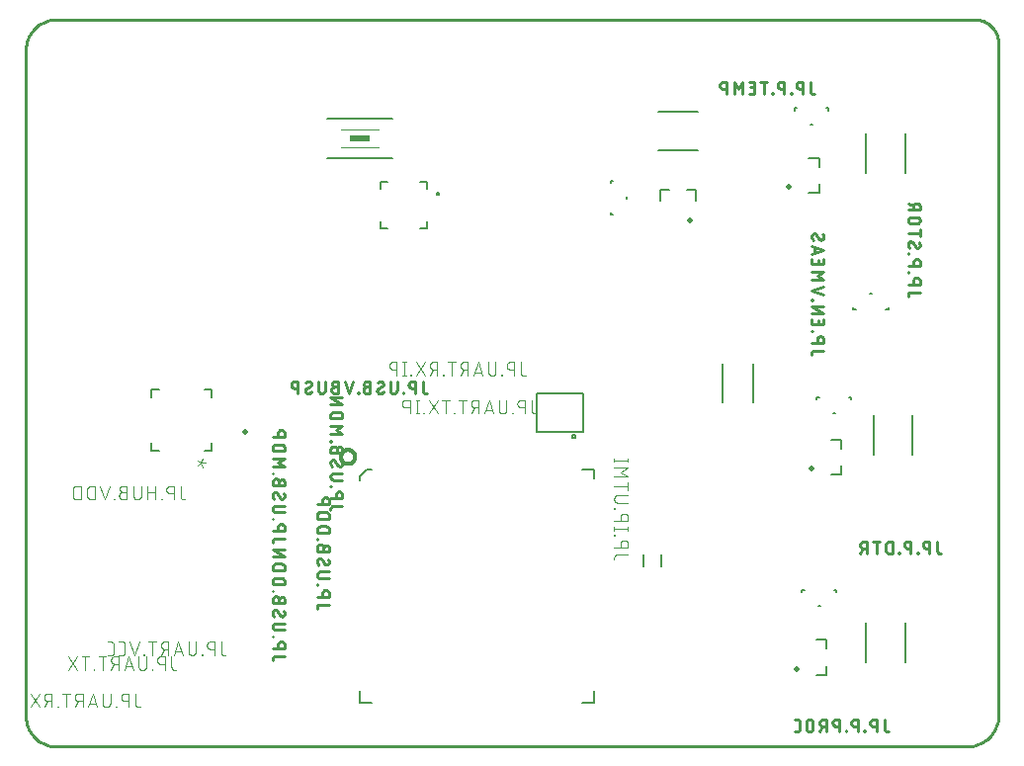
<source format=gbr>
G04 EAGLE Gerber RS-274X export*
G75*
%MOMM*%
%FSLAX34Y34*%
%LPD*%
%INSilkscreen Bottom*%
%IPPOS*%
%AMOC8*
5,1,8,0,0,1.08239X$1,22.5*%
G01*
%ADD10C,0.127000*%
%ADD11C,0.304800*%
%ADD12C,0.203200*%
%ADD13C,0.101600*%
%ADD14C,0.254000*%
%ADD15C,0.150000*%
%ADD16C,0.152400*%
%ADD17C,0.200000*%
%ADD18C,0.070000*%
%ADD19R,1.800000X0.600000*%
%ADD20R,1.100000X0.600000*%
%ADD21C,0.076200*%
%ADD22C,0.500000*%
%ADD23C,0.508000*%
%ADD24C,0.254000*%


D10*
X208600Y302250D02*
X208600Y269250D01*
X248600Y269250D01*
X248600Y302250D01*
X208600Y302250D01*
X239258Y265350D02*
X239260Y265425D01*
X239266Y265501D01*
X239276Y265576D01*
X239290Y265650D01*
X239307Y265723D01*
X239329Y265796D01*
X239354Y265867D01*
X239383Y265937D01*
X239415Y266005D01*
X239451Y266071D01*
X239491Y266135D01*
X239533Y266198D01*
X239579Y266257D01*
X239628Y266315D01*
X239680Y266370D01*
X239735Y266422D01*
X239793Y266471D01*
X239852Y266517D01*
X239915Y266559D01*
X239979Y266599D01*
X240045Y266635D01*
X240113Y266667D01*
X240183Y266696D01*
X240254Y266721D01*
X240327Y266743D01*
X240400Y266760D01*
X240474Y266774D01*
X240549Y266784D01*
X240625Y266790D01*
X240700Y266792D01*
X240775Y266790D01*
X240851Y266784D01*
X240926Y266774D01*
X241000Y266760D01*
X241073Y266743D01*
X241146Y266721D01*
X241217Y266696D01*
X241287Y266667D01*
X241355Y266635D01*
X241421Y266599D01*
X241485Y266559D01*
X241548Y266517D01*
X241607Y266471D01*
X241665Y266422D01*
X241720Y266370D01*
X241772Y266315D01*
X241821Y266257D01*
X241867Y266198D01*
X241909Y266135D01*
X241949Y266071D01*
X241985Y266005D01*
X242017Y265937D01*
X242046Y265867D01*
X242071Y265796D01*
X242093Y265723D01*
X242110Y265650D01*
X242124Y265576D01*
X242134Y265501D01*
X242140Y265425D01*
X242142Y265350D01*
X242140Y265275D01*
X242134Y265199D01*
X242124Y265124D01*
X242110Y265050D01*
X242093Y264977D01*
X242071Y264904D01*
X242046Y264833D01*
X242017Y264763D01*
X241985Y264695D01*
X241949Y264629D01*
X241909Y264565D01*
X241867Y264502D01*
X241821Y264443D01*
X241772Y264385D01*
X241720Y264330D01*
X241665Y264278D01*
X241607Y264229D01*
X241548Y264183D01*
X241485Y264141D01*
X241421Y264101D01*
X241355Y264065D01*
X241287Y264033D01*
X241217Y264004D01*
X241146Y263979D01*
X241073Y263957D01*
X241000Y263940D01*
X240926Y263926D01*
X240851Y263916D01*
X240775Y263910D01*
X240700Y263908D01*
X240625Y263910D01*
X240549Y263916D01*
X240474Y263926D01*
X240400Y263940D01*
X240327Y263957D01*
X240254Y263979D01*
X240183Y264004D01*
X240113Y264033D01*
X240045Y264065D01*
X239979Y264101D01*
X239915Y264141D01*
X239852Y264183D01*
X239793Y264229D01*
X239735Y264278D01*
X239680Y264330D01*
X239628Y264385D01*
X239579Y264443D01*
X239533Y264502D01*
X239491Y264565D01*
X239451Y264629D01*
X239415Y264695D01*
X239383Y264763D01*
X239354Y264833D01*
X239329Y264904D01*
X239307Y264977D01*
X239290Y265050D01*
X239276Y265124D01*
X239266Y265199D01*
X239260Y265275D01*
X239258Y265350D01*
D11*
X41333Y247815D02*
X41335Y247969D01*
X41341Y248124D01*
X41351Y248278D01*
X41365Y248432D01*
X41383Y248585D01*
X41404Y248738D01*
X41430Y248891D01*
X41460Y249042D01*
X41493Y249193D01*
X41531Y249343D01*
X41572Y249492D01*
X41617Y249640D01*
X41666Y249786D01*
X41719Y249932D01*
X41775Y250075D01*
X41835Y250218D01*
X41899Y250358D01*
X41966Y250498D01*
X42037Y250635D01*
X42111Y250770D01*
X42189Y250904D01*
X42270Y251035D01*
X42355Y251164D01*
X42443Y251292D01*
X42534Y251416D01*
X42628Y251539D01*
X42726Y251659D01*
X42826Y251776D01*
X42930Y251891D01*
X43036Y252003D01*
X43145Y252112D01*
X43257Y252218D01*
X43372Y252322D01*
X43489Y252422D01*
X43609Y252520D01*
X43732Y252614D01*
X43856Y252705D01*
X43984Y252793D01*
X44113Y252878D01*
X44244Y252959D01*
X44378Y253037D01*
X44513Y253111D01*
X44650Y253182D01*
X44790Y253249D01*
X44930Y253313D01*
X45073Y253373D01*
X45216Y253429D01*
X45362Y253482D01*
X45508Y253531D01*
X45656Y253576D01*
X45805Y253617D01*
X45955Y253655D01*
X46106Y253688D01*
X46257Y253718D01*
X46410Y253744D01*
X46563Y253765D01*
X46716Y253783D01*
X46870Y253797D01*
X47024Y253807D01*
X47179Y253813D01*
X47333Y253815D01*
X47487Y253813D01*
X47642Y253807D01*
X47796Y253797D01*
X47950Y253783D01*
X48103Y253765D01*
X48256Y253744D01*
X48409Y253718D01*
X48560Y253688D01*
X48711Y253655D01*
X48861Y253617D01*
X49010Y253576D01*
X49158Y253531D01*
X49304Y253482D01*
X49450Y253429D01*
X49593Y253373D01*
X49736Y253313D01*
X49876Y253249D01*
X50016Y253182D01*
X50153Y253111D01*
X50288Y253037D01*
X50422Y252959D01*
X50553Y252878D01*
X50682Y252793D01*
X50810Y252705D01*
X50934Y252614D01*
X51057Y252520D01*
X51177Y252422D01*
X51294Y252322D01*
X51409Y252218D01*
X51521Y252112D01*
X51630Y252003D01*
X51736Y251891D01*
X51840Y251776D01*
X51940Y251659D01*
X52038Y251539D01*
X52132Y251416D01*
X52223Y251292D01*
X52311Y251164D01*
X52396Y251035D01*
X52477Y250904D01*
X52555Y250770D01*
X52629Y250635D01*
X52700Y250498D01*
X52767Y250358D01*
X52831Y250218D01*
X52891Y250075D01*
X52947Y249932D01*
X53000Y249786D01*
X53049Y249640D01*
X53094Y249492D01*
X53135Y249343D01*
X53173Y249193D01*
X53206Y249042D01*
X53236Y248891D01*
X53262Y248738D01*
X53283Y248585D01*
X53301Y248432D01*
X53315Y248278D01*
X53325Y248124D01*
X53331Y247969D01*
X53333Y247815D01*
X53331Y247661D01*
X53325Y247506D01*
X53315Y247352D01*
X53301Y247198D01*
X53283Y247045D01*
X53262Y246892D01*
X53236Y246739D01*
X53206Y246588D01*
X53173Y246437D01*
X53135Y246287D01*
X53094Y246138D01*
X53049Y245990D01*
X53000Y245844D01*
X52947Y245698D01*
X52891Y245555D01*
X52831Y245412D01*
X52767Y245272D01*
X52700Y245132D01*
X52629Y244995D01*
X52555Y244860D01*
X52477Y244726D01*
X52396Y244595D01*
X52311Y244466D01*
X52223Y244338D01*
X52132Y244214D01*
X52038Y244091D01*
X51940Y243971D01*
X51840Y243854D01*
X51736Y243739D01*
X51630Y243627D01*
X51521Y243518D01*
X51409Y243412D01*
X51294Y243308D01*
X51177Y243208D01*
X51057Y243110D01*
X50934Y243016D01*
X50810Y242925D01*
X50682Y242837D01*
X50553Y242752D01*
X50422Y242671D01*
X50288Y242593D01*
X50153Y242519D01*
X50016Y242448D01*
X49876Y242381D01*
X49736Y242317D01*
X49593Y242257D01*
X49450Y242201D01*
X49304Y242148D01*
X49158Y242099D01*
X49010Y242054D01*
X48861Y242013D01*
X48711Y241975D01*
X48560Y241942D01*
X48409Y241912D01*
X48256Y241886D01*
X48103Y241865D01*
X47950Y241847D01*
X47796Y241833D01*
X47642Y241823D01*
X47487Y241817D01*
X47333Y241815D01*
X47179Y241817D01*
X47024Y241823D01*
X46870Y241833D01*
X46716Y241847D01*
X46563Y241865D01*
X46410Y241886D01*
X46257Y241912D01*
X46106Y241942D01*
X45955Y241975D01*
X45805Y242013D01*
X45656Y242054D01*
X45508Y242099D01*
X45362Y242148D01*
X45216Y242201D01*
X45073Y242257D01*
X44930Y242317D01*
X44790Y242381D01*
X44650Y242448D01*
X44513Y242519D01*
X44378Y242593D01*
X44244Y242671D01*
X44113Y242752D01*
X43984Y242837D01*
X43856Y242925D01*
X43732Y243016D01*
X43609Y243110D01*
X43489Y243208D01*
X43372Y243308D01*
X43257Y243412D01*
X43145Y243518D01*
X43036Y243627D01*
X42930Y243739D01*
X42826Y243854D01*
X42726Y243971D01*
X42628Y244091D01*
X42534Y244214D01*
X42443Y244338D01*
X42355Y244466D01*
X42270Y244595D01*
X42189Y244726D01*
X42111Y244860D01*
X42037Y244995D01*
X41966Y245132D01*
X41899Y245272D01*
X41835Y245412D01*
X41775Y245555D01*
X41719Y245698D01*
X41666Y245844D01*
X41617Y245990D01*
X41572Y246138D01*
X41531Y246287D01*
X41493Y246437D01*
X41460Y246588D01*
X41430Y246739D01*
X41404Y246892D01*
X41383Y247045D01*
X41365Y247198D01*
X41351Y247352D01*
X41341Y247506D01*
X41335Y247661D01*
X41333Y247815D01*
D10*
X57734Y231414D02*
X57734Y227414D01*
X57734Y231414D02*
X63734Y237414D01*
X67734Y237414D01*
X247734Y237414D02*
X257734Y237414D01*
X257734Y229414D01*
X257734Y47414D02*
X257734Y37414D01*
X247734Y37414D01*
X57734Y37414D02*
X57734Y47414D01*
X57734Y37414D02*
X67734Y37414D01*
D12*
X300602Y154004D02*
X300602Y164004D01*
X315602Y164004D02*
X315602Y154004D01*
D13*
X287020Y164044D02*
X277932Y164044D01*
X277932Y164043D02*
X277833Y164041D01*
X277733Y164035D01*
X277634Y164026D01*
X277536Y164013D01*
X277438Y163996D01*
X277340Y163975D01*
X277244Y163950D01*
X277149Y163922D01*
X277055Y163890D01*
X276962Y163855D01*
X276870Y163816D01*
X276780Y163773D01*
X276692Y163728D01*
X276605Y163678D01*
X276521Y163626D01*
X276438Y163570D01*
X276358Y163512D01*
X276280Y163450D01*
X276205Y163385D01*
X276132Y163317D01*
X276062Y163247D01*
X275994Y163174D01*
X275929Y163099D01*
X275867Y163021D01*
X275809Y162941D01*
X275753Y162858D01*
X275701Y162774D01*
X275651Y162687D01*
X275606Y162599D01*
X275563Y162509D01*
X275524Y162417D01*
X275489Y162324D01*
X275457Y162230D01*
X275429Y162135D01*
X275404Y162039D01*
X275383Y161941D01*
X275366Y161843D01*
X275353Y161745D01*
X275344Y161646D01*
X275338Y161546D01*
X275336Y161447D01*
X275336Y160149D01*
X275336Y169868D02*
X287020Y169868D01*
X287020Y173113D01*
X287018Y173226D01*
X287012Y173339D01*
X287002Y173452D01*
X286988Y173565D01*
X286971Y173677D01*
X286949Y173788D01*
X286924Y173898D01*
X286894Y174008D01*
X286861Y174116D01*
X286824Y174223D01*
X286784Y174329D01*
X286739Y174433D01*
X286691Y174536D01*
X286640Y174637D01*
X286585Y174736D01*
X286527Y174833D01*
X286465Y174928D01*
X286400Y175021D01*
X286332Y175111D01*
X286261Y175199D01*
X286186Y175285D01*
X286109Y175368D01*
X286029Y175448D01*
X285946Y175525D01*
X285860Y175600D01*
X285772Y175671D01*
X285682Y175739D01*
X285589Y175804D01*
X285494Y175866D01*
X285397Y175924D01*
X285298Y175979D01*
X285197Y176030D01*
X285094Y176078D01*
X284990Y176123D01*
X284884Y176163D01*
X284777Y176200D01*
X284669Y176233D01*
X284559Y176263D01*
X284449Y176288D01*
X284338Y176310D01*
X284226Y176327D01*
X284113Y176341D01*
X284000Y176351D01*
X283887Y176357D01*
X283774Y176359D01*
X283661Y176357D01*
X283548Y176351D01*
X283435Y176341D01*
X283322Y176327D01*
X283210Y176310D01*
X283099Y176288D01*
X282989Y176263D01*
X282879Y176233D01*
X282771Y176200D01*
X282664Y176163D01*
X282558Y176123D01*
X282454Y176078D01*
X282351Y176030D01*
X282250Y175979D01*
X282151Y175924D01*
X282054Y175866D01*
X281959Y175804D01*
X281866Y175739D01*
X281776Y175671D01*
X281688Y175600D01*
X281602Y175525D01*
X281519Y175448D01*
X281439Y175368D01*
X281362Y175285D01*
X281287Y175199D01*
X281216Y175111D01*
X281148Y175021D01*
X281083Y174928D01*
X281021Y174833D01*
X280963Y174736D01*
X280908Y174637D01*
X280857Y174536D01*
X280809Y174433D01*
X280764Y174329D01*
X280724Y174223D01*
X280687Y174116D01*
X280654Y174008D01*
X280624Y173898D01*
X280599Y173788D01*
X280577Y173677D01*
X280560Y173565D01*
X280546Y173452D01*
X280536Y173339D01*
X280530Y173226D01*
X280528Y173113D01*
X280529Y173113D02*
X280529Y169868D01*
X275985Y180239D02*
X275336Y180239D01*
X275985Y180239D02*
X275985Y180888D01*
X275336Y180888D01*
X275336Y180239D01*
X275336Y186279D02*
X287020Y186279D01*
X275336Y184981D02*
X275336Y187577D01*
X287020Y187577D02*
X287020Y184981D01*
X287020Y192728D02*
X275336Y192728D01*
X287020Y192728D02*
X287020Y195973D01*
X287018Y196086D01*
X287012Y196199D01*
X287002Y196312D01*
X286988Y196425D01*
X286971Y196537D01*
X286949Y196648D01*
X286924Y196758D01*
X286894Y196868D01*
X286861Y196976D01*
X286824Y197083D01*
X286784Y197189D01*
X286739Y197293D01*
X286691Y197396D01*
X286640Y197497D01*
X286585Y197596D01*
X286527Y197693D01*
X286465Y197788D01*
X286400Y197881D01*
X286332Y197971D01*
X286261Y198059D01*
X286186Y198145D01*
X286109Y198228D01*
X286029Y198308D01*
X285946Y198385D01*
X285860Y198460D01*
X285772Y198531D01*
X285682Y198599D01*
X285589Y198664D01*
X285494Y198726D01*
X285397Y198784D01*
X285298Y198839D01*
X285197Y198890D01*
X285094Y198938D01*
X284990Y198983D01*
X284884Y199023D01*
X284777Y199060D01*
X284669Y199093D01*
X284559Y199123D01*
X284449Y199148D01*
X284338Y199170D01*
X284226Y199187D01*
X284113Y199201D01*
X284000Y199211D01*
X283887Y199217D01*
X283774Y199219D01*
X283661Y199217D01*
X283548Y199211D01*
X283435Y199201D01*
X283322Y199187D01*
X283210Y199170D01*
X283099Y199148D01*
X282989Y199123D01*
X282879Y199093D01*
X282771Y199060D01*
X282664Y199023D01*
X282558Y198983D01*
X282454Y198938D01*
X282351Y198890D01*
X282250Y198839D01*
X282151Y198784D01*
X282054Y198726D01*
X281959Y198664D01*
X281866Y198599D01*
X281776Y198531D01*
X281688Y198460D01*
X281602Y198385D01*
X281519Y198308D01*
X281439Y198228D01*
X281362Y198145D01*
X281287Y198059D01*
X281216Y197971D01*
X281148Y197881D01*
X281083Y197788D01*
X281021Y197693D01*
X280963Y197596D01*
X280908Y197497D01*
X280857Y197396D01*
X280809Y197293D01*
X280764Y197189D01*
X280724Y197083D01*
X280687Y196976D01*
X280654Y196868D01*
X280624Y196758D01*
X280599Y196648D01*
X280577Y196537D01*
X280560Y196425D01*
X280546Y196312D01*
X280536Y196199D01*
X280530Y196086D01*
X280528Y195973D01*
X280529Y195973D02*
X280529Y192728D01*
X275985Y203099D02*
X275336Y203099D01*
X275985Y203099D02*
X275985Y203748D01*
X275336Y203748D01*
X275336Y203099D01*
X278582Y208560D02*
X287020Y208560D01*
X278582Y208560D02*
X278469Y208562D01*
X278356Y208568D01*
X278243Y208578D01*
X278130Y208592D01*
X278018Y208609D01*
X277907Y208631D01*
X277797Y208656D01*
X277687Y208686D01*
X277579Y208719D01*
X277472Y208756D01*
X277366Y208796D01*
X277262Y208841D01*
X277159Y208889D01*
X277058Y208940D01*
X276959Y208995D01*
X276862Y209053D01*
X276767Y209115D01*
X276674Y209180D01*
X276584Y209248D01*
X276496Y209319D01*
X276410Y209394D01*
X276327Y209471D01*
X276247Y209551D01*
X276170Y209634D01*
X276095Y209720D01*
X276024Y209808D01*
X275956Y209898D01*
X275891Y209991D01*
X275829Y210086D01*
X275771Y210183D01*
X275716Y210282D01*
X275665Y210383D01*
X275617Y210486D01*
X275572Y210590D01*
X275532Y210696D01*
X275495Y210803D01*
X275462Y210911D01*
X275432Y211021D01*
X275407Y211131D01*
X275385Y211242D01*
X275368Y211354D01*
X275354Y211467D01*
X275344Y211580D01*
X275338Y211693D01*
X275336Y211806D01*
X275338Y211919D01*
X275344Y212032D01*
X275354Y212145D01*
X275368Y212258D01*
X275385Y212370D01*
X275407Y212481D01*
X275432Y212591D01*
X275462Y212701D01*
X275495Y212809D01*
X275532Y212916D01*
X275572Y213022D01*
X275617Y213126D01*
X275665Y213229D01*
X275716Y213330D01*
X275771Y213429D01*
X275829Y213526D01*
X275891Y213621D01*
X275956Y213714D01*
X276024Y213804D01*
X276095Y213892D01*
X276170Y213978D01*
X276247Y214061D01*
X276327Y214141D01*
X276410Y214218D01*
X276496Y214293D01*
X276584Y214364D01*
X276674Y214432D01*
X276767Y214497D01*
X276862Y214559D01*
X276959Y214617D01*
X277058Y214672D01*
X277159Y214723D01*
X277262Y214771D01*
X277366Y214816D01*
X277472Y214856D01*
X277579Y214893D01*
X277687Y214926D01*
X277797Y214956D01*
X277907Y214981D01*
X278018Y215003D01*
X278130Y215020D01*
X278243Y215034D01*
X278356Y215044D01*
X278469Y215050D01*
X278582Y215052D01*
X278582Y215051D02*
X287020Y215051D01*
X287020Y222855D02*
X275336Y222855D01*
X287020Y219609D02*
X287020Y226100D01*
X287020Y230771D02*
X275336Y230771D01*
X280529Y234666D02*
X287020Y230771D01*
X280529Y234666D02*
X287020Y238560D01*
X275336Y238560D01*
X275336Y244953D02*
X287020Y244953D01*
X275336Y243654D02*
X275336Y246251D01*
X287020Y246251D02*
X287020Y243654D01*
D14*
X506815Y22860D02*
X506815Y14958D01*
X506817Y14865D01*
X506823Y14772D01*
X506832Y14679D01*
X506846Y14586D01*
X506863Y14495D01*
X506884Y14404D01*
X506909Y14314D01*
X506937Y14225D01*
X506969Y14137D01*
X507005Y14051D01*
X507044Y13966D01*
X507087Y13883D01*
X507133Y13802D01*
X507183Y13723D01*
X507235Y13646D01*
X507291Y13571D01*
X507350Y13499D01*
X507412Y13429D01*
X507476Y13361D01*
X507544Y13297D01*
X507614Y13235D01*
X507686Y13176D01*
X507761Y13120D01*
X507838Y13068D01*
X507917Y13018D01*
X507998Y12972D01*
X508081Y12929D01*
X508166Y12890D01*
X508252Y12854D01*
X508340Y12822D01*
X508429Y12794D01*
X508519Y12769D01*
X508610Y12748D01*
X508701Y12731D01*
X508794Y12717D01*
X508887Y12708D01*
X508980Y12702D01*
X509073Y12700D01*
X510202Y12700D01*
X500053Y12700D02*
X500053Y22860D01*
X497231Y22860D01*
X497125Y22858D01*
X497020Y22852D01*
X496915Y22842D01*
X496810Y22828D01*
X496706Y22811D01*
X496603Y22789D01*
X496501Y22764D01*
X496399Y22735D01*
X496299Y22702D01*
X496200Y22665D01*
X496103Y22625D01*
X496007Y22581D01*
X495912Y22533D01*
X495820Y22482D01*
X495730Y22427D01*
X495641Y22370D01*
X495555Y22309D01*
X495472Y22244D01*
X495390Y22177D01*
X495312Y22107D01*
X495236Y22033D01*
X495162Y21957D01*
X495092Y21879D01*
X495025Y21797D01*
X494960Y21714D01*
X494899Y21628D01*
X494842Y21539D01*
X494787Y21449D01*
X494736Y21357D01*
X494688Y21262D01*
X494644Y21166D01*
X494604Y21069D01*
X494567Y20970D01*
X494534Y20870D01*
X494505Y20768D01*
X494480Y20666D01*
X494458Y20563D01*
X494441Y20459D01*
X494427Y20354D01*
X494417Y20249D01*
X494411Y20144D01*
X494409Y20038D01*
X494411Y19932D01*
X494417Y19827D01*
X494427Y19722D01*
X494441Y19617D01*
X494458Y19513D01*
X494480Y19410D01*
X494505Y19308D01*
X494534Y19206D01*
X494567Y19106D01*
X494604Y19007D01*
X494644Y18910D01*
X494688Y18814D01*
X494736Y18719D01*
X494787Y18627D01*
X494842Y18537D01*
X494899Y18448D01*
X494960Y18362D01*
X495025Y18279D01*
X495092Y18197D01*
X495162Y18119D01*
X495236Y18043D01*
X495312Y17969D01*
X495390Y17899D01*
X495472Y17832D01*
X495555Y17767D01*
X495641Y17706D01*
X495730Y17649D01*
X495820Y17594D01*
X495912Y17543D01*
X496007Y17495D01*
X496103Y17451D01*
X496200Y17411D01*
X496299Y17374D01*
X496399Y17341D01*
X496501Y17312D01*
X496603Y17287D01*
X496706Y17265D01*
X496810Y17248D01*
X496915Y17234D01*
X497020Y17224D01*
X497125Y17218D01*
X497231Y17216D01*
X500053Y17216D01*
X490189Y13264D02*
X490189Y12700D01*
X490189Y13264D02*
X489625Y13264D01*
X489625Y12700D01*
X490189Y12700D01*
X484051Y12700D02*
X484051Y22860D01*
X481229Y22860D01*
X481123Y22858D01*
X481018Y22852D01*
X480913Y22842D01*
X480808Y22828D01*
X480704Y22811D01*
X480601Y22789D01*
X480499Y22764D01*
X480397Y22735D01*
X480297Y22702D01*
X480198Y22665D01*
X480101Y22625D01*
X480005Y22581D01*
X479910Y22533D01*
X479818Y22482D01*
X479728Y22427D01*
X479639Y22370D01*
X479553Y22309D01*
X479470Y22244D01*
X479388Y22177D01*
X479310Y22107D01*
X479234Y22033D01*
X479160Y21957D01*
X479090Y21879D01*
X479023Y21797D01*
X478958Y21714D01*
X478897Y21628D01*
X478840Y21539D01*
X478785Y21449D01*
X478734Y21357D01*
X478686Y21262D01*
X478642Y21166D01*
X478602Y21069D01*
X478565Y20970D01*
X478532Y20870D01*
X478503Y20768D01*
X478478Y20666D01*
X478456Y20563D01*
X478439Y20459D01*
X478425Y20354D01*
X478415Y20249D01*
X478409Y20144D01*
X478407Y20038D01*
X478409Y19932D01*
X478415Y19827D01*
X478425Y19722D01*
X478439Y19617D01*
X478456Y19513D01*
X478478Y19410D01*
X478503Y19308D01*
X478532Y19206D01*
X478565Y19106D01*
X478602Y19007D01*
X478642Y18910D01*
X478686Y18814D01*
X478734Y18719D01*
X478785Y18627D01*
X478840Y18537D01*
X478897Y18448D01*
X478958Y18362D01*
X479023Y18279D01*
X479090Y18197D01*
X479160Y18119D01*
X479234Y18043D01*
X479310Y17969D01*
X479388Y17899D01*
X479470Y17832D01*
X479553Y17767D01*
X479639Y17706D01*
X479728Y17649D01*
X479818Y17594D01*
X479910Y17543D01*
X480005Y17495D01*
X480101Y17451D01*
X480198Y17411D01*
X480297Y17374D01*
X480397Y17341D01*
X480499Y17312D01*
X480601Y17287D01*
X480704Y17265D01*
X480808Y17248D01*
X480913Y17234D01*
X481018Y17224D01*
X481123Y17218D01*
X481229Y17216D01*
X484051Y17216D01*
X474187Y13264D02*
X474187Y12700D01*
X474187Y13264D02*
X473623Y13264D01*
X473623Y12700D01*
X474187Y12700D01*
X468049Y12700D02*
X468049Y22860D01*
X465227Y22860D01*
X465121Y22858D01*
X465016Y22852D01*
X464911Y22842D01*
X464806Y22828D01*
X464702Y22811D01*
X464599Y22789D01*
X464497Y22764D01*
X464395Y22735D01*
X464295Y22702D01*
X464196Y22665D01*
X464099Y22625D01*
X464003Y22581D01*
X463908Y22533D01*
X463816Y22482D01*
X463726Y22427D01*
X463637Y22370D01*
X463551Y22309D01*
X463468Y22244D01*
X463386Y22177D01*
X463308Y22107D01*
X463232Y22033D01*
X463158Y21957D01*
X463088Y21879D01*
X463021Y21797D01*
X462956Y21714D01*
X462895Y21628D01*
X462838Y21539D01*
X462783Y21449D01*
X462732Y21357D01*
X462684Y21262D01*
X462640Y21166D01*
X462600Y21069D01*
X462563Y20970D01*
X462530Y20870D01*
X462501Y20768D01*
X462476Y20666D01*
X462454Y20563D01*
X462437Y20459D01*
X462423Y20354D01*
X462413Y20249D01*
X462407Y20144D01*
X462405Y20038D01*
X462407Y19932D01*
X462413Y19827D01*
X462423Y19722D01*
X462437Y19617D01*
X462454Y19513D01*
X462476Y19410D01*
X462501Y19308D01*
X462530Y19206D01*
X462563Y19106D01*
X462600Y19007D01*
X462640Y18910D01*
X462684Y18814D01*
X462732Y18719D01*
X462783Y18627D01*
X462838Y18537D01*
X462895Y18448D01*
X462956Y18362D01*
X463021Y18279D01*
X463088Y18197D01*
X463158Y18119D01*
X463232Y18043D01*
X463308Y17969D01*
X463386Y17899D01*
X463468Y17832D01*
X463551Y17767D01*
X463637Y17706D01*
X463726Y17649D01*
X463816Y17594D01*
X463908Y17543D01*
X464003Y17495D01*
X464099Y17451D01*
X464196Y17411D01*
X464295Y17374D01*
X464395Y17341D01*
X464497Y17312D01*
X464599Y17287D01*
X464702Y17265D01*
X464806Y17248D01*
X464911Y17234D01*
X465016Y17224D01*
X465121Y17218D01*
X465227Y17216D01*
X468049Y17216D01*
X456787Y12700D02*
X456787Y22860D01*
X453964Y22860D01*
X453858Y22858D01*
X453753Y22852D01*
X453648Y22842D01*
X453543Y22828D01*
X453439Y22811D01*
X453336Y22789D01*
X453234Y22764D01*
X453132Y22735D01*
X453032Y22702D01*
X452933Y22665D01*
X452836Y22625D01*
X452740Y22581D01*
X452645Y22533D01*
X452553Y22482D01*
X452463Y22427D01*
X452374Y22370D01*
X452288Y22309D01*
X452205Y22244D01*
X452123Y22177D01*
X452045Y22107D01*
X451969Y22033D01*
X451895Y21957D01*
X451825Y21879D01*
X451758Y21797D01*
X451693Y21714D01*
X451632Y21628D01*
X451575Y21539D01*
X451520Y21449D01*
X451469Y21357D01*
X451421Y21262D01*
X451377Y21166D01*
X451337Y21069D01*
X451300Y20970D01*
X451267Y20870D01*
X451238Y20768D01*
X451213Y20666D01*
X451191Y20563D01*
X451174Y20459D01*
X451160Y20354D01*
X451150Y20249D01*
X451144Y20144D01*
X451142Y20038D01*
X451144Y19932D01*
X451150Y19827D01*
X451160Y19722D01*
X451174Y19617D01*
X451191Y19513D01*
X451213Y19410D01*
X451238Y19308D01*
X451267Y19206D01*
X451300Y19106D01*
X451337Y19007D01*
X451377Y18910D01*
X451421Y18814D01*
X451469Y18719D01*
X451520Y18627D01*
X451575Y18537D01*
X451632Y18448D01*
X451693Y18362D01*
X451758Y18279D01*
X451825Y18197D01*
X451895Y18119D01*
X451969Y18043D01*
X452045Y17969D01*
X452123Y17899D01*
X452205Y17832D01*
X452288Y17767D01*
X452374Y17706D01*
X452463Y17649D01*
X452553Y17594D01*
X452645Y17543D01*
X452740Y17495D01*
X452836Y17451D01*
X452933Y17411D01*
X453032Y17374D01*
X453132Y17341D01*
X453234Y17312D01*
X453336Y17287D01*
X453439Y17265D01*
X453543Y17248D01*
X453648Y17234D01*
X453753Y17224D01*
X453858Y17218D01*
X453964Y17216D01*
X456787Y17216D01*
X453400Y17216D02*
X451142Y12700D01*
X445485Y15522D02*
X445485Y20038D01*
X445483Y20144D01*
X445477Y20249D01*
X445467Y20354D01*
X445453Y20459D01*
X445436Y20563D01*
X445414Y20666D01*
X445389Y20768D01*
X445360Y20870D01*
X445327Y20970D01*
X445290Y21069D01*
X445250Y21166D01*
X445206Y21262D01*
X445158Y21357D01*
X445107Y21449D01*
X445052Y21539D01*
X444995Y21628D01*
X444934Y21714D01*
X444869Y21797D01*
X444802Y21879D01*
X444732Y21957D01*
X444658Y22033D01*
X444582Y22107D01*
X444504Y22177D01*
X444422Y22244D01*
X444339Y22309D01*
X444253Y22370D01*
X444164Y22427D01*
X444074Y22482D01*
X443982Y22533D01*
X443887Y22581D01*
X443791Y22625D01*
X443694Y22665D01*
X443595Y22702D01*
X443495Y22735D01*
X443393Y22764D01*
X443291Y22789D01*
X443188Y22811D01*
X443084Y22828D01*
X442979Y22842D01*
X442874Y22852D01*
X442769Y22858D01*
X442663Y22860D01*
X442557Y22858D01*
X442452Y22852D01*
X442347Y22842D01*
X442242Y22828D01*
X442138Y22811D01*
X442035Y22789D01*
X441933Y22764D01*
X441831Y22735D01*
X441731Y22702D01*
X441632Y22665D01*
X441535Y22625D01*
X441439Y22581D01*
X441344Y22533D01*
X441252Y22482D01*
X441162Y22427D01*
X441073Y22370D01*
X440987Y22309D01*
X440904Y22244D01*
X440822Y22177D01*
X440744Y22107D01*
X440668Y22033D01*
X440594Y21957D01*
X440524Y21879D01*
X440457Y21797D01*
X440392Y21714D01*
X440331Y21628D01*
X440274Y21539D01*
X440219Y21449D01*
X440168Y21357D01*
X440120Y21262D01*
X440076Y21166D01*
X440036Y21069D01*
X439999Y20970D01*
X439966Y20870D01*
X439937Y20768D01*
X439912Y20666D01*
X439890Y20563D01*
X439873Y20459D01*
X439859Y20354D01*
X439849Y20249D01*
X439843Y20144D01*
X439841Y20038D01*
X439841Y15522D01*
X439843Y15416D01*
X439849Y15311D01*
X439859Y15206D01*
X439873Y15101D01*
X439890Y14997D01*
X439912Y14894D01*
X439937Y14792D01*
X439966Y14690D01*
X439999Y14590D01*
X440036Y14491D01*
X440076Y14394D01*
X440120Y14298D01*
X440168Y14203D01*
X440219Y14111D01*
X440274Y14021D01*
X440331Y13932D01*
X440392Y13846D01*
X440457Y13763D01*
X440524Y13681D01*
X440594Y13603D01*
X440668Y13527D01*
X440744Y13453D01*
X440822Y13383D01*
X440904Y13316D01*
X440987Y13251D01*
X441073Y13190D01*
X441162Y13133D01*
X441252Y13078D01*
X441344Y13027D01*
X441439Y12979D01*
X441535Y12935D01*
X441632Y12895D01*
X441731Y12858D01*
X441831Y12825D01*
X441933Y12796D01*
X442035Y12771D01*
X442138Y12749D01*
X442242Y12732D01*
X442347Y12718D01*
X442452Y12708D01*
X442557Y12702D01*
X442663Y12700D01*
X442769Y12702D01*
X442874Y12708D01*
X442979Y12718D01*
X443084Y12732D01*
X443188Y12749D01*
X443291Y12771D01*
X443393Y12796D01*
X443495Y12825D01*
X443595Y12858D01*
X443694Y12895D01*
X443791Y12935D01*
X443887Y12979D01*
X443982Y13027D01*
X444074Y13078D01*
X444164Y13133D01*
X444253Y13190D01*
X444339Y13251D01*
X444422Y13316D01*
X444504Y13383D01*
X444582Y13453D01*
X444658Y13527D01*
X444732Y13603D01*
X444802Y13681D01*
X444869Y13763D01*
X444934Y13846D01*
X444995Y13932D01*
X445052Y14021D01*
X445107Y14111D01*
X445158Y14203D01*
X445206Y14298D01*
X445250Y14394D01*
X445290Y14491D01*
X445327Y14590D01*
X445360Y14690D01*
X445389Y14792D01*
X445414Y14894D01*
X445436Y14997D01*
X445453Y15101D01*
X445467Y15206D01*
X445477Y15311D01*
X445483Y15416D01*
X445485Y15522D01*
X431856Y12700D02*
X429598Y12700D01*
X431856Y12700D02*
X431949Y12702D01*
X432042Y12708D01*
X432135Y12717D01*
X432228Y12731D01*
X432319Y12748D01*
X432410Y12769D01*
X432500Y12794D01*
X432589Y12822D01*
X432677Y12854D01*
X432763Y12890D01*
X432848Y12929D01*
X432931Y12972D01*
X433012Y13018D01*
X433091Y13068D01*
X433168Y13120D01*
X433243Y13176D01*
X433315Y13235D01*
X433385Y13297D01*
X433453Y13361D01*
X433517Y13429D01*
X433579Y13499D01*
X433638Y13571D01*
X433694Y13646D01*
X433746Y13723D01*
X433796Y13802D01*
X433842Y13883D01*
X433885Y13966D01*
X433924Y14051D01*
X433960Y14137D01*
X433992Y14225D01*
X434020Y14314D01*
X434045Y14404D01*
X434066Y14495D01*
X434083Y14586D01*
X434097Y14679D01*
X434106Y14772D01*
X434112Y14865D01*
X434114Y14958D01*
X434113Y14958D02*
X434113Y20602D01*
X434114Y20602D02*
X434112Y20695D01*
X434106Y20788D01*
X434097Y20881D01*
X434083Y20974D01*
X434066Y21065D01*
X434045Y21156D01*
X434020Y21246D01*
X433992Y21335D01*
X433960Y21423D01*
X433924Y21509D01*
X433885Y21594D01*
X433842Y21677D01*
X433796Y21758D01*
X433746Y21837D01*
X433694Y21914D01*
X433638Y21989D01*
X433579Y22061D01*
X433517Y22131D01*
X433453Y22199D01*
X433385Y22263D01*
X433315Y22325D01*
X433243Y22384D01*
X433168Y22440D01*
X433091Y22492D01*
X433012Y22542D01*
X432931Y22588D01*
X432848Y22631D01*
X432763Y22670D01*
X432677Y22706D01*
X432589Y22738D01*
X432500Y22766D01*
X432410Y22791D01*
X432319Y22812D01*
X432228Y22829D01*
X432135Y22843D01*
X432042Y22852D01*
X431949Y22858D01*
X431856Y22860D01*
X429598Y22860D01*
X529308Y389020D02*
X537210Y389020D01*
X529308Y389020D02*
X529215Y389018D01*
X529122Y389012D01*
X529029Y389003D01*
X528936Y388989D01*
X528845Y388972D01*
X528754Y388951D01*
X528664Y388926D01*
X528575Y388898D01*
X528487Y388866D01*
X528401Y388830D01*
X528316Y388791D01*
X528233Y388748D01*
X528152Y388702D01*
X528073Y388652D01*
X527996Y388600D01*
X527921Y388544D01*
X527849Y388485D01*
X527779Y388423D01*
X527711Y388359D01*
X527647Y388291D01*
X527585Y388221D01*
X527526Y388149D01*
X527470Y388074D01*
X527418Y387997D01*
X527368Y387918D01*
X527322Y387837D01*
X527279Y387754D01*
X527240Y387669D01*
X527204Y387583D01*
X527172Y387495D01*
X527144Y387406D01*
X527119Y387316D01*
X527098Y387225D01*
X527081Y387134D01*
X527067Y387041D01*
X527058Y386948D01*
X527052Y386855D01*
X527050Y386762D01*
X527050Y385633D01*
X527050Y395782D02*
X537210Y395782D01*
X537210Y398604D01*
X537208Y398710D01*
X537202Y398815D01*
X537192Y398920D01*
X537178Y399025D01*
X537161Y399129D01*
X537139Y399232D01*
X537114Y399334D01*
X537085Y399436D01*
X537052Y399536D01*
X537015Y399635D01*
X536975Y399732D01*
X536931Y399828D01*
X536883Y399923D01*
X536832Y400015D01*
X536777Y400105D01*
X536720Y400194D01*
X536659Y400280D01*
X536594Y400363D01*
X536527Y400445D01*
X536457Y400523D01*
X536383Y400599D01*
X536307Y400673D01*
X536229Y400743D01*
X536147Y400810D01*
X536064Y400875D01*
X535978Y400936D01*
X535889Y400993D01*
X535799Y401048D01*
X535707Y401099D01*
X535612Y401147D01*
X535516Y401191D01*
X535419Y401231D01*
X535320Y401268D01*
X535220Y401301D01*
X535118Y401330D01*
X535016Y401355D01*
X534913Y401377D01*
X534809Y401394D01*
X534704Y401408D01*
X534599Y401418D01*
X534494Y401424D01*
X534388Y401426D01*
X534282Y401424D01*
X534177Y401418D01*
X534072Y401408D01*
X533967Y401394D01*
X533863Y401377D01*
X533760Y401355D01*
X533658Y401330D01*
X533556Y401301D01*
X533456Y401268D01*
X533357Y401231D01*
X533260Y401191D01*
X533164Y401147D01*
X533069Y401099D01*
X532977Y401048D01*
X532887Y400993D01*
X532798Y400936D01*
X532712Y400875D01*
X532629Y400810D01*
X532547Y400743D01*
X532469Y400673D01*
X532393Y400599D01*
X532319Y400523D01*
X532249Y400445D01*
X532182Y400363D01*
X532117Y400280D01*
X532056Y400194D01*
X531999Y400105D01*
X531944Y400015D01*
X531893Y399923D01*
X531845Y399828D01*
X531801Y399732D01*
X531761Y399635D01*
X531724Y399536D01*
X531691Y399436D01*
X531662Y399334D01*
X531637Y399232D01*
X531615Y399129D01*
X531598Y399025D01*
X531584Y398920D01*
X531574Y398815D01*
X531568Y398710D01*
X531566Y398604D01*
X531566Y395782D01*
X527614Y405646D02*
X527050Y405646D01*
X527614Y405646D02*
X527614Y406210D01*
X527050Y406210D01*
X527050Y405646D01*
X527050Y411784D02*
X537210Y411784D01*
X537210Y414606D01*
X537208Y414712D01*
X537202Y414817D01*
X537192Y414922D01*
X537178Y415027D01*
X537161Y415131D01*
X537139Y415234D01*
X537114Y415336D01*
X537085Y415438D01*
X537052Y415538D01*
X537015Y415637D01*
X536975Y415734D01*
X536931Y415830D01*
X536883Y415925D01*
X536832Y416017D01*
X536777Y416107D01*
X536720Y416196D01*
X536659Y416282D01*
X536594Y416365D01*
X536527Y416447D01*
X536457Y416525D01*
X536383Y416601D01*
X536307Y416675D01*
X536229Y416745D01*
X536147Y416812D01*
X536064Y416877D01*
X535978Y416938D01*
X535889Y416995D01*
X535799Y417050D01*
X535707Y417101D01*
X535612Y417149D01*
X535516Y417193D01*
X535419Y417233D01*
X535320Y417270D01*
X535220Y417303D01*
X535118Y417332D01*
X535016Y417357D01*
X534913Y417379D01*
X534809Y417396D01*
X534704Y417410D01*
X534599Y417420D01*
X534494Y417426D01*
X534388Y417428D01*
X534282Y417426D01*
X534177Y417420D01*
X534072Y417410D01*
X533967Y417396D01*
X533863Y417379D01*
X533760Y417357D01*
X533658Y417332D01*
X533556Y417303D01*
X533456Y417270D01*
X533357Y417233D01*
X533260Y417193D01*
X533164Y417149D01*
X533069Y417101D01*
X532977Y417050D01*
X532887Y416995D01*
X532798Y416938D01*
X532712Y416877D01*
X532629Y416812D01*
X532547Y416745D01*
X532469Y416675D01*
X532393Y416601D01*
X532319Y416525D01*
X532249Y416447D01*
X532182Y416365D01*
X532117Y416282D01*
X532056Y416196D01*
X531999Y416107D01*
X531944Y416017D01*
X531893Y415925D01*
X531845Y415830D01*
X531801Y415734D01*
X531761Y415637D01*
X531724Y415538D01*
X531691Y415438D01*
X531662Y415336D01*
X531637Y415234D01*
X531615Y415131D01*
X531598Y415027D01*
X531584Y414922D01*
X531574Y414817D01*
X531568Y414712D01*
X531566Y414606D01*
X531566Y411784D01*
X527614Y421648D02*
X527050Y421648D01*
X527614Y421648D02*
X527614Y422212D01*
X527050Y422212D01*
X527050Y421648D01*
X527050Y430114D02*
X527052Y430207D01*
X527058Y430300D01*
X527067Y430393D01*
X527081Y430486D01*
X527098Y430577D01*
X527119Y430668D01*
X527144Y430758D01*
X527172Y430847D01*
X527204Y430935D01*
X527240Y431021D01*
X527279Y431106D01*
X527322Y431189D01*
X527368Y431270D01*
X527418Y431349D01*
X527470Y431426D01*
X527526Y431501D01*
X527585Y431573D01*
X527647Y431643D01*
X527711Y431711D01*
X527779Y431775D01*
X527849Y431837D01*
X527921Y431896D01*
X527996Y431952D01*
X528073Y432004D01*
X528152Y432054D01*
X528233Y432100D01*
X528316Y432143D01*
X528401Y432182D01*
X528487Y432218D01*
X528575Y432250D01*
X528664Y432278D01*
X528754Y432303D01*
X528845Y432324D01*
X528936Y432341D01*
X529029Y432355D01*
X529122Y432364D01*
X529215Y432370D01*
X529308Y432372D01*
X527050Y430114D02*
X527052Y429980D01*
X527058Y429845D01*
X527067Y429711D01*
X527080Y429577D01*
X527097Y429444D01*
X527118Y429311D01*
X527143Y429179D01*
X527171Y429047D01*
X527203Y428916D01*
X527238Y428787D01*
X527278Y428658D01*
X527321Y428531D01*
X527367Y428404D01*
X527417Y428279D01*
X527470Y428156D01*
X527527Y428034D01*
X527588Y427914D01*
X527651Y427795D01*
X527718Y427679D01*
X527789Y427564D01*
X527862Y427452D01*
X527939Y427341D01*
X528019Y427233D01*
X528101Y427127D01*
X528187Y427023D01*
X528276Y426922D01*
X528367Y426823D01*
X528461Y426727D01*
X534952Y427010D02*
X535045Y427012D01*
X535138Y427018D01*
X535231Y427027D01*
X535324Y427041D01*
X535415Y427058D01*
X535506Y427079D01*
X535596Y427104D01*
X535685Y427132D01*
X535773Y427164D01*
X535859Y427200D01*
X535944Y427239D01*
X536027Y427282D01*
X536108Y427328D01*
X536187Y427378D01*
X536264Y427430D01*
X536339Y427486D01*
X536411Y427545D01*
X536481Y427607D01*
X536549Y427671D01*
X536613Y427739D01*
X536675Y427809D01*
X536734Y427881D01*
X536790Y427956D01*
X536842Y428033D01*
X536892Y428112D01*
X536938Y428193D01*
X536981Y428276D01*
X537020Y428361D01*
X537056Y428447D01*
X537088Y428535D01*
X537116Y428624D01*
X537141Y428714D01*
X537162Y428805D01*
X537179Y428896D01*
X537193Y428989D01*
X537202Y429082D01*
X537208Y429175D01*
X537210Y429268D01*
X537208Y429398D01*
X537202Y429527D01*
X537192Y429657D01*
X537178Y429786D01*
X537160Y429914D01*
X537139Y430042D01*
X537113Y430169D01*
X537083Y430295D01*
X537050Y430421D01*
X537013Y430545D01*
X536972Y430668D01*
X536927Y430790D01*
X536879Y430910D01*
X536826Y431029D01*
X536771Y431146D01*
X536711Y431261D01*
X536649Y431375D01*
X536582Y431486D01*
X536513Y431596D01*
X536440Y431703D01*
X536363Y431808D01*
X532977Y428139D02*
X533027Y428058D01*
X533080Y427979D01*
X533136Y427902D01*
X533196Y427828D01*
X533259Y427757D01*
X533325Y427688D01*
X533393Y427621D01*
X533464Y427558D01*
X533538Y427498D01*
X533614Y427441D01*
X533693Y427387D01*
X533773Y427336D01*
X533856Y427289D01*
X533941Y427245D01*
X534027Y427205D01*
X534115Y427168D01*
X534204Y427135D01*
X534295Y427106D01*
X534387Y427081D01*
X534479Y427059D01*
X534573Y427042D01*
X534667Y427028D01*
X534762Y427018D01*
X534857Y427012D01*
X534952Y427010D01*
X531284Y431243D02*
X531233Y431324D01*
X531180Y431403D01*
X531124Y431480D01*
X531064Y431554D01*
X531001Y431625D01*
X530935Y431694D01*
X530867Y431761D01*
X530796Y431824D01*
X530722Y431884D01*
X530646Y431941D01*
X530567Y431995D01*
X530487Y432046D01*
X530404Y432093D01*
X530319Y432137D01*
X530233Y432177D01*
X530145Y432214D01*
X530056Y432247D01*
X529965Y432276D01*
X529874Y432301D01*
X529781Y432323D01*
X529687Y432340D01*
X529593Y432354D01*
X529498Y432364D01*
X529403Y432370D01*
X529308Y432372D01*
X531283Y431243D02*
X532977Y428139D01*
X537210Y439837D02*
X527050Y439837D01*
X537210Y437015D02*
X537210Y442659D01*
X534388Y447683D02*
X529872Y447683D01*
X534388Y447683D02*
X534494Y447685D01*
X534599Y447691D01*
X534704Y447701D01*
X534809Y447715D01*
X534913Y447732D01*
X535016Y447754D01*
X535118Y447779D01*
X535220Y447808D01*
X535320Y447841D01*
X535419Y447878D01*
X535516Y447918D01*
X535612Y447962D01*
X535707Y448010D01*
X535799Y448061D01*
X535889Y448116D01*
X535978Y448173D01*
X536064Y448234D01*
X536147Y448299D01*
X536229Y448366D01*
X536307Y448436D01*
X536383Y448510D01*
X536457Y448586D01*
X536527Y448664D01*
X536594Y448746D01*
X536659Y448829D01*
X536720Y448915D01*
X536777Y449004D01*
X536832Y449094D01*
X536883Y449186D01*
X536931Y449281D01*
X536975Y449377D01*
X537015Y449474D01*
X537052Y449573D01*
X537085Y449673D01*
X537114Y449775D01*
X537139Y449877D01*
X537161Y449980D01*
X537178Y450084D01*
X537192Y450189D01*
X537202Y450294D01*
X537208Y450399D01*
X537210Y450505D01*
X537208Y450611D01*
X537202Y450716D01*
X537192Y450821D01*
X537178Y450926D01*
X537161Y451030D01*
X537139Y451133D01*
X537114Y451235D01*
X537085Y451337D01*
X537052Y451437D01*
X537015Y451536D01*
X536975Y451633D01*
X536931Y451729D01*
X536883Y451824D01*
X536832Y451916D01*
X536777Y452006D01*
X536720Y452095D01*
X536659Y452181D01*
X536594Y452264D01*
X536527Y452346D01*
X536457Y452424D01*
X536383Y452500D01*
X536307Y452574D01*
X536229Y452644D01*
X536147Y452711D01*
X536064Y452776D01*
X535978Y452837D01*
X535889Y452894D01*
X535799Y452949D01*
X535707Y453000D01*
X535612Y453048D01*
X535516Y453092D01*
X535419Y453132D01*
X535320Y453169D01*
X535220Y453202D01*
X535118Y453231D01*
X535016Y453256D01*
X534913Y453278D01*
X534809Y453295D01*
X534704Y453309D01*
X534599Y453319D01*
X534494Y453325D01*
X534388Y453327D01*
X529872Y453327D01*
X529766Y453325D01*
X529661Y453319D01*
X529556Y453309D01*
X529451Y453295D01*
X529347Y453278D01*
X529244Y453256D01*
X529142Y453231D01*
X529040Y453202D01*
X528940Y453169D01*
X528841Y453132D01*
X528744Y453092D01*
X528648Y453048D01*
X528553Y453000D01*
X528461Y452949D01*
X528371Y452894D01*
X528282Y452837D01*
X528196Y452776D01*
X528113Y452711D01*
X528031Y452644D01*
X527953Y452574D01*
X527877Y452500D01*
X527803Y452424D01*
X527733Y452346D01*
X527666Y452264D01*
X527601Y452181D01*
X527540Y452095D01*
X527483Y452006D01*
X527428Y451916D01*
X527377Y451824D01*
X527329Y451729D01*
X527285Y451633D01*
X527245Y451536D01*
X527208Y451437D01*
X527175Y451337D01*
X527146Y451235D01*
X527121Y451133D01*
X527099Y451030D01*
X527082Y450926D01*
X527068Y450821D01*
X527058Y450716D01*
X527052Y450611D01*
X527050Y450505D01*
X527052Y450399D01*
X527058Y450294D01*
X527068Y450189D01*
X527082Y450084D01*
X527099Y449980D01*
X527121Y449877D01*
X527146Y449775D01*
X527175Y449673D01*
X527208Y449573D01*
X527245Y449474D01*
X527285Y449377D01*
X527329Y449281D01*
X527377Y449186D01*
X527428Y449094D01*
X527483Y449004D01*
X527540Y448915D01*
X527601Y448829D01*
X527666Y448746D01*
X527733Y448664D01*
X527803Y448586D01*
X527877Y448510D01*
X527953Y448436D01*
X528031Y448366D01*
X528113Y448299D01*
X528196Y448234D01*
X528282Y448173D01*
X528371Y448116D01*
X528461Y448061D01*
X528553Y448010D01*
X528648Y447962D01*
X528744Y447918D01*
X528841Y447878D01*
X528940Y447841D01*
X529040Y447808D01*
X529142Y447779D01*
X529244Y447754D01*
X529347Y447732D01*
X529451Y447715D01*
X529556Y447701D01*
X529661Y447691D01*
X529766Y447685D01*
X529872Y447683D01*
X527050Y459623D02*
X537210Y459623D01*
X537210Y462445D01*
X537208Y462551D01*
X537202Y462656D01*
X537192Y462761D01*
X537178Y462866D01*
X537161Y462970D01*
X537139Y463073D01*
X537114Y463175D01*
X537085Y463277D01*
X537052Y463377D01*
X537015Y463476D01*
X536975Y463573D01*
X536931Y463669D01*
X536883Y463764D01*
X536832Y463856D01*
X536777Y463946D01*
X536720Y464035D01*
X536659Y464121D01*
X536594Y464204D01*
X536527Y464286D01*
X536457Y464364D01*
X536383Y464440D01*
X536307Y464514D01*
X536229Y464584D01*
X536147Y464651D01*
X536064Y464716D01*
X535978Y464777D01*
X535889Y464834D01*
X535799Y464889D01*
X535707Y464940D01*
X535612Y464988D01*
X535516Y465032D01*
X535419Y465072D01*
X535320Y465109D01*
X535220Y465142D01*
X535118Y465171D01*
X535016Y465196D01*
X534913Y465218D01*
X534809Y465235D01*
X534704Y465249D01*
X534599Y465259D01*
X534494Y465265D01*
X534388Y465267D01*
X534282Y465265D01*
X534177Y465259D01*
X534072Y465249D01*
X533967Y465235D01*
X533863Y465218D01*
X533760Y465196D01*
X533658Y465171D01*
X533556Y465142D01*
X533456Y465109D01*
X533357Y465072D01*
X533260Y465032D01*
X533164Y464988D01*
X533069Y464940D01*
X532977Y464889D01*
X532887Y464834D01*
X532798Y464777D01*
X532712Y464716D01*
X532629Y464651D01*
X532547Y464584D01*
X532469Y464514D01*
X532393Y464440D01*
X532319Y464364D01*
X532249Y464286D01*
X532182Y464204D01*
X532117Y464121D01*
X532056Y464035D01*
X531999Y463946D01*
X531944Y463856D01*
X531893Y463764D01*
X531845Y463669D01*
X531801Y463573D01*
X531761Y463476D01*
X531724Y463377D01*
X531691Y463277D01*
X531662Y463175D01*
X531637Y463073D01*
X531615Y462970D01*
X531598Y462866D01*
X531584Y462761D01*
X531574Y462656D01*
X531568Y462551D01*
X531566Y462445D01*
X531566Y459623D01*
X531566Y463009D02*
X527050Y465267D01*
X443676Y561058D02*
X443676Y568960D01*
X443676Y561058D02*
X443678Y560965D01*
X443684Y560872D01*
X443693Y560779D01*
X443707Y560686D01*
X443724Y560595D01*
X443745Y560504D01*
X443770Y560414D01*
X443798Y560325D01*
X443830Y560237D01*
X443866Y560151D01*
X443905Y560066D01*
X443948Y559983D01*
X443994Y559902D01*
X444044Y559823D01*
X444096Y559746D01*
X444152Y559671D01*
X444211Y559599D01*
X444273Y559529D01*
X444337Y559461D01*
X444405Y559397D01*
X444475Y559335D01*
X444547Y559276D01*
X444622Y559220D01*
X444699Y559168D01*
X444778Y559118D01*
X444859Y559072D01*
X444942Y559029D01*
X445027Y558990D01*
X445113Y558954D01*
X445201Y558922D01*
X445290Y558894D01*
X445380Y558869D01*
X445471Y558848D01*
X445562Y558831D01*
X445655Y558817D01*
X445748Y558808D01*
X445841Y558802D01*
X445934Y558800D01*
X447063Y558800D01*
X436914Y558800D02*
X436914Y568960D01*
X434091Y568960D01*
X433985Y568958D01*
X433880Y568952D01*
X433775Y568942D01*
X433670Y568928D01*
X433566Y568911D01*
X433463Y568889D01*
X433361Y568864D01*
X433259Y568835D01*
X433159Y568802D01*
X433060Y568765D01*
X432963Y568725D01*
X432867Y568681D01*
X432772Y568633D01*
X432680Y568582D01*
X432590Y568527D01*
X432501Y568470D01*
X432415Y568409D01*
X432332Y568344D01*
X432250Y568277D01*
X432172Y568207D01*
X432096Y568133D01*
X432022Y568057D01*
X431952Y567979D01*
X431885Y567897D01*
X431820Y567814D01*
X431759Y567728D01*
X431702Y567639D01*
X431647Y567549D01*
X431596Y567457D01*
X431548Y567362D01*
X431504Y567266D01*
X431464Y567169D01*
X431427Y567070D01*
X431394Y566970D01*
X431365Y566868D01*
X431340Y566766D01*
X431318Y566663D01*
X431301Y566559D01*
X431287Y566454D01*
X431277Y566349D01*
X431271Y566244D01*
X431269Y566138D01*
X431271Y566032D01*
X431277Y565927D01*
X431287Y565822D01*
X431301Y565717D01*
X431318Y565613D01*
X431340Y565510D01*
X431365Y565408D01*
X431394Y565306D01*
X431427Y565206D01*
X431464Y565107D01*
X431504Y565010D01*
X431548Y564914D01*
X431596Y564819D01*
X431647Y564727D01*
X431702Y564637D01*
X431759Y564548D01*
X431820Y564462D01*
X431885Y564379D01*
X431952Y564297D01*
X432022Y564219D01*
X432096Y564143D01*
X432172Y564069D01*
X432250Y563999D01*
X432332Y563932D01*
X432415Y563867D01*
X432501Y563806D01*
X432590Y563749D01*
X432680Y563694D01*
X432772Y563643D01*
X432867Y563595D01*
X432963Y563551D01*
X433060Y563511D01*
X433159Y563474D01*
X433259Y563441D01*
X433361Y563412D01*
X433463Y563387D01*
X433566Y563365D01*
X433670Y563348D01*
X433775Y563334D01*
X433880Y563324D01*
X433985Y563318D01*
X434091Y563316D01*
X436914Y563316D01*
X427050Y559364D02*
X427050Y558800D01*
X427050Y559364D02*
X426485Y559364D01*
X426485Y558800D01*
X427050Y558800D01*
X420912Y558800D02*
X420912Y568960D01*
X418089Y568960D01*
X417983Y568958D01*
X417878Y568952D01*
X417773Y568942D01*
X417668Y568928D01*
X417564Y568911D01*
X417461Y568889D01*
X417359Y568864D01*
X417257Y568835D01*
X417157Y568802D01*
X417058Y568765D01*
X416961Y568725D01*
X416865Y568681D01*
X416770Y568633D01*
X416678Y568582D01*
X416588Y568527D01*
X416499Y568470D01*
X416413Y568409D01*
X416330Y568344D01*
X416248Y568277D01*
X416170Y568207D01*
X416094Y568133D01*
X416020Y568057D01*
X415950Y567979D01*
X415883Y567897D01*
X415818Y567814D01*
X415757Y567728D01*
X415700Y567639D01*
X415645Y567549D01*
X415594Y567457D01*
X415546Y567362D01*
X415502Y567266D01*
X415462Y567169D01*
X415425Y567070D01*
X415392Y566970D01*
X415363Y566868D01*
X415338Y566766D01*
X415316Y566663D01*
X415299Y566559D01*
X415285Y566454D01*
X415275Y566349D01*
X415269Y566244D01*
X415267Y566138D01*
X415269Y566032D01*
X415275Y565927D01*
X415285Y565822D01*
X415299Y565717D01*
X415316Y565613D01*
X415338Y565510D01*
X415363Y565408D01*
X415392Y565306D01*
X415425Y565206D01*
X415462Y565107D01*
X415502Y565010D01*
X415546Y564914D01*
X415594Y564819D01*
X415645Y564727D01*
X415700Y564637D01*
X415757Y564548D01*
X415818Y564462D01*
X415883Y564379D01*
X415950Y564297D01*
X416020Y564219D01*
X416094Y564143D01*
X416170Y564069D01*
X416248Y563999D01*
X416330Y563932D01*
X416413Y563867D01*
X416499Y563806D01*
X416588Y563749D01*
X416678Y563694D01*
X416770Y563643D01*
X416865Y563595D01*
X416961Y563551D01*
X417058Y563511D01*
X417157Y563474D01*
X417257Y563441D01*
X417359Y563412D01*
X417461Y563387D01*
X417564Y563365D01*
X417668Y563348D01*
X417773Y563334D01*
X417878Y563324D01*
X417983Y563318D01*
X418089Y563316D01*
X420912Y563316D01*
X411048Y559364D02*
X411048Y558800D01*
X411048Y559364D02*
X410484Y559364D01*
X410484Y558800D01*
X411048Y558800D01*
X403527Y558800D02*
X403527Y568960D01*
X406349Y568960D02*
X400705Y568960D01*
X395260Y558800D02*
X390745Y558800D01*
X395260Y558800D02*
X395260Y568960D01*
X390745Y568960D01*
X391874Y564444D02*
X395260Y564444D01*
X385196Y568960D02*
X385196Y558800D01*
X381810Y563316D02*
X385196Y568960D01*
X381810Y563316D02*
X378423Y568960D01*
X378423Y558800D01*
X371382Y558800D02*
X371382Y568960D01*
X368559Y568960D01*
X368453Y568958D01*
X368348Y568952D01*
X368243Y568942D01*
X368138Y568928D01*
X368034Y568911D01*
X367931Y568889D01*
X367829Y568864D01*
X367727Y568835D01*
X367627Y568802D01*
X367528Y568765D01*
X367431Y568725D01*
X367335Y568681D01*
X367240Y568633D01*
X367148Y568582D01*
X367058Y568527D01*
X366969Y568470D01*
X366883Y568409D01*
X366800Y568344D01*
X366718Y568277D01*
X366640Y568207D01*
X366564Y568133D01*
X366490Y568057D01*
X366420Y567979D01*
X366353Y567897D01*
X366288Y567814D01*
X366227Y567728D01*
X366170Y567639D01*
X366115Y567549D01*
X366064Y567457D01*
X366016Y567362D01*
X365972Y567266D01*
X365932Y567169D01*
X365895Y567070D01*
X365862Y566970D01*
X365833Y566868D01*
X365808Y566766D01*
X365786Y566663D01*
X365769Y566559D01*
X365755Y566454D01*
X365745Y566349D01*
X365739Y566244D01*
X365737Y566138D01*
X365739Y566032D01*
X365745Y565927D01*
X365755Y565822D01*
X365769Y565717D01*
X365786Y565613D01*
X365808Y565510D01*
X365833Y565408D01*
X365862Y565306D01*
X365895Y565206D01*
X365932Y565107D01*
X365972Y565010D01*
X366016Y564914D01*
X366064Y564819D01*
X366115Y564727D01*
X366170Y564637D01*
X366227Y564548D01*
X366288Y564462D01*
X366353Y564379D01*
X366420Y564297D01*
X366490Y564219D01*
X366564Y564143D01*
X366640Y564069D01*
X366718Y563999D01*
X366800Y563932D01*
X366883Y563867D01*
X366969Y563806D01*
X367058Y563749D01*
X367148Y563694D01*
X367240Y563643D01*
X367335Y563595D01*
X367431Y563551D01*
X367528Y563511D01*
X367627Y563474D01*
X367727Y563441D01*
X367829Y563412D01*
X367931Y563387D01*
X368034Y563365D01*
X368138Y563348D01*
X368243Y563334D01*
X368348Y563324D01*
X368453Y563318D01*
X368559Y563316D01*
X371382Y563316D01*
X552177Y175260D02*
X552177Y167358D01*
X552179Y167265D01*
X552185Y167172D01*
X552194Y167079D01*
X552208Y166986D01*
X552225Y166895D01*
X552246Y166804D01*
X552271Y166714D01*
X552299Y166625D01*
X552331Y166537D01*
X552367Y166451D01*
X552406Y166366D01*
X552449Y166283D01*
X552495Y166202D01*
X552545Y166123D01*
X552597Y166046D01*
X552653Y165971D01*
X552712Y165899D01*
X552774Y165829D01*
X552838Y165761D01*
X552906Y165697D01*
X552976Y165635D01*
X553048Y165576D01*
X553123Y165520D01*
X553200Y165468D01*
X553279Y165418D01*
X553360Y165372D01*
X553443Y165329D01*
X553528Y165290D01*
X553614Y165254D01*
X553702Y165222D01*
X553791Y165194D01*
X553881Y165169D01*
X553972Y165148D01*
X554063Y165131D01*
X554156Y165117D01*
X554249Y165108D01*
X554342Y165102D01*
X554435Y165100D01*
X555564Y165100D01*
X545415Y165100D02*
X545415Y175260D01*
X542593Y175260D01*
X542487Y175258D01*
X542382Y175252D01*
X542277Y175242D01*
X542172Y175228D01*
X542068Y175211D01*
X541965Y175189D01*
X541863Y175164D01*
X541761Y175135D01*
X541661Y175102D01*
X541562Y175065D01*
X541465Y175025D01*
X541369Y174981D01*
X541274Y174933D01*
X541182Y174882D01*
X541092Y174827D01*
X541003Y174770D01*
X540917Y174709D01*
X540834Y174644D01*
X540752Y174577D01*
X540674Y174507D01*
X540598Y174433D01*
X540524Y174357D01*
X540454Y174279D01*
X540387Y174197D01*
X540322Y174114D01*
X540261Y174028D01*
X540204Y173939D01*
X540149Y173849D01*
X540098Y173757D01*
X540050Y173662D01*
X540006Y173566D01*
X539966Y173469D01*
X539929Y173370D01*
X539896Y173270D01*
X539867Y173168D01*
X539842Y173066D01*
X539820Y172963D01*
X539803Y172859D01*
X539789Y172754D01*
X539779Y172649D01*
X539773Y172544D01*
X539771Y172438D01*
X539773Y172332D01*
X539779Y172227D01*
X539789Y172122D01*
X539803Y172017D01*
X539820Y171913D01*
X539842Y171810D01*
X539867Y171708D01*
X539896Y171606D01*
X539929Y171506D01*
X539966Y171407D01*
X540006Y171310D01*
X540050Y171214D01*
X540098Y171119D01*
X540149Y171027D01*
X540204Y170937D01*
X540261Y170848D01*
X540322Y170762D01*
X540387Y170679D01*
X540454Y170597D01*
X540524Y170519D01*
X540598Y170443D01*
X540674Y170369D01*
X540752Y170299D01*
X540834Y170232D01*
X540917Y170167D01*
X541003Y170106D01*
X541092Y170049D01*
X541182Y169994D01*
X541274Y169943D01*
X541369Y169895D01*
X541465Y169851D01*
X541562Y169811D01*
X541661Y169774D01*
X541761Y169741D01*
X541863Y169712D01*
X541965Y169687D01*
X542068Y169665D01*
X542172Y169648D01*
X542277Y169634D01*
X542382Y169624D01*
X542487Y169618D01*
X542593Y169616D01*
X545415Y169616D01*
X535551Y165664D02*
X535551Y165100D01*
X535551Y165664D02*
X534987Y165664D01*
X534987Y165100D01*
X535551Y165100D01*
X529413Y165100D02*
X529413Y175260D01*
X526591Y175260D01*
X526485Y175258D01*
X526380Y175252D01*
X526275Y175242D01*
X526170Y175228D01*
X526066Y175211D01*
X525963Y175189D01*
X525861Y175164D01*
X525759Y175135D01*
X525659Y175102D01*
X525560Y175065D01*
X525463Y175025D01*
X525367Y174981D01*
X525272Y174933D01*
X525180Y174882D01*
X525090Y174827D01*
X525001Y174770D01*
X524915Y174709D01*
X524832Y174644D01*
X524750Y174577D01*
X524672Y174507D01*
X524596Y174433D01*
X524522Y174357D01*
X524452Y174279D01*
X524385Y174197D01*
X524320Y174114D01*
X524259Y174028D01*
X524202Y173939D01*
X524147Y173849D01*
X524096Y173757D01*
X524048Y173662D01*
X524004Y173566D01*
X523964Y173469D01*
X523927Y173370D01*
X523894Y173270D01*
X523865Y173168D01*
X523840Y173066D01*
X523818Y172963D01*
X523801Y172859D01*
X523787Y172754D01*
X523777Y172649D01*
X523771Y172544D01*
X523769Y172438D01*
X523771Y172332D01*
X523777Y172227D01*
X523787Y172122D01*
X523801Y172017D01*
X523818Y171913D01*
X523840Y171810D01*
X523865Y171708D01*
X523894Y171606D01*
X523927Y171506D01*
X523964Y171407D01*
X524004Y171310D01*
X524048Y171214D01*
X524096Y171119D01*
X524147Y171027D01*
X524202Y170937D01*
X524259Y170848D01*
X524320Y170762D01*
X524385Y170679D01*
X524452Y170597D01*
X524522Y170519D01*
X524596Y170443D01*
X524672Y170369D01*
X524750Y170299D01*
X524832Y170232D01*
X524915Y170167D01*
X525001Y170106D01*
X525090Y170049D01*
X525180Y169994D01*
X525272Y169943D01*
X525367Y169895D01*
X525463Y169851D01*
X525560Y169811D01*
X525659Y169774D01*
X525759Y169741D01*
X525861Y169712D01*
X525963Y169687D01*
X526066Y169665D01*
X526170Y169648D01*
X526275Y169634D01*
X526380Y169624D01*
X526485Y169618D01*
X526591Y169616D01*
X529413Y169616D01*
X519549Y165664D02*
X519549Y165100D01*
X519549Y165664D02*
X518985Y165664D01*
X518985Y165100D01*
X519549Y165100D01*
X513707Y165100D02*
X513707Y175260D01*
X510885Y175260D01*
X510779Y175258D01*
X510674Y175252D01*
X510569Y175242D01*
X510464Y175228D01*
X510360Y175211D01*
X510257Y175189D01*
X510155Y175164D01*
X510053Y175135D01*
X509953Y175102D01*
X509854Y175065D01*
X509757Y175025D01*
X509661Y174981D01*
X509566Y174933D01*
X509474Y174882D01*
X509384Y174827D01*
X509295Y174770D01*
X509209Y174709D01*
X509126Y174644D01*
X509044Y174577D01*
X508966Y174507D01*
X508890Y174433D01*
X508816Y174357D01*
X508746Y174279D01*
X508679Y174197D01*
X508614Y174114D01*
X508553Y174028D01*
X508496Y173939D01*
X508441Y173849D01*
X508390Y173757D01*
X508342Y173662D01*
X508298Y173566D01*
X508258Y173469D01*
X508221Y173370D01*
X508188Y173270D01*
X508159Y173168D01*
X508134Y173066D01*
X508112Y172963D01*
X508095Y172859D01*
X508081Y172754D01*
X508071Y172649D01*
X508065Y172544D01*
X508063Y172438D01*
X508063Y167922D01*
X508065Y167816D01*
X508071Y167711D01*
X508081Y167606D01*
X508095Y167501D01*
X508112Y167397D01*
X508134Y167294D01*
X508159Y167192D01*
X508188Y167090D01*
X508221Y166990D01*
X508258Y166891D01*
X508298Y166794D01*
X508342Y166698D01*
X508390Y166603D01*
X508441Y166511D01*
X508496Y166421D01*
X508553Y166332D01*
X508614Y166246D01*
X508679Y166163D01*
X508746Y166081D01*
X508816Y166003D01*
X508890Y165927D01*
X508966Y165853D01*
X509044Y165783D01*
X509126Y165716D01*
X509209Y165651D01*
X509295Y165590D01*
X509384Y165533D01*
X509474Y165478D01*
X509566Y165427D01*
X509661Y165379D01*
X509757Y165335D01*
X509854Y165295D01*
X509953Y165258D01*
X510053Y165225D01*
X510155Y165196D01*
X510257Y165171D01*
X510360Y165149D01*
X510464Y165132D01*
X510569Y165118D01*
X510674Y165108D01*
X510779Y165102D01*
X510885Y165100D01*
X513707Y165100D01*
X499836Y165100D02*
X499836Y175260D01*
X502658Y175260D02*
X497014Y175260D01*
X491480Y175260D02*
X491480Y165100D01*
X491480Y175260D02*
X488658Y175260D01*
X488552Y175258D01*
X488447Y175252D01*
X488342Y175242D01*
X488237Y175228D01*
X488133Y175211D01*
X488030Y175189D01*
X487928Y175164D01*
X487826Y175135D01*
X487726Y175102D01*
X487627Y175065D01*
X487530Y175025D01*
X487434Y174981D01*
X487339Y174933D01*
X487247Y174882D01*
X487157Y174827D01*
X487068Y174770D01*
X486982Y174709D01*
X486899Y174644D01*
X486817Y174577D01*
X486739Y174507D01*
X486663Y174433D01*
X486589Y174357D01*
X486519Y174279D01*
X486452Y174197D01*
X486387Y174114D01*
X486326Y174028D01*
X486269Y173939D01*
X486214Y173849D01*
X486163Y173757D01*
X486115Y173662D01*
X486071Y173566D01*
X486031Y173469D01*
X485994Y173370D01*
X485961Y173270D01*
X485932Y173168D01*
X485907Y173066D01*
X485885Y172963D01*
X485868Y172859D01*
X485854Y172754D01*
X485844Y172649D01*
X485838Y172544D01*
X485836Y172438D01*
X485838Y172332D01*
X485844Y172227D01*
X485854Y172122D01*
X485868Y172017D01*
X485885Y171913D01*
X485907Y171810D01*
X485932Y171708D01*
X485961Y171606D01*
X485994Y171506D01*
X486031Y171407D01*
X486071Y171310D01*
X486115Y171214D01*
X486163Y171119D01*
X486214Y171027D01*
X486269Y170937D01*
X486326Y170848D01*
X486387Y170762D01*
X486452Y170679D01*
X486519Y170597D01*
X486589Y170519D01*
X486663Y170443D01*
X486739Y170369D01*
X486817Y170299D01*
X486899Y170232D01*
X486982Y170167D01*
X487068Y170106D01*
X487157Y170049D01*
X487247Y169994D01*
X487339Y169943D01*
X487434Y169895D01*
X487530Y169851D01*
X487627Y169811D01*
X487726Y169774D01*
X487826Y169741D01*
X487928Y169712D01*
X488030Y169687D01*
X488133Y169665D01*
X488237Y169648D01*
X488342Y169634D01*
X488447Y169624D01*
X488552Y169618D01*
X488658Y169616D01*
X491480Y169616D01*
X488094Y169616D02*
X485836Y165100D01*
X454660Y338792D02*
X446758Y338792D01*
X446665Y338790D01*
X446572Y338784D01*
X446479Y338775D01*
X446386Y338761D01*
X446295Y338744D01*
X446204Y338723D01*
X446114Y338698D01*
X446025Y338670D01*
X445937Y338638D01*
X445851Y338602D01*
X445766Y338563D01*
X445683Y338520D01*
X445602Y338474D01*
X445523Y338424D01*
X445446Y338372D01*
X445371Y338316D01*
X445299Y338257D01*
X445229Y338195D01*
X445161Y338131D01*
X445097Y338063D01*
X445035Y337993D01*
X444976Y337921D01*
X444920Y337846D01*
X444868Y337769D01*
X444818Y337690D01*
X444772Y337609D01*
X444729Y337526D01*
X444690Y337441D01*
X444654Y337355D01*
X444622Y337267D01*
X444594Y337178D01*
X444569Y337088D01*
X444548Y336997D01*
X444531Y336906D01*
X444517Y336813D01*
X444508Y336720D01*
X444502Y336627D01*
X444500Y336534D01*
X444500Y335405D01*
X444500Y345555D02*
X454660Y345555D01*
X454660Y348377D01*
X454658Y348483D01*
X454652Y348588D01*
X454642Y348693D01*
X454628Y348798D01*
X454611Y348902D01*
X454589Y349005D01*
X454564Y349107D01*
X454535Y349209D01*
X454502Y349309D01*
X454465Y349408D01*
X454425Y349505D01*
X454381Y349601D01*
X454333Y349696D01*
X454282Y349788D01*
X454227Y349878D01*
X454170Y349967D01*
X454109Y350053D01*
X454044Y350136D01*
X453977Y350218D01*
X453907Y350296D01*
X453833Y350372D01*
X453757Y350446D01*
X453679Y350516D01*
X453597Y350583D01*
X453514Y350648D01*
X453428Y350709D01*
X453339Y350766D01*
X453249Y350821D01*
X453157Y350872D01*
X453062Y350920D01*
X452966Y350964D01*
X452869Y351004D01*
X452770Y351041D01*
X452670Y351074D01*
X452568Y351103D01*
X452466Y351128D01*
X452363Y351150D01*
X452259Y351167D01*
X452154Y351181D01*
X452049Y351191D01*
X451944Y351197D01*
X451838Y351199D01*
X451732Y351197D01*
X451627Y351191D01*
X451522Y351181D01*
X451417Y351167D01*
X451313Y351150D01*
X451210Y351128D01*
X451108Y351103D01*
X451006Y351074D01*
X450906Y351041D01*
X450807Y351004D01*
X450710Y350964D01*
X450614Y350920D01*
X450519Y350872D01*
X450427Y350821D01*
X450337Y350766D01*
X450248Y350709D01*
X450162Y350648D01*
X450079Y350583D01*
X449997Y350516D01*
X449919Y350446D01*
X449843Y350372D01*
X449769Y350296D01*
X449699Y350218D01*
X449632Y350136D01*
X449567Y350053D01*
X449506Y349967D01*
X449449Y349878D01*
X449394Y349788D01*
X449343Y349696D01*
X449295Y349601D01*
X449251Y349505D01*
X449211Y349408D01*
X449174Y349309D01*
X449141Y349209D01*
X449112Y349107D01*
X449087Y349005D01*
X449065Y348902D01*
X449048Y348798D01*
X449034Y348693D01*
X449024Y348588D01*
X449018Y348483D01*
X449016Y348377D01*
X449016Y345555D01*
X445064Y355418D02*
X444500Y355418D01*
X445064Y355418D02*
X445064Y355983D01*
X444500Y355983D01*
X444500Y355418D01*
X444500Y361300D02*
X444500Y365815D01*
X444500Y361300D02*
X454660Y361300D01*
X454660Y365815D01*
X450144Y364686D02*
X450144Y361300D01*
X454660Y371166D02*
X444500Y371166D01*
X444500Y376811D02*
X454660Y371166D01*
X454660Y376811D02*
X444500Y376811D01*
X444500Y382088D02*
X445064Y382088D01*
X445064Y382653D01*
X444500Y382653D01*
X444500Y382088D01*
X444500Y390371D02*
X454660Y386985D01*
X454660Y393758D02*
X444500Y390371D01*
X444500Y399558D02*
X454660Y399558D01*
X449016Y402944D01*
X454660Y406331D01*
X444500Y406331D01*
X444500Y413116D02*
X444500Y417631D01*
X444500Y413116D02*
X454660Y413116D01*
X454660Y417631D01*
X450144Y416502D02*
X450144Y413116D01*
X444500Y422037D02*
X454660Y425423D01*
X444500Y428810D01*
X447040Y427963D02*
X447040Y422883D01*
X444500Y437037D02*
X444502Y437130D01*
X444508Y437223D01*
X444517Y437316D01*
X444531Y437409D01*
X444548Y437500D01*
X444569Y437591D01*
X444594Y437681D01*
X444622Y437770D01*
X444654Y437858D01*
X444690Y437944D01*
X444729Y438029D01*
X444772Y438112D01*
X444818Y438193D01*
X444868Y438272D01*
X444920Y438349D01*
X444976Y438424D01*
X445035Y438496D01*
X445097Y438566D01*
X445161Y438634D01*
X445229Y438698D01*
X445299Y438760D01*
X445371Y438819D01*
X445446Y438875D01*
X445523Y438927D01*
X445602Y438977D01*
X445683Y439023D01*
X445766Y439066D01*
X445851Y439105D01*
X445937Y439141D01*
X446025Y439173D01*
X446114Y439201D01*
X446204Y439226D01*
X446295Y439247D01*
X446386Y439264D01*
X446479Y439278D01*
X446572Y439287D01*
X446665Y439293D01*
X446758Y439295D01*
X444500Y437037D02*
X444502Y436903D01*
X444508Y436768D01*
X444517Y436634D01*
X444530Y436500D01*
X444547Y436367D01*
X444568Y436234D01*
X444593Y436102D01*
X444621Y435970D01*
X444653Y435839D01*
X444688Y435710D01*
X444728Y435581D01*
X444771Y435454D01*
X444817Y435327D01*
X444867Y435202D01*
X444920Y435079D01*
X444977Y434957D01*
X445038Y434837D01*
X445101Y434718D01*
X445168Y434602D01*
X445239Y434487D01*
X445312Y434375D01*
X445389Y434264D01*
X445469Y434156D01*
X445551Y434050D01*
X445637Y433946D01*
X445726Y433845D01*
X445817Y433746D01*
X445911Y433650D01*
X452402Y433932D02*
X452495Y433934D01*
X452588Y433940D01*
X452681Y433949D01*
X452774Y433963D01*
X452865Y433980D01*
X452956Y434001D01*
X453046Y434026D01*
X453135Y434054D01*
X453223Y434086D01*
X453309Y434122D01*
X453394Y434161D01*
X453477Y434204D01*
X453558Y434250D01*
X453637Y434300D01*
X453714Y434352D01*
X453789Y434408D01*
X453861Y434467D01*
X453931Y434529D01*
X453999Y434593D01*
X454063Y434661D01*
X454125Y434731D01*
X454184Y434803D01*
X454240Y434878D01*
X454292Y434955D01*
X454342Y435034D01*
X454388Y435115D01*
X454431Y435198D01*
X454470Y435283D01*
X454506Y435369D01*
X454538Y435457D01*
X454566Y435546D01*
X454591Y435636D01*
X454612Y435727D01*
X454629Y435818D01*
X454643Y435911D01*
X454652Y436004D01*
X454658Y436097D01*
X454660Y436190D01*
X454658Y436320D01*
X454652Y436449D01*
X454642Y436579D01*
X454628Y436708D01*
X454610Y436836D01*
X454589Y436964D01*
X454563Y437091D01*
X454533Y437217D01*
X454500Y437343D01*
X454463Y437467D01*
X454422Y437590D01*
X454377Y437712D01*
X454329Y437832D01*
X454276Y437951D01*
X454221Y438068D01*
X454161Y438183D01*
X454099Y438297D01*
X454032Y438408D01*
X453963Y438518D01*
X453890Y438625D01*
X453813Y438730D01*
X450427Y435062D02*
X450477Y434981D01*
X450530Y434902D01*
X450586Y434825D01*
X450646Y434751D01*
X450709Y434680D01*
X450775Y434611D01*
X450843Y434544D01*
X450914Y434481D01*
X450988Y434421D01*
X451064Y434364D01*
X451143Y434310D01*
X451223Y434259D01*
X451306Y434212D01*
X451391Y434168D01*
X451477Y434128D01*
X451565Y434091D01*
X451654Y434058D01*
X451745Y434029D01*
X451837Y434004D01*
X451929Y433982D01*
X452023Y433965D01*
X452117Y433951D01*
X452212Y433941D01*
X452307Y433935D01*
X452402Y433933D01*
X448734Y438166D02*
X448683Y438247D01*
X448630Y438326D01*
X448574Y438403D01*
X448514Y438477D01*
X448451Y438548D01*
X448385Y438617D01*
X448317Y438684D01*
X448246Y438747D01*
X448172Y438807D01*
X448096Y438864D01*
X448017Y438918D01*
X447937Y438969D01*
X447854Y439016D01*
X447769Y439060D01*
X447683Y439100D01*
X447595Y439137D01*
X447506Y439170D01*
X447415Y439199D01*
X447324Y439224D01*
X447231Y439246D01*
X447137Y439263D01*
X447043Y439277D01*
X446948Y439287D01*
X446853Y439293D01*
X446758Y439295D01*
X448733Y438166D02*
X450427Y435061D01*
D15*
X510300Y376000D02*
X510300Y374000D01*
X480300Y374000D02*
X480300Y376000D01*
X507900Y374000D02*
X510300Y374000D01*
X482700Y374000D02*
X480300Y374000D01*
X494300Y388000D02*
X496300Y388000D01*
D16*
X367792Y327660D02*
X367792Y294640D01*
X394208Y294640D02*
X394208Y327660D01*
D13*
X204679Y296672D02*
X204679Y287584D01*
X204680Y287584D02*
X204682Y287485D01*
X204688Y287385D01*
X204697Y287286D01*
X204710Y287188D01*
X204727Y287090D01*
X204748Y286992D01*
X204773Y286896D01*
X204801Y286801D01*
X204833Y286707D01*
X204868Y286614D01*
X204907Y286522D01*
X204950Y286432D01*
X204995Y286344D01*
X205045Y286257D01*
X205097Y286173D01*
X205153Y286090D01*
X205211Y286010D01*
X205273Y285932D01*
X205338Y285857D01*
X205406Y285784D01*
X205476Y285714D01*
X205549Y285646D01*
X205624Y285581D01*
X205702Y285519D01*
X205782Y285461D01*
X205865Y285405D01*
X205949Y285353D01*
X206036Y285303D01*
X206124Y285258D01*
X206214Y285215D01*
X206306Y285176D01*
X206399Y285141D01*
X206493Y285109D01*
X206588Y285081D01*
X206684Y285056D01*
X206782Y285035D01*
X206880Y285018D01*
X206978Y285005D01*
X207077Y284996D01*
X207177Y284990D01*
X207276Y284988D01*
X208574Y284988D01*
X198856Y284988D02*
X198856Y296672D01*
X195610Y296672D01*
X195497Y296670D01*
X195384Y296664D01*
X195271Y296654D01*
X195158Y296640D01*
X195046Y296623D01*
X194935Y296601D01*
X194825Y296576D01*
X194715Y296546D01*
X194607Y296513D01*
X194500Y296476D01*
X194394Y296436D01*
X194290Y296391D01*
X194187Y296343D01*
X194086Y296292D01*
X193987Y296237D01*
X193890Y296179D01*
X193795Y296117D01*
X193702Y296052D01*
X193612Y295984D01*
X193524Y295913D01*
X193438Y295838D01*
X193355Y295761D01*
X193275Y295681D01*
X193198Y295598D01*
X193123Y295512D01*
X193052Y295424D01*
X192984Y295334D01*
X192919Y295241D01*
X192857Y295146D01*
X192799Y295049D01*
X192744Y294950D01*
X192693Y294849D01*
X192645Y294746D01*
X192600Y294642D01*
X192560Y294536D01*
X192523Y294429D01*
X192490Y294321D01*
X192460Y294211D01*
X192435Y294101D01*
X192413Y293990D01*
X192396Y293878D01*
X192382Y293765D01*
X192372Y293652D01*
X192366Y293539D01*
X192364Y293426D01*
X192366Y293313D01*
X192372Y293200D01*
X192382Y293087D01*
X192396Y292974D01*
X192413Y292862D01*
X192435Y292751D01*
X192460Y292641D01*
X192490Y292531D01*
X192523Y292423D01*
X192560Y292316D01*
X192600Y292210D01*
X192645Y292106D01*
X192693Y292003D01*
X192744Y291902D01*
X192799Y291803D01*
X192857Y291706D01*
X192919Y291611D01*
X192984Y291518D01*
X193052Y291428D01*
X193123Y291340D01*
X193198Y291254D01*
X193275Y291171D01*
X193355Y291091D01*
X193438Y291014D01*
X193524Y290939D01*
X193612Y290868D01*
X193702Y290800D01*
X193795Y290735D01*
X193890Y290673D01*
X193987Y290615D01*
X194086Y290560D01*
X194187Y290509D01*
X194290Y290461D01*
X194394Y290416D01*
X194500Y290376D01*
X194607Y290339D01*
X194715Y290306D01*
X194825Y290276D01*
X194935Y290251D01*
X195046Y290229D01*
X195158Y290212D01*
X195271Y290198D01*
X195384Y290188D01*
X195497Y290182D01*
X195610Y290180D01*
X195610Y290181D02*
X198856Y290181D01*
X188484Y285637D02*
X188484Y284988D01*
X188484Y285637D02*
X187835Y285637D01*
X187835Y284988D01*
X188484Y284988D01*
X183023Y288234D02*
X183023Y296672D01*
X183024Y288234D02*
X183022Y288121D01*
X183016Y288008D01*
X183006Y287895D01*
X182992Y287782D01*
X182975Y287670D01*
X182953Y287559D01*
X182928Y287449D01*
X182898Y287339D01*
X182865Y287231D01*
X182828Y287124D01*
X182788Y287018D01*
X182743Y286914D01*
X182695Y286811D01*
X182644Y286710D01*
X182589Y286611D01*
X182531Y286514D01*
X182469Y286419D01*
X182404Y286326D01*
X182336Y286236D01*
X182265Y286148D01*
X182190Y286062D01*
X182113Y285979D01*
X182033Y285899D01*
X181950Y285822D01*
X181864Y285747D01*
X181776Y285676D01*
X181686Y285608D01*
X181593Y285543D01*
X181498Y285481D01*
X181401Y285423D01*
X181302Y285368D01*
X181201Y285317D01*
X181098Y285269D01*
X180994Y285224D01*
X180888Y285184D01*
X180781Y285147D01*
X180673Y285114D01*
X180563Y285084D01*
X180453Y285059D01*
X180342Y285037D01*
X180230Y285020D01*
X180117Y285006D01*
X180004Y284996D01*
X179891Y284990D01*
X179778Y284988D01*
X179665Y284990D01*
X179552Y284996D01*
X179439Y285006D01*
X179326Y285020D01*
X179214Y285037D01*
X179103Y285059D01*
X178993Y285084D01*
X178883Y285114D01*
X178775Y285147D01*
X178668Y285184D01*
X178562Y285224D01*
X178458Y285269D01*
X178355Y285317D01*
X178254Y285368D01*
X178155Y285423D01*
X178058Y285481D01*
X177963Y285543D01*
X177870Y285608D01*
X177780Y285676D01*
X177692Y285747D01*
X177606Y285822D01*
X177523Y285899D01*
X177443Y285979D01*
X177366Y286062D01*
X177291Y286148D01*
X177220Y286236D01*
X177152Y286326D01*
X177087Y286419D01*
X177025Y286514D01*
X176967Y286611D01*
X176912Y286710D01*
X176861Y286811D01*
X176813Y286914D01*
X176768Y287018D01*
X176728Y287124D01*
X176691Y287231D01*
X176658Y287339D01*
X176628Y287449D01*
X176603Y287559D01*
X176581Y287670D01*
X176564Y287782D01*
X176550Y287895D01*
X176540Y288008D01*
X176534Y288121D01*
X176532Y288234D01*
X176532Y296672D01*
X167967Y296672D02*
X171861Y284988D01*
X164072Y284988D02*
X167967Y296672D01*
X165046Y287909D02*
X170888Y287909D01*
X159328Y284988D02*
X159328Y296672D01*
X156082Y296672D01*
X155969Y296670D01*
X155856Y296664D01*
X155743Y296654D01*
X155630Y296640D01*
X155518Y296623D01*
X155407Y296601D01*
X155297Y296576D01*
X155187Y296546D01*
X155079Y296513D01*
X154972Y296476D01*
X154866Y296436D01*
X154762Y296391D01*
X154659Y296343D01*
X154558Y296292D01*
X154459Y296237D01*
X154362Y296179D01*
X154267Y296117D01*
X154174Y296052D01*
X154084Y295984D01*
X153996Y295913D01*
X153910Y295838D01*
X153827Y295761D01*
X153747Y295681D01*
X153670Y295598D01*
X153595Y295512D01*
X153524Y295424D01*
X153456Y295334D01*
X153391Y295241D01*
X153329Y295146D01*
X153271Y295049D01*
X153216Y294950D01*
X153165Y294849D01*
X153117Y294746D01*
X153072Y294642D01*
X153032Y294536D01*
X152995Y294429D01*
X152962Y294321D01*
X152932Y294211D01*
X152907Y294101D01*
X152885Y293990D01*
X152868Y293878D01*
X152854Y293765D01*
X152844Y293652D01*
X152838Y293539D01*
X152836Y293426D01*
X152838Y293313D01*
X152844Y293200D01*
X152854Y293087D01*
X152868Y292974D01*
X152885Y292862D01*
X152907Y292751D01*
X152932Y292641D01*
X152962Y292531D01*
X152995Y292423D01*
X153032Y292316D01*
X153072Y292210D01*
X153117Y292106D01*
X153165Y292003D01*
X153216Y291902D01*
X153271Y291803D01*
X153329Y291706D01*
X153391Y291611D01*
X153456Y291518D01*
X153524Y291428D01*
X153595Y291340D01*
X153670Y291254D01*
X153747Y291171D01*
X153827Y291091D01*
X153910Y291014D01*
X153996Y290939D01*
X154084Y290868D01*
X154174Y290800D01*
X154267Y290735D01*
X154362Y290673D01*
X154459Y290615D01*
X154558Y290560D01*
X154659Y290509D01*
X154762Y290461D01*
X154866Y290416D01*
X154972Y290376D01*
X155079Y290339D01*
X155187Y290306D01*
X155297Y290276D01*
X155407Y290251D01*
X155518Y290229D01*
X155630Y290212D01*
X155743Y290198D01*
X155856Y290188D01*
X155969Y290182D01*
X156082Y290180D01*
X156082Y290181D02*
X159328Y290181D01*
X155433Y290181D02*
X152836Y284988D01*
X145488Y284988D02*
X145488Y296672D01*
X148733Y296672D02*
X142242Y296672D01*
X138573Y285637D02*
X138573Y284988D01*
X138573Y285637D02*
X137924Y285637D01*
X137924Y284988D01*
X138573Y284988D01*
X131010Y284988D02*
X131010Y296672D01*
X134255Y296672D02*
X127764Y296672D01*
X116447Y296672D02*
X124236Y284988D01*
X116447Y284988D02*
X124236Y296672D01*
X112665Y285637D02*
X112665Y284988D01*
X112665Y285637D02*
X112016Y285637D01*
X112016Y284988D01*
X112665Y284988D01*
X106626Y284988D02*
X106626Y296672D01*
X107924Y284988D02*
X105328Y284988D01*
X105328Y296672D02*
X107924Y296672D01*
X100177Y296672D02*
X100177Y284988D01*
X100177Y296672D02*
X96931Y296672D01*
X96818Y296670D01*
X96705Y296664D01*
X96592Y296654D01*
X96479Y296640D01*
X96367Y296623D01*
X96256Y296601D01*
X96146Y296576D01*
X96036Y296546D01*
X95928Y296513D01*
X95821Y296476D01*
X95715Y296436D01*
X95611Y296391D01*
X95508Y296343D01*
X95407Y296292D01*
X95308Y296237D01*
X95211Y296179D01*
X95116Y296117D01*
X95023Y296052D01*
X94933Y295984D01*
X94845Y295913D01*
X94759Y295838D01*
X94676Y295761D01*
X94596Y295681D01*
X94519Y295598D01*
X94444Y295512D01*
X94373Y295424D01*
X94305Y295334D01*
X94240Y295241D01*
X94178Y295146D01*
X94120Y295049D01*
X94065Y294950D01*
X94014Y294849D01*
X93966Y294746D01*
X93921Y294642D01*
X93881Y294536D01*
X93844Y294429D01*
X93811Y294321D01*
X93781Y294211D01*
X93756Y294101D01*
X93734Y293990D01*
X93717Y293878D01*
X93703Y293765D01*
X93693Y293652D01*
X93687Y293539D01*
X93685Y293426D01*
X93687Y293313D01*
X93693Y293200D01*
X93703Y293087D01*
X93717Y292974D01*
X93734Y292862D01*
X93756Y292751D01*
X93781Y292641D01*
X93811Y292531D01*
X93844Y292423D01*
X93881Y292316D01*
X93921Y292210D01*
X93966Y292106D01*
X94014Y292003D01*
X94065Y291902D01*
X94120Y291803D01*
X94178Y291706D01*
X94240Y291611D01*
X94305Y291518D01*
X94373Y291428D01*
X94444Y291340D01*
X94519Y291254D01*
X94596Y291171D01*
X94676Y291091D01*
X94759Y291014D01*
X94845Y290939D01*
X94933Y290868D01*
X95023Y290800D01*
X95116Y290735D01*
X95211Y290673D01*
X95308Y290615D01*
X95407Y290560D01*
X95508Y290509D01*
X95611Y290461D01*
X95715Y290416D01*
X95821Y290376D01*
X95928Y290339D01*
X96036Y290306D01*
X96146Y290276D01*
X96256Y290251D01*
X96367Y290229D01*
X96479Y290212D01*
X96592Y290198D01*
X96705Y290188D01*
X96818Y290182D01*
X96931Y290180D01*
X96931Y290181D02*
X100177Y290181D01*
X195472Y320096D02*
X195472Y329184D01*
X195472Y320096D02*
X195474Y319997D01*
X195480Y319897D01*
X195489Y319798D01*
X195502Y319700D01*
X195519Y319602D01*
X195540Y319504D01*
X195565Y319408D01*
X195593Y319313D01*
X195625Y319219D01*
X195660Y319126D01*
X195699Y319034D01*
X195742Y318944D01*
X195787Y318856D01*
X195837Y318769D01*
X195889Y318685D01*
X195945Y318602D01*
X196003Y318522D01*
X196065Y318444D01*
X196130Y318369D01*
X196198Y318296D01*
X196268Y318226D01*
X196341Y318158D01*
X196416Y318093D01*
X196494Y318031D01*
X196574Y317973D01*
X196657Y317917D01*
X196741Y317865D01*
X196828Y317815D01*
X196916Y317770D01*
X197006Y317727D01*
X197098Y317688D01*
X197191Y317653D01*
X197285Y317621D01*
X197380Y317593D01*
X197476Y317568D01*
X197574Y317547D01*
X197672Y317530D01*
X197770Y317517D01*
X197869Y317508D01*
X197969Y317502D01*
X198068Y317500D01*
X199367Y317500D01*
X189648Y317500D02*
X189648Y329184D01*
X186403Y329184D01*
X186290Y329182D01*
X186177Y329176D01*
X186064Y329166D01*
X185951Y329152D01*
X185839Y329135D01*
X185728Y329113D01*
X185618Y329088D01*
X185508Y329058D01*
X185400Y329025D01*
X185293Y328988D01*
X185187Y328948D01*
X185083Y328903D01*
X184980Y328855D01*
X184879Y328804D01*
X184780Y328749D01*
X184683Y328691D01*
X184588Y328629D01*
X184495Y328564D01*
X184405Y328496D01*
X184317Y328425D01*
X184231Y328350D01*
X184148Y328273D01*
X184068Y328193D01*
X183991Y328110D01*
X183916Y328024D01*
X183845Y327936D01*
X183777Y327846D01*
X183712Y327753D01*
X183650Y327658D01*
X183592Y327561D01*
X183537Y327462D01*
X183486Y327361D01*
X183438Y327258D01*
X183393Y327154D01*
X183353Y327048D01*
X183316Y326941D01*
X183283Y326833D01*
X183253Y326723D01*
X183228Y326613D01*
X183206Y326502D01*
X183189Y326390D01*
X183175Y326277D01*
X183165Y326164D01*
X183159Y326051D01*
X183157Y325938D01*
X183159Y325825D01*
X183165Y325712D01*
X183175Y325599D01*
X183189Y325486D01*
X183206Y325374D01*
X183228Y325263D01*
X183253Y325153D01*
X183283Y325043D01*
X183316Y324935D01*
X183353Y324828D01*
X183393Y324722D01*
X183438Y324618D01*
X183486Y324515D01*
X183537Y324414D01*
X183592Y324315D01*
X183650Y324218D01*
X183712Y324123D01*
X183777Y324030D01*
X183845Y323940D01*
X183916Y323852D01*
X183991Y323766D01*
X184068Y323683D01*
X184148Y323603D01*
X184231Y323526D01*
X184317Y323451D01*
X184405Y323380D01*
X184495Y323312D01*
X184588Y323247D01*
X184683Y323185D01*
X184780Y323127D01*
X184879Y323072D01*
X184980Y323021D01*
X185083Y322973D01*
X185187Y322928D01*
X185293Y322888D01*
X185400Y322851D01*
X185508Y322818D01*
X185618Y322788D01*
X185728Y322763D01*
X185839Y322741D01*
X185951Y322724D01*
X186064Y322710D01*
X186177Y322700D01*
X186290Y322694D01*
X186403Y322692D01*
X186403Y322693D02*
X189648Y322693D01*
X179277Y318149D02*
X179277Y317500D01*
X179277Y318149D02*
X178628Y318149D01*
X178628Y317500D01*
X179277Y317500D01*
X173816Y320746D02*
X173816Y329184D01*
X173816Y320746D02*
X173814Y320633D01*
X173808Y320520D01*
X173798Y320407D01*
X173784Y320294D01*
X173767Y320182D01*
X173745Y320071D01*
X173720Y319961D01*
X173690Y319851D01*
X173657Y319743D01*
X173620Y319636D01*
X173580Y319530D01*
X173535Y319426D01*
X173487Y319323D01*
X173436Y319222D01*
X173381Y319123D01*
X173323Y319026D01*
X173261Y318931D01*
X173196Y318838D01*
X173128Y318748D01*
X173057Y318660D01*
X172982Y318574D01*
X172905Y318491D01*
X172825Y318411D01*
X172742Y318334D01*
X172656Y318259D01*
X172568Y318188D01*
X172478Y318120D01*
X172385Y318055D01*
X172290Y317993D01*
X172193Y317935D01*
X172094Y317880D01*
X171993Y317829D01*
X171890Y317781D01*
X171786Y317736D01*
X171680Y317696D01*
X171573Y317659D01*
X171465Y317626D01*
X171355Y317596D01*
X171245Y317571D01*
X171134Y317549D01*
X171022Y317532D01*
X170909Y317518D01*
X170796Y317508D01*
X170683Y317502D01*
X170570Y317500D01*
X170457Y317502D01*
X170344Y317508D01*
X170231Y317518D01*
X170118Y317532D01*
X170006Y317549D01*
X169895Y317571D01*
X169785Y317596D01*
X169675Y317626D01*
X169567Y317659D01*
X169460Y317696D01*
X169354Y317736D01*
X169250Y317781D01*
X169147Y317829D01*
X169046Y317880D01*
X168947Y317935D01*
X168850Y317993D01*
X168755Y318055D01*
X168662Y318120D01*
X168572Y318188D01*
X168484Y318259D01*
X168398Y318334D01*
X168315Y318411D01*
X168235Y318491D01*
X168158Y318574D01*
X168083Y318660D01*
X168012Y318748D01*
X167944Y318838D01*
X167879Y318931D01*
X167817Y319026D01*
X167759Y319123D01*
X167704Y319222D01*
X167653Y319323D01*
X167605Y319426D01*
X167560Y319530D01*
X167520Y319636D01*
X167483Y319743D01*
X167450Y319851D01*
X167420Y319961D01*
X167395Y320071D01*
X167373Y320182D01*
X167356Y320294D01*
X167342Y320407D01*
X167332Y320520D01*
X167326Y320633D01*
X167324Y320746D01*
X167325Y320746D02*
X167325Y329184D01*
X158759Y329184D02*
X162654Y317500D01*
X154864Y317500D02*
X158759Y329184D01*
X155838Y320421D02*
X161680Y320421D01*
X150120Y317500D02*
X150120Y329184D01*
X146875Y329184D01*
X146762Y329182D01*
X146649Y329176D01*
X146536Y329166D01*
X146423Y329152D01*
X146311Y329135D01*
X146200Y329113D01*
X146090Y329088D01*
X145980Y329058D01*
X145872Y329025D01*
X145765Y328988D01*
X145659Y328948D01*
X145555Y328903D01*
X145452Y328855D01*
X145351Y328804D01*
X145252Y328749D01*
X145155Y328691D01*
X145060Y328629D01*
X144967Y328564D01*
X144877Y328496D01*
X144789Y328425D01*
X144703Y328350D01*
X144620Y328273D01*
X144540Y328193D01*
X144463Y328110D01*
X144388Y328024D01*
X144317Y327936D01*
X144249Y327846D01*
X144184Y327753D01*
X144122Y327658D01*
X144064Y327561D01*
X144009Y327462D01*
X143958Y327361D01*
X143910Y327258D01*
X143865Y327154D01*
X143825Y327048D01*
X143788Y326941D01*
X143755Y326833D01*
X143725Y326723D01*
X143700Y326613D01*
X143678Y326502D01*
X143661Y326390D01*
X143647Y326277D01*
X143637Y326164D01*
X143631Y326051D01*
X143629Y325938D01*
X143631Y325825D01*
X143637Y325712D01*
X143647Y325599D01*
X143661Y325486D01*
X143678Y325374D01*
X143700Y325263D01*
X143725Y325153D01*
X143755Y325043D01*
X143788Y324935D01*
X143825Y324828D01*
X143865Y324722D01*
X143910Y324618D01*
X143958Y324515D01*
X144009Y324414D01*
X144064Y324315D01*
X144122Y324218D01*
X144184Y324123D01*
X144249Y324030D01*
X144317Y323940D01*
X144388Y323852D01*
X144463Y323766D01*
X144540Y323683D01*
X144620Y323603D01*
X144703Y323526D01*
X144789Y323451D01*
X144877Y323380D01*
X144967Y323312D01*
X145060Y323247D01*
X145155Y323185D01*
X145252Y323127D01*
X145351Y323072D01*
X145452Y323021D01*
X145555Y322973D01*
X145659Y322928D01*
X145765Y322888D01*
X145872Y322851D01*
X145980Y322818D01*
X146090Y322788D01*
X146200Y322763D01*
X146311Y322741D01*
X146423Y322724D01*
X146536Y322710D01*
X146649Y322700D01*
X146762Y322694D01*
X146875Y322692D01*
X146875Y322693D02*
X150120Y322693D01*
X146225Y322693D02*
X143629Y317500D01*
X136280Y317500D02*
X136280Y329184D01*
X133035Y329184D02*
X139526Y329184D01*
X129366Y318149D02*
X129366Y317500D01*
X129366Y318149D02*
X128717Y318149D01*
X128717Y317500D01*
X129366Y317500D01*
X123831Y317500D02*
X123831Y329184D01*
X120586Y329184D01*
X120473Y329182D01*
X120360Y329176D01*
X120247Y329166D01*
X120134Y329152D01*
X120022Y329135D01*
X119911Y329113D01*
X119801Y329088D01*
X119691Y329058D01*
X119583Y329025D01*
X119476Y328988D01*
X119370Y328948D01*
X119266Y328903D01*
X119163Y328855D01*
X119062Y328804D01*
X118963Y328749D01*
X118866Y328691D01*
X118771Y328629D01*
X118678Y328564D01*
X118588Y328496D01*
X118500Y328425D01*
X118414Y328350D01*
X118331Y328273D01*
X118251Y328193D01*
X118174Y328110D01*
X118099Y328024D01*
X118028Y327936D01*
X117960Y327846D01*
X117895Y327753D01*
X117833Y327658D01*
X117775Y327561D01*
X117720Y327462D01*
X117669Y327361D01*
X117621Y327258D01*
X117576Y327154D01*
X117536Y327048D01*
X117499Y326941D01*
X117466Y326833D01*
X117436Y326723D01*
X117411Y326613D01*
X117389Y326502D01*
X117372Y326390D01*
X117358Y326277D01*
X117348Y326164D01*
X117342Y326051D01*
X117340Y325938D01*
X117342Y325825D01*
X117348Y325712D01*
X117358Y325599D01*
X117372Y325486D01*
X117389Y325374D01*
X117411Y325263D01*
X117436Y325153D01*
X117466Y325043D01*
X117499Y324935D01*
X117536Y324828D01*
X117576Y324722D01*
X117621Y324618D01*
X117669Y324515D01*
X117720Y324414D01*
X117775Y324315D01*
X117833Y324218D01*
X117895Y324123D01*
X117960Y324030D01*
X118028Y323940D01*
X118099Y323852D01*
X118174Y323766D01*
X118251Y323683D01*
X118331Y323603D01*
X118414Y323526D01*
X118500Y323451D01*
X118588Y323380D01*
X118678Y323312D01*
X118771Y323247D01*
X118866Y323185D01*
X118963Y323127D01*
X119062Y323072D01*
X119163Y323021D01*
X119266Y322973D01*
X119370Y322928D01*
X119476Y322888D01*
X119583Y322851D01*
X119691Y322818D01*
X119801Y322788D01*
X119911Y322763D01*
X120022Y322741D01*
X120134Y322724D01*
X120247Y322710D01*
X120360Y322700D01*
X120473Y322694D01*
X120586Y322692D01*
X120586Y322693D02*
X123831Y322693D01*
X119936Y322693D02*
X117340Y317500D01*
X113124Y317500D02*
X105335Y329184D01*
X113124Y329184D02*
X105335Y317500D01*
X101553Y317500D02*
X101553Y318149D01*
X100904Y318149D01*
X100904Y317500D01*
X101553Y317500D01*
X95513Y317500D02*
X95513Y329184D01*
X96811Y317500D02*
X94215Y317500D01*
X94215Y329184D02*
X96811Y329184D01*
X89064Y329184D02*
X89064Y317500D01*
X89064Y329184D02*
X85819Y329184D01*
X85706Y329182D01*
X85593Y329176D01*
X85480Y329166D01*
X85367Y329152D01*
X85255Y329135D01*
X85144Y329113D01*
X85034Y329088D01*
X84924Y329058D01*
X84816Y329025D01*
X84709Y328988D01*
X84603Y328948D01*
X84499Y328903D01*
X84396Y328855D01*
X84295Y328804D01*
X84196Y328749D01*
X84099Y328691D01*
X84004Y328629D01*
X83911Y328564D01*
X83821Y328496D01*
X83733Y328425D01*
X83647Y328350D01*
X83564Y328273D01*
X83484Y328193D01*
X83407Y328110D01*
X83332Y328024D01*
X83261Y327936D01*
X83193Y327846D01*
X83128Y327753D01*
X83066Y327658D01*
X83008Y327561D01*
X82953Y327462D01*
X82902Y327361D01*
X82854Y327258D01*
X82809Y327154D01*
X82769Y327048D01*
X82732Y326941D01*
X82699Y326833D01*
X82669Y326723D01*
X82644Y326613D01*
X82622Y326502D01*
X82605Y326390D01*
X82591Y326277D01*
X82581Y326164D01*
X82575Y326051D01*
X82573Y325938D01*
X82575Y325825D01*
X82581Y325712D01*
X82591Y325599D01*
X82605Y325486D01*
X82622Y325374D01*
X82644Y325263D01*
X82669Y325153D01*
X82699Y325043D01*
X82732Y324935D01*
X82769Y324828D01*
X82809Y324722D01*
X82854Y324618D01*
X82902Y324515D01*
X82953Y324414D01*
X83008Y324315D01*
X83066Y324218D01*
X83128Y324123D01*
X83193Y324030D01*
X83261Y323940D01*
X83332Y323852D01*
X83407Y323766D01*
X83484Y323683D01*
X83564Y323603D01*
X83647Y323526D01*
X83733Y323451D01*
X83821Y323380D01*
X83911Y323312D01*
X84004Y323247D01*
X84099Y323185D01*
X84196Y323127D01*
X84295Y323072D01*
X84396Y323021D01*
X84499Y322973D01*
X84603Y322928D01*
X84709Y322888D01*
X84816Y322851D01*
X84924Y322818D01*
X85034Y322788D01*
X85144Y322763D01*
X85255Y322741D01*
X85367Y322724D01*
X85480Y322710D01*
X85593Y322700D01*
X85706Y322694D01*
X85819Y322692D01*
X85819Y322693D02*
X89064Y322693D01*
D10*
X109250Y483550D02*
X115250Y483550D01*
X115250Y477550D01*
X81250Y483550D02*
X75250Y483550D01*
X75250Y477550D01*
X115250Y449550D02*
X115250Y443550D01*
X109250Y443550D01*
X81250Y443550D02*
X75250Y443550D01*
X75250Y449550D01*
D17*
X123250Y473550D02*
X123252Y473613D01*
X123258Y473675D01*
X123268Y473737D01*
X123281Y473799D01*
X123299Y473859D01*
X123320Y473918D01*
X123345Y473976D01*
X123374Y474032D01*
X123406Y474086D01*
X123441Y474138D01*
X123479Y474187D01*
X123521Y474235D01*
X123565Y474279D01*
X123613Y474321D01*
X123662Y474359D01*
X123714Y474394D01*
X123768Y474426D01*
X123824Y474455D01*
X123882Y474480D01*
X123941Y474501D01*
X124001Y474519D01*
X124063Y474532D01*
X124125Y474542D01*
X124187Y474548D01*
X124250Y474550D01*
X124313Y474548D01*
X124375Y474542D01*
X124437Y474532D01*
X124499Y474519D01*
X124559Y474501D01*
X124618Y474480D01*
X124676Y474455D01*
X124732Y474426D01*
X124786Y474394D01*
X124838Y474359D01*
X124887Y474321D01*
X124935Y474279D01*
X124979Y474235D01*
X125021Y474187D01*
X125059Y474138D01*
X125094Y474086D01*
X125126Y474032D01*
X125155Y473976D01*
X125180Y473918D01*
X125201Y473859D01*
X125219Y473799D01*
X125232Y473737D01*
X125242Y473675D01*
X125248Y473613D01*
X125250Y473550D01*
X125248Y473487D01*
X125242Y473425D01*
X125232Y473363D01*
X125219Y473301D01*
X125201Y473241D01*
X125180Y473182D01*
X125155Y473124D01*
X125126Y473068D01*
X125094Y473014D01*
X125059Y472962D01*
X125021Y472913D01*
X124979Y472865D01*
X124935Y472821D01*
X124887Y472779D01*
X124838Y472741D01*
X124786Y472706D01*
X124732Y472674D01*
X124676Y472645D01*
X124618Y472620D01*
X124559Y472599D01*
X124499Y472581D01*
X124437Y472568D01*
X124375Y472558D01*
X124313Y472552D01*
X124250Y472550D01*
X124187Y472552D01*
X124125Y472558D01*
X124063Y472568D01*
X124001Y472581D01*
X123941Y472599D01*
X123882Y472620D01*
X123824Y472645D01*
X123768Y472674D01*
X123714Y472706D01*
X123662Y472741D01*
X123613Y472779D01*
X123565Y472821D01*
X123521Y472865D01*
X123479Y472913D01*
X123441Y472962D01*
X123406Y473014D01*
X123374Y473068D01*
X123345Y473124D01*
X123320Y473182D01*
X123299Y473241D01*
X123281Y473301D01*
X123268Y473363D01*
X123258Y473425D01*
X123252Y473487D01*
X123250Y473550D01*
D10*
X85154Y503587D02*
X29146Y503587D01*
X29146Y537813D02*
X85154Y537813D01*
D18*
X73150Y512700D02*
X41150Y512700D01*
X41150Y528700D02*
X73150Y528700D01*
D19*
X57150Y520700D03*
D20*
X56650Y520700D03*
D13*
X-61247Y89662D02*
X-61247Y80574D01*
X-61246Y80574D02*
X-61244Y80475D01*
X-61238Y80375D01*
X-61229Y80276D01*
X-61216Y80178D01*
X-61199Y80080D01*
X-61178Y79982D01*
X-61153Y79886D01*
X-61125Y79791D01*
X-61093Y79697D01*
X-61058Y79604D01*
X-61019Y79512D01*
X-60976Y79422D01*
X-60931Y79334D01*
X-60881Y79247D01*
X-60829Y79163D01*
X-60773Y79080D01*
X-60715Y79000D01*
X-60653Y78922D01*
X-60588Y78847D01*
X-60520Y78774D01*
X-60450Y78704D01*
X-60377Y78636D01*
X-60302Y78571D01*
X-60224Y78509D01*
X-60144Y78451D01*
X-60061Y78395D01*
X-59977Y78343D01*
X-59890Y78293D01*
X-59802Y78248D01*
X-59712Y78205D01*
X-59620Y78166D01*
X-59527Y78131D01*
X-59433Y78099D01*
X-59338Y78071D01*
X-59242Y78046D01*
X-59144Y78025D01*
X-59046Y78008D01*
X-58948Y77995D01*
X-58849Y77986D01*
X-58749Y77980D01*
X-58650Y77978D01*
X-57352Y77978D01*
X-67071Y77978D02*
X-67071Y89662D01*
X-70316Y89662D01*
X-70429Y89660D01*
X-70542Y89654D01*
X-70655Y89644D01*
X-70768Y89630D01*
X-70880Y89613D01*
X-70991Y89591D01*
X-71101Y89566D01*
X-71211Y89536D01*
X-71319Y89503D01*
X-71426Y89466D01*
X-71532Y89426D01*
X-71636Y89381D01*
X-71739Y89333D01*
X-71840Y89282D01*
X-71939Y89227D01*
X-72036Y89169D01*
X-72131Y89107D01*
X-72224Y89042D01*
X-72314Y88974D01*
X-72402Y88903D01*
X-72488Y88828D01*
X-72571Y88751D01*
X-72651Y88671D01*
X-72728Y88588D01*
X-72803Y88502D01*
X-72874Y88414D01*
X-72942Y88324D01*
X-73007Y88231D01*
X-73069Y88136D01*
X-73127Y88039D01*
X-73182Y87940D01*
X-73233Y87839D01*
X-73281Y87736D01*
X-73326Y87632D01*
X-73366Y87526D01*
X-73403Y87419D01*
X-73436Y87311D01*
X-73466Y87201D01*
X-73491Y87091D01*
X-73513Y86980D01*
X-73530Y86868D01*
X-73544Y86755D01*
X-73554Y86642D01*
X-73560Y86529D01*
X-73562Y86416D01*
X-73560Y86303D01*
X-73554Y86190D01*
X-73544Y86077D01*
X-73530Y85964D01*
X-73513Y85852D01*
X-73491Y85741D01*
X-73466Y85631D01*
X-73436Y85521D01*
X-73403Y85413D01*
X-73366Y85306D01*
X-73326Y85200D01*
X-73281Y85096D01*
X-73233Y84993D01*
X-73182Y84892D01*
X-73127Y84793D01*
X-73069Y84696D01*
X-73007Y84601D01*
X-72942Y84508D01*
X-72874Y84418D01*
X-72803Y84330D01*
X-72728Y84244D01*
X-72651Y84161D01*
X-72571Y84081D01*
X-72488Y84004D01*
X-72402Y83929D01*
X-72314Y83858D01*
X-72224Y83790D01*
X-72131Y83725D01*
X-72036Y83663D01*
X-71939Y83605D01*
X-71840Y83550D01*
X-71739Y83499D01*
X-71636Y83451D01*
X-71532Y83406D01*
X-71426Y83366D01*
X-71319Y83329D01*
X-71211Y83296D01*
X-71101Y83266D01*
X-70991Y83241D01*
X-70880Y83219D01*
X-70768Y83202D01*
X-70655Y83188D01*
X-70542Y83178D01*
X-70429Y83172D01*
X-70316Y83170D01*
X-70316Y83171D02*
X-67071Y83171D01*
X-77442Y78627D02*
X-77442Y77978D01*
X-77442Y78627D02*
X-78091Y78627D01*
X-78091Y77978D01*
X-77442Y77978D01*
X-82903Y81224D02*
X-82903Y89662D01*
X-82903Y81224D02*
X-82905Y81111D01*
X-82911Y80998D01*
X-82921Y80885D01*
X-82935Y80772D01*
X-82952Y80660D01*
X-82974Y80549D01*
X-82999Y80439D01*
X-83029Y80329D01*
X-83062Y80221D01*
X-83099Y80114D01*
X-83139Y80008D01*
X-83184Y79904D01*
X-83232Y79801D01*
X-83283Y79700D01*
X-83338Y79601D01*
X-83396Y79504D01*
X-83458Y79409D01*
X-83523Y79316D01*
X-83591Y79226D01*
X-83662Y79138D01*
X-83737Y79052D01*
X-83814Y78969D01*
X-83894Y78889D01*
X-83977Y78812D01*
X-84063Y78737D01*
X-84151Y78666D01*
X-84241Y78598D01*
X-84334Y78533D01*
X-84429Y78471D01*
X-84526Y78413D01*
X-84625Y78358D01*
X-84726Y78307D01*
X-84829Y78259D01*
X-84933Y78214D01*
X-85039Y78174D01*
X-85146Y78137D01*
X-85254Y78104D01*
X-85364Y78074D01*
X-85474Y78049D01*
X-85585Y78027D01*
X-85697Y78010D01*
X-85810Y77996D01*
X-85923Y77986D01*
X-86036Y77980D01*
X-86149Y77978D01*
X-86262Y77980D01*
X-86375Y77986D01*
X-86488Y77996D01*
X-86601Y78010D01*
X-86713Y78027D01*
X-86824Y78049D01*
X-86934Y78074D01*
X-87044Y78104D01*
X-87152Y78137D01*
X-87259Y78174D01*
X-87365Y78214D01*
X-87469Y78259D01*
X-87572Y78307D01*
X-87673Y78358D01*
X-87772Y78413D01*
X-87869Y78471D01*
X-87964Y78533D01*
X-88057Y78598D01*
X-88147Y78666D01*
X-88235Y78737D01*
X-88321Y78812D01*
X-88404Y78889D01*
X-88484Y78969D01*
X-88561Y79052D01*
X-88636Y79138D01*
X-88707Y79226D01*
X-88775Y79316D01*
X-88840Y79409D01*
X-88902Y79504D01*
X-88960Y79601D01*
X-89015Y79700D01*
X-89066Y79801D01*
X-89114Y79904D01*
X-89159Y80008D01*
X-89199Y80114D01*
X-89236Y80221D01*
X-89269Y80329D01*
X-89299Y80439D01*
X-89324Y80549D01*
X-89346Y80660D01*
X-89363Y80772D01*
X-89377Y80885D01*
X-89387Y80998D01*
X-89393Y81111D01*
X-89395Y81224D01*
X-89394Y81224D02*
X-89394Y89662D01*
X-97960Y89662D02*
X-94065Y77978D01*
X-101854Y77978D02*
X-97960Y89662D01*
X-100881Y80899D02*
X-95039Y80899D01*
X-106599Y77978D02*
X-106599Y89662D01*
X-109844Y89662D01*
X-109957Y89660D01*
X-110070Y89654D01*
X-110183Y89644D01*
X-110296Y89630D01*
X-110408Y89613D01*
X-110519Y89591D01*
X-110629Y89566D01*
X-110739Y89536D01*
X-110847Y89503D01*
X-110954Y89466D01*
X-111060Y89426D01*
X-111164Y89381D01*
X-111267Y89333D01*
X-111368Y89282D01*
X-111467Y89227D01*
X-111564Y89169D01*
X-111659Y89107D01*
X-111752Y89042D01*
X-111842Y88974D01*
X-111930Y88903D01*
X-112016Y88828D01*
X-112099Y88751D01*
X-112179Y88671D01*
X-112256Y88588D01*
X-112331Y88502D01*
X-112402Y88414D01*
X-112470Y88324D01*
X-112535Y88231D01*
X-112597Y88136D01*
X-112655Y88039D01*
X-112710Y87940D01*
X-112761Y87839D01*
X-112809Y87736D01*
X-112854Y87632D01*
X-112894Y87526D01*
X-112931Y87419D01*
X-112964Y87311D01*
X-112994Y87201D01*
X-113019Y87091D01*
X-113041Y86980D01*
X-113058Y86868D01*
X-113072Y86755D01*
X-113082Y86642D01*
X-113088Y86529D01*
X-113090Y86416D01*
X-113088Y86303D01*
X-113082Y86190D01*
X-113072Y86077D01*
X-113058Y85964D01*
X-113041Y85852D01*
X-113019Y85741D01*
X-112994Y85631D01*
X-112964Y85521D01*
X-112931Y85413D01*
X-112894Y85306D01*
X-112854Y85200D01*
X-112809Y85096D01*
X-112761Y84993D01*
X-112710Y84892D01*
X-112655Y84793D01*
X-112597Y84696D01*
X-112535Y84601D01*
X-112470Y84508D01*
X-112402Y84418D01*
X-112331Y84330D01*
X-112256Y84244D01*
X-112179Y84161D01*
X-112099Y84081D01*
X-112016Y84004D01*
X-111930Y83929D01*
X-111842Y83858D01*
X-111752Y83790D01*
X-111659Y83725D01*
X-111564Y83663D01*
X-111467Y83605D01*
X-111368Y83550D01*
X-111267Y83499D01*
X-111164Y83451D01*
X-111060Y83406D01*
X-110954Y83366D01*
X-110847Y83329D01*
X-110739Y83296D01*
X-110629Y83266D01*
X-110519Y83241D01*
X-110408Y83219D01*
X-110296Y83202D01*
X-110183Y83188D01*
X-110070Y83178D01*
X-109957Y83172D01*
X-109844Y83170D01*
X-109844Y83171D02*
X-106599Y83171D01*
X-110493Y83171D02*
X-113090Y77978D01*
X-120439Y77978D02*
X-120439Y89662D01*
X-123684Y89662D02*
X-117193Y89662D01*
X-127353Y78627D02*
X-127353Y77978D01*
X-127353Y78627D02*
X-128002Y78627D01*
X-128002Y77978D01*
X-127353Y77978D01*
X-135679Y77978D02*
X-131784Y89662D01*
X-139573Y89662D02*
X-135679Y77978D01*
X-146426Y77978D02*
X-149023Y77978D01*
X-146426Y77978D02*
X-146327Y77980D01*
X-146227Y77986D01*
X-146128Y77995D01*
X-146030Y78008D01*
X-145932Y78025D01*
X-145834Y78046D01*
X-145738Y78071D01*
X-145643Y78099D01*
X-145549Y78131D01*
X-145456Y78166D01*
X-145364Y78205D01*
X-145274Y78248D01*
X-145186Y78293D01*
X-145099Y78343D01*
X-145015Y78395D01*
X-144932Y78451D01*
X-144852Y78509D01*
X-144774Y78571D01*
X-144699Y78636D01*
X-144626Y78704D01*
X-144556Y78774D01*
X-144488Y78847D01*
X-144423Y78922D01*
X-144361Y79000D01*
X-144303Y79080D01*
X-144247Y79163D01*
X-144195Y79247D01*
X-144145Y79334D01*
X-144100Y79422D01*
X-144057Y79512D01*
X-144018Y79604D01*
X-143983Y79697D01*
X-143951Y79791D01*
X-143923Y79886D01*
X-143898Y79982D01*
X-143877Y80080D01*
X-143860Y80178D01*
X-143847Y80276D01*
X-143838Y80375D01*
X-143832Y80475D01*
X-143830Y80574D01*
X-143830Y87066D01*
X-143832Y87165D01*
X-143838Y87265D01*
X-143847Y87364D01*
X-143860Y87462D01*
X-143877Y87560D01*
X-143898Y87658D01*
X-143923Y87754D01*
X-143951Y87849D01*
X-143983Y87943D01*
X-144018Y88036D01*
X-144057Y88128D01*
X-144100Y88218D01*
X-144145Y88306D01*
X-144195Y88393D01*
X-144247Y88477D01*
X-144303Y88560D01*
X-144361Y88640D01*
X-144423Y88718D01*
X-144488Y88793D01*
X-144556Y88866D01*
X-144626Y88936D01*
X-144699Y89004D01*
X-144774Y89069D01*
X-144852Y89131D01*
X-144932Y89189D01*
X-145015Y89245D01*
X-145099Y89297D01*
X-145186Y89347D01*
X-145274Y89392D01*
X-145364Y89435D01*
X-145456Y89474D01*
X-145548Y89509D01*
X-145643Y89541D01*
X-145738Y89569D01*
X-145834Y89594D01*
X-145932Y89615D01*
X-146030Y89632D01*
X-146128Y89645D01*
X-146227Y89654D01*
X-146327Y89660D01*
X-146426Y89662D01*
X-149023Y89662D01*
X-155951Y77978D02*
X-158548Y77978D01*
X-155951Y77978D02*
X-155852Y77980D01*
X-155752Y77986D01*
X-155653Y77995D01*
X-155555Y78008D01*
X-155457Y78025D01*
X-155359Y78046D01*
X-155263Y78071D01*
X-155168Y78099D01*
X-155074Y78131D01*
X-154981Y78166D01*
X-154889Y78205D01*
X-154799Y78248D01*
X-154711Y78293D01*
X-154624Y78343D01*
X-154540Y78395D01*
X-154457Y78451D01*
X-154377Y78509D01*
X-154299Y78571D01*
X-154224Y78636D01*
X-154151Y78704D01*
X-154081Y78774D01*
X-154013Y78847D01*
X-153948Y78922D01*
X-153886Y79000D01*
X-153828Y79080D01*
X-153772Y79163D01*
X-153720Y79247D01*
X-153670Y79334D01*
X-153625Y79422D01*
X-153582Y79512D01*
X-153543Y79604D01*
X-153508Y79697D01*
X-153476Y79791D01*
X-153448Y79886D01*
X-153423Y79982D01*
X-153402Y80080D01*
X-153385Y80178D01*
X-153372Y80276D01*
X-153363Y80375D01*
X-153357Y80475D01*
X-153355Y80574D01*
X-153355Y87066D01*
X-153357Y87165D01*
X-153363Y87265D01*
X-153372Y87364D01*
X-153385Y87462D01*
X-153402Y87560D01*
X-153423Y87658D01*
X-153448Y87754D01*
X-153476Y87849D01*
X-153508Y87943D01*
X-153543Y88036D01*
X-153582Y88128D01*
X-153625Y88218D01*
X-153670Y88306D01*
X-153720Y88393D01*
X-153772Y88477D01*
X-153828Y88560D01*
X-153886Y88640D01*
X-153948Y88718D01*
X-154013Y88793D01*
X-154081Y88866D01*
X-154151Y88936D01*
X-154224Y89004D01*
X-154299Y89069D01*
X-154377Y89131D01*
X-154457Y89189D01*
X-154540Y89245D01*
X-154624Y89297D01*
X-154711Y89347D01*
X-154799Y89392D01*
X-154889Y89435D01*
X-154981Y89474D01*
X-155073Y89509D01*
X-155168Y89541D01*
X-155263Y89569D01*
X-155359Y89594D01*
X-155457Y89615D01*
X-155555Y89632D01*
X-155653Y89645D01*
X-155752Y89654D01*
X-155852Y89660D01*
X-155951Y89662D01*
X-158548Y89662D01*
D16*
X-121158Y253492D02*
X-121158Y259842D01*
X-121158Y305308D02*
X-114808Y305308D01*
X-69342Y305308D02*
X-69342Y298958D01*
X-69342Y253492D02*
X-75692Y253492D01*
X-114808Y253492D02*
X-121158Y253492D01*
X-121158Y298958D02*
X-121158Y305308D01*
X-75692Y305308D02*
X-69342Y305308D01*
X-69342Y259842D02*
X-69342Y253492D01*
D21*
X-74817Y242789D02*
X-78796Y242789D01*
X-81781Y245110D01*
X-78796Y242789D02*
X-81781Y240467D01*
X-78796Y242789D02*
X-77470Y246436D01*
X-78796Y242789D02*
X-77470Y239141D01*
D16*
X313436Y510286D02*
X346964Y510286D01*
X346964Y543814D02*
X313436Y543814D01*
D15*
X274400Y455300D02*
X272400Y455300D01*
X272400Y484500D02*
X274400Y484500D01*
X272400Y457300D02*
X272400Y455300D01*
X272400Y482500D02*
X272400Y484500D01*
X286400Y470900D02*
X286400Y468900D01*
X315200Y476400D02*
X322700Y476400D01*
X337700Y476400D02*
X345200Y476400D01*
X315200Y476400D02*
X315200Y467400D01*
X345200Y467400D02*
X345200Y476400D01*
D22*
X339950Y450400D03*
D16*
X491236Y491236D02*
X491236Y524764D01*
X524764Y524764D02*
X524764Y491236D01*
D15*
X429900Y544750D02*
X429900Y546750D01*
X459100Y546750D02*
X459100Y544750D01*
X431900Y546750D02*
X429900Y546750D01*
X457100Y546750D02*
X459100Y546750D01*
X445500Y532750D02*
X443500Y532750D01*
X451000Y503950D02*
X451000Y496450D01*
X451000Y481450D02*
X451000Y473950D01*
X451000Y503950D02*
X442000Y503950D01*
X442000Y473950D02*
X451000Y473950D01*
D22*
X425000Y479200D03*
D16*
X497586Y283464D02*
X497586Y249936D01*
X531114Y249936D02*
X531114Y283464D01*
D15*
X448950Y297100D02*
X448950Y299100D01*
X478150Y299100D02*
X478150Y297100D01*
X450950Y299100D02*
X448950Y299100D01*
X476150Y299100D02*
X478150Y299100D01*
X464550Y285100D02*
X462550Y285100D01*
X470050Y262650D02*
X470050Y255150D01*
X470050Y240150D02*
X470050Y232650D01*
X470050Y262650D02*
X461050Y262650D01*
X461050Y232650D02*
X470050Y232650D01*
D22*
X444050Y237900D03*
D16*
X491236Y105664D02*
X491236Y72136D01*
X524764Y72136D02*
X524764Y105664D01*
D15*
X436250Y132000D02*
X436250Y134000D01*
X465450Y134000D02*
X465450Y132000D01*
X438250Y134000D02*
X436250Y134000D01*
X463450Y134000D02*
X465450Y134000D01*
X451850Y120000D02*
X449850Y120000D01*
X457350Y91200D02*
X457350Y83700D01*
X457350Y68700D02*
X457350Y61200D01*
X457350Y91200D02*
X448350Y91200D01*
X448350Y61200D02*
X457350Y61200D01*
D22*
X431350Y66450D03*
D14*
X-7112Y177862D02*
X-15014Y177862D01*
X-15107Y177860D01*
X-15200Y177854D01*
X-15293Y177845D01*
X-15386Y177831D01*
X-15477Y177814D01*
X-15568Y177793D01*
X-15658Y177768D01*
X-15747Y177740D01*
X-15835Y177708D01*
X-15921Y177672D01*
X-16006Y177633D01*
X-16089Y177590D01*
X-16170Y177544D01*
X-16249Y177494D01*
X-16326Y177442D01*
X-16401Y177386D01*
X-16473Y177327D01*
X-16543Y177265D01*
X-16611Y177201D01*
X-16675Y177133D01*
X-16737Y177063D01*
X-16796Y176991D01*
X-16852Y176916D01*
X-16904Y176839D01*
X-16954Y176760D01*
X-17000Y176679D01*
X-17043Y176596D01*
X-17082Y176511D01*
X-17118Y176425D01*
X-17150Y176337D01*
X-17178Y176248D01*
X-17203Y176158D01*
X-17224Y176067D01*
X-17241Y175976D01*
X-17255Y175883D01*
X-17264Y175790D01*
X-17270Y175697D01*
X-17272Y175604D01*
X-17272Y174475D01*
X-17272Y184624D02*
X-7112Y184624D01*
X-7112Y187447D01*
X-7114Y187553D01*
X-7120Y187658D01*
X-7130Y187763D01*
X-7144Y187868D01*
X-7161Y187972D01*
X-7183Y188075D01*
X-7208Y188177D01*
X-7237Y188279D01*
X-7270Y188379D01*
X-7307Y188478D01*
X-7347Y188575D01*
X-7391Y188671D01*
X-7439Y188766D01*
X-7490Y188858D01*
X-7545Y188948D01*
X-7602Y189037D01*
X-7663Y189123D01*
X-7728Y189206D01*
X-7795Y189288D01*
X-7865Y189366D01*
X-7939Y189442D01*
X-8015Y189516D01*
X-8093Y189586D01*
X-8175Y189653D01*
X-8258Y189718D01*
X-8344Y189779D01*
X-8433Y189836D01*
X-8523Y189891D01*
X-8615Y189942D01*
X-8710Y189990D01*
X-8806Y190034D01*
X-8903Y190074D01*
X-9002Y190111D01*
X-9102Y190144D01*
X-9204Y190173D01*
X-9306Y190198D01*
X-9409Y190220D01*
X-9513Y190237D01*
X-9618Y190251D01*
X-9723Y190261D01*
X-9828Y190267D01*
X-9934Y190269D01*
X-10040Y190267D01*
X-10145Y190261D01*
X-10250Y190251D01*
X-10355Y190237D01*
X-10459Y190220D01*
X-10562Y190198D01*
X-10664Y190173D01*
X-10766Y190144D01*
X-10866Y190111D01*
X-10965Y190074D01*
X-11062Y190034D01*
X-11158Y189990D01*
X-11253Y189942D01*
X-11345Y189891D01*
X-11435Y189836D01*
X-11524Y189779D01*
X-11610Y189718D01*
X-11693Y189653D01*
X-11775Y189586D01*
X-11853Y189516D01*
X-11929Y189442D01*
X-12003Y189366D01*
X-12073Y189288D01*
X-12140Y189206D01*
X-12205Y189123D01*
X-12266Y189037D01*
X-12323Y188948D01*
X-12378Y188858D01*
X-12429Y188766D01*
X-12477Y188671D01*
X-12521Y188575D01*
X-12561Y188478D01*
X-12598Y188379D01*
X-12631Y188279D01*
X-12660Y188177D01*
X-12685Y188075D01*
X-12707Y187972D01*
X-12724Y187868D01*
X-12738Y187763D01*
X-12748Y187658D01*
X-12754Y187553D01*
X-12756Y187447D01*
X-12756Y184624D01*
X-16708Y194488D02*
X-17272Y194488D01*
X-16708Y194488D02*
X-16708Y195053D01*
X-17272Y195053D01*
X-17272Y194488D01*
X-14450Y200330D02*
X-7112Y200330D01*
X-14450Y200330D02*
X-14556Y200332D01*
X-14661Y200338D01*
X-14766Y200348D01*
X-14871Y200362D01*
X-14975Y200379D01*
X-15078Y200401D01*
X-15180Y200426D01*
X-15282Y200455D01*
X-15382Y200488D01*
X-15481Y200525D01*
X-15578Y200565D01*
X-15674Y200609D01*
X-15769Y200657D01*
X-15861Y200708D01*
X-15951Y200763D01*
X-16040Y200820D01*
X-16126Y200881D01*
X-16209Y200946D01*
X-16291Y201013D01*
X-16369Y201083D01*
X-16445Y201157D01*
X-16519Y201233D01*
X-16589Y201311D01*
X-16656Y201393D01*
X-16721Y201476D01*
X-16782Y201562D01*
X-16839Y201651D01*
X-16894Y201741D01*
X-16945Y201833D01*
X-16993Y201928D01*
X-17037Y202024D01*
X-17077Y202121D01*
X-17114Y202220D01*
X-17147Y202320D01*
X-17176Y202422D01*
X-17201Y202524D01*
X-17223Y202627D01*
X-17240Y202731D01*
X-17254Y202836D01*
X-17264Y202941D01*
X-17270Y203046D01*
X-17272Y203152D01*
X-17270Y203258D01*
X-17264Y203363D01*
X-17254Y203468D01*
X-17240Y203573D01*
X-17223Y203677D01*
X-17201Y203780D01*
X-17176Y203882D01*
X-17147Y203984D01*
X-17114Y204084D01*
X-17077Y204183D01*
X-17037Y204280D01*
X-16993Y204376D01*
X-16945Y204471D01*
X-16894Y204563D01*
X-16839Y204653D01*
X-16782Y204742D01*
X-16721Y204828D01*
X-16656Y204911D01*
X-16589Y204993D01*
X-16519Y205071D01*
X-16445Y205147D01*
X-16369Y205221D01*
X-16291Y205291D01*
X-16209Y205358D01*
X-16126Y205423D01*
X-16040Y205484D01*
X-15951Y205541D01*
X-15861Y205596D01*
X-15769Y205647D01*
X-15674Y205695D01*
X-15578Y205739D01*
X-15481Y205779D01*
X-15382Y205816D01*
X-15282Y205849D01*
X-15180Y205878D01*
X-15078Y205903D01*
X-14975Y205925D01*
X-14871Y205942D01*
X-14766Y205956D01*
X-14661Y205966D01*
X-14556Y205972D01*
X-14450Y205974D01*
X-14450Y205975D02*
X-7112Y205975D01*
X-17272Y215147D02*
X-17270Y215240D01*
X-17264Y215333D01*
X-17255Y215426D01*
X-17241Y215519D01*
X-17224Y215610D01*
X-17203Y215701D01*
X-17178Y215791D01*
X-17150Y215880D01*
X-17118Y215968D01*
X-17082Y216054D01*
X-17043Y216139D01*
X-17000Y216222D01*
X-16954Y216303D01*
X-16904Y216382D01*
X-16852Y216459D01*
X-16796Y216534D01*
X-16737Y216606D01*
X-16675Y216676D01*
X-16611Y216744D01*
X-16543Y216808D01*
X-16473Y216870D01*
X-16401Y216929D01*
X-16326Y216985D01*
X-16249Y217037D01*
X-16170Y217087D01*
X-16089Y217133D01*
X-16006Y217176D01*
X-15921Y217215D01*
X-15835Y217251D01*
X-15747Y217283D01*
X-15658Y217311D01*
X-15568Y217336D01*
X-15477Y217357D01*
X-15386Y217374D01*
X-15293Y217388D01*
X-15200Y217397D01*
X-15107Y217403D01*
X-15014Y217405D01*
X-17272Y215147D02*
X-17270Y215013D01*
X-17264Y214878D01*
X-17255Y214744D01*
X-17242Y214610D01*
X-17225Y214477D01*
X-17204Y214344D01*
X-17179Y214212D01*
X-17151Y214080D01*
X-17119Y213949D01*
X-17084Y213820D01*
X-17044Y213691D01*
X-17002Y213564D01*
X-16955Y213437D01*
X-16905Y213312D01*
X-16852Y213189D01*
X-16795Y213067D01*
X-16734Y212947D01*
X-16671Y212828D01*
X-16604Y212712D01*
X-16533Y212597D01*
X-16460Y212485D01*
X-16383Y212374D01*
X-16303Y212266D01*
X-16221Y212160D01*
X-16135Y212056D01*
X-16046Y211955D01*
X-15955Y211856D01*
X-15861Y211760D01*
X-9370Y212042D02*
X-9277Y212044D01*
X-9184Y212050D01*
X-9091Y212059D01*
X-8998Y212073D01*
X-8907Y212090D01*
X-8816Y212111D01*
X-8726Y212136D01*
X-8637Y212164D01*
X-8549Y212196D01*
X-8463Y212232D01*
X-8378Y212271D01*
X-8295Y212314D01*
X-8214Y212360D01*
X-8135Y212410D01*
X-8058Y212462D01*
X-7983Y212518D01*
X-7911Y212577D01*
X-7841Y212639D01*
X-7773Y212703D01*
X-7709Y212771D01*
X-7647Y212841D01*
X-7588Y212913D01*
X-7532Y212988D01*
X-7480Y213065D01*
X-7430Y213144D01*
X-7384Y213225D01*
X-7341Y213308D01*
X-7302Y213393D01*
X-7266Y213479D01*
X-7234Y213567D01*
X-7206Y213656D01*
X-7181Y213746D01*
X-7160Y213837D01*
X-7143Y213928D01*
X-7129Y214021D01*
X-7120Y214114D01*
X-7114Y214207D01*
X-7112Y214300D01*
X-7114Y214430D01*
X-7120Y214559D01*
X-7130Y214689D01*
X-7144Y214818D01*
X-7162Y214946D01*
X-7183Y215074D01*
X-7209Y215201D01*
X-7239Y215327D01*
X-7272Y215453D01*
X-7309Y215577D01*
X-7350Y215700D01*
X-7395Y215822D01*
X-7443Y215942D01*
X-7496Y216061D01*
X-7551Y216178D01*
X-7611Y216293D01*
X-7674Y216407D01*
X-7740Y216518D01*
X-7809Y216628D01*
X-7882Y216735D01*
X-7959Y216840D01*
X-11345Y213171D02*
X-11295Y213090D01*
X-11242Y213011D01*
X-11186Y212934D01*
X-11126Y212860D01*
X-11063Y212789D01*
X-10997Y212720D01*
X-10929Y212653D01*
X-10858Y212590D01*
X-10784Y212530D01*
X-10708Y212473D01*
X-10629Y212419D01*
X-10549Y212368D01*
X-10466Y212321D01*
X-10381Y212277D01*
X-10295Y212237D01*
X-10207Y212200D01*
X-10118Y212167D01*
X-10027Y212138D01*
X-9935Y212113D01*
X-9843Y212091D01*
X-9749Y212074D01*
X-9655Y212060D01*
X-9560Y212050D01*
X-9465Y212044D01*
X-9370Y212042D01*
X-13038Y216275D02*
X-13089Y216356D01*
X-13142Y216435D01*
X-13198Y216512D01*
X-13258Y216586D01*
X-13321Y216657D01*
X-13387Y216726D01*
X-13455Y216793D01*
X-13526Y216856D01*
X-13600Y216916D01*
X-13676Y216973D01*
X-13755Y217027D01*
X-13835Y217078D01*
X-13918Y217125D01*
X-14003Y217169D01*
X-14089Y217209D01*
X-14177Y217246D01*
X-14266Y217279D01*
X-14357Y217308D01*
X-14448Y217333D01*
X-14541Y217355D01*
X-14635Y217372D01*
X-14729Y217386D01*
X-14824Y217396D01*
X-14919Y217402D01*
X-15014Y217404D01*
X-13039Y216276D02*
X-11345Y213171D01*
X-11628Y223486D02*
X-11628Y226309D01*
X-11630Y226415D01*
X-11636Y226520D01*
X-11646Y226625D01*
X-11660Y226730D01*
X-11677Y226834D01*
X-11699Y226937D01*
X-11724Y227039D01*
X-11753Y227141D01*
X-11786Y227241D01*
X-11823Y227340D01*
X-11863Y227437D01*
X-11907Y227533D01*
X-11955Y227628D01*
X-12006Y227720D01*
X-12061Y227810D01*
X-12118Y227899D01*
X-12179Y227985D01*
X-12244Y228068D01*
X-12311Y228150D01*
X-12381Y228228D01*
X-12455Y228304D01*
X-12531Y228378D01*
X-12609Y228448D01*
X-12691Y228515D01*
X-12774Y228580D01*
X-12860Y228641D01*
X-12949Y228698D01*
X-13039Y228753D01*
X-13131Y228804D01*
X-13226Y228852D01*
X-13322Y228896D01*
X-13419Y228936D01*
X-13518Y228973D01*
X-13618Y229006D01*
X-13720Y229035D01*
X-13822Y229060D01*
X-13925Y229082D01*
X-14029Y229099D01*
X-14134Y229113D01*
X-14239Y229123D01*
X-14344Y229129D01*
X-14450Y229131D01*
X-14556Y229129D01*
X-14661Y229123D01*
X-14766Y229113D01*
X-14871Y229099D01*
X-14975Y229082D01*
X-15078Y229060D01*
X-15180Y229035D01*
X-15282Y229006D01*
X-15382Y228973D01*
X-15481Y228936D01*
X-15578Y228896D01*
X-15674Y228852D01*
X-15769Y228804D01*
X-15861Y228753D01*
X-15951Y228698D01*
X-16040Y228641D01*
X-16126Y228580D01*
X-16209Y228515D01*
X-16291Y228448D01*
X-16369Y228378D01*
X-16445Y228304D01*
X-16519Y228228D01*
X-16589Y228150D01*
X-16656Y228068D01*
X-16721Y227985D01*
X-16782Y227899D01*
X-16839Y227810D01*
X-16894Y227720D01*
X-16945Y227628D01*
X-16993Y227533D01*
X-17037Y227437D01*
X-17077Y227340D01*
X-17114Y227241D01*
X-17147Y227141D01*
X-17176Y227039D01*
X-17201Y226937D01*
X-17223Y226834D01*
X-17240Y226730D01*
X-17254Y226625D01*
X-17264Y226520D01*
X-17270Y226415D01*
X-17272Y226309D01*
X-17272Y223486D01*
X-7112Y223486D01*
X-7112Y226309D01*
X-7114Y226402D01*
X-7120Y226495D01*
X-7129Y226588D01*
X-7143Y226681D01*
X-7160Y226772D01*
X-7181Y226863D01*
X-7206Y226953D01*
X-7234Y227042D01*
X-7266Y227130D01*
X-7302Y227216D01*
X-7341Y227301D01*
X-7384Y227384D01*
X-7430Y227465D01*
X-7480Y227544D01*
X-7532Y227621D01*
X-7588Y227696D01*
X-7647Y227768D01*
X-7709Y227838D01*
X-7773Y227906D01*
X-7841Y227970D01*
X-7911Y228032D01*
X-7983Y228091D01*
X-8058Y228147D01*
X-8135Y228199D01*
X-8214Y228249D01*
X-8295Y228295D01*
X-8378Y228338D01*
X-8463Y228377D01*
X-8549Y228413D01*
X-8637Y228445D01*
X-8726Y228473D01*
X-8816Y228498D01*
X-8907Y228519D01*
X-8998Y228536D01*
X-9091Y228550D01*
X-9184Y228559D01*
X-9277Y228565D01*
X-9370Y228567D01*
X-9463Y228565D01*
X-9556Y228559D01*
X-9649Y228550D01*
X-9742Y228536D01*
X-9833Y228519D01*
X-9924Y228498D01*
X-10014Y228473D01*
X-10103Y228445D01*
X-10191Y228413D01*
X-10277Y228377D01*
X-10362Y228338D01*
X-10445Y228295D01*
X-10526Y228249D01*
X-10605Y228199D01*
X-10682Y228147D01*
X-10757Y228091D01*
X-10829Y228032D01*
X-10899Y227970D01*
X-10967Y227906D01*
X-11031Y227838D01*
X-11093Y227768D01*
X-11152Y227696D01*
X-11208Y227621D01*
X-11260Y227544D01*
X-11310Y227465D01*
X-11356Y227384D01*
X-11399Y227301D01*
X-11438Y227216D01*
X-11474Y227130D01*
X-11506Y227042D01*
X-11534Y226953D01*
X-11559Y226863D01*
X-11580Y226772D01*
X-11597Y226681D01*
X-11611Y226588D01*
X-11620Y226495D01*
X-11626Y226402D01*
X-11628Y226309D01*
X-16708Y233350D02*
X-17272Y233350D01*
X-16708Y233350D02*
X-16708Y233914D01*
X-17272Y233914D01*
X-17272Y233350D01*
X-17272Y239390D02*
X-7112Y239390D01*
X-12756Y242776D01*
X-7112Y246163D01*
X-17272Y246163D01*
X-17272Y252908D02*
X-7112Y252908D01*
X-7112Y255730D01*
X-7114Y255836D01*
X-7120Y255941D01*
X-7130Y256046D01*
X-7144Y256151D01*
X-7161Y256255D01*
X-7183Y256358D01*
X-7208Y256460D01*
X-7237Y256562D01*
X-7270Y256662D01*
X-7307Y256761D01*
X-7347Y256859D01*
X-7391Y256954D01*
X-7439Y257049D01*
X-7490Y257141D01*
X-7545Y257231D01*
X-7602Y257320D01*
X-7663Y257406D01*
X-7728Y257489D01*
X-7795Y257571D01*
X-7865Y257649D01*
X-7939Y257725D01*
X-8015Y257799D01*
X-8093Y257869D01*
X-8175Y257936D01*
X-8258Y258001D01*
X-8344Y258062D01*
X-8433Y258119D01*
X-8523Y258174D01*
X-8615Y258225D01*
X-8710Y258273D01*
X-8806Y258317D01*
X-8903Y258357D01*
X-9002Y258394D01*
X-9102Y258427D01*
X-9204Y258456D01*
X-9306Y258481D01*
X-9409Y258503D01*
X-9513Y258520D01*
X-9618Y258534D01*
X-9723Y258544D01*
X-9829Y258550D01*
X-9934Y258552D01*
X-14450Y258552D01*
X-14556Y258550D01*
X-14661Y258544D01*
X-14766Y258534D01*
X-14871Y258520D01*
X-14975Y258503D01*
X-15078Y258481D01*
X-15180Y258456D01*
X-15282Y258427D01*
X-15382Y258394D01*
X-15481Y258357D01*
X-15578Y258317D01*
X-15674Y258273D01*
X-15769Y258225D01*
X-15861Y258174D01*
X-15951Y258119D01*
X-16040Y258062D01*
X-16126Y258001D01*
X-16209Y257936D01*
X-16291Y257869D01*
X-16369Y257799D01*
X-16445Y257725D01*
X-16519Y257649D01*
X-16589Y257571D01*
X-16656Y257489D01*
X-16721Y257406D01*
X-16782Y257320D01*
X-16839Y257231D01*
X-16894Y257141D01*
X-16945Y257049D01*
X-16993Y256954D01*
X-17037Y256858D01*
X-17077Y256761D01*
X-17114Y256662D01*
X-17147Y256562D01*
X-17176Y256460D01*
X-17201Y256358D01*
X-17223Y256255D01*
X-17240Y256151D01*
X-17254Y256046D01*
X-17264Y255941D01*
X-17270Y255836D01*
X-17272Y255730D01*
X-17272Y252908D01*
X-17272Y265396D02*
X-7112Y265396D01*
X-7112Y268219D01*
X-7114Y268325D01*
X-7120Y268430D01*
X-7130Y268535D01*
X-7144Y268640D01*
X-7161Y268744D01*
X-7183Y268847D01*
X-7208Y268949D01*
X-7237Y269051D01*
X-7270Y269151D01*
X-7307Y269250D01*
X-7347Y269347D01*
X-7391Y269443D01*
X-7439Y269538D01*
X-7490Y269630D01*
X-7545Y269720D01*
X-7602Y269809D01*
X-7663Y269895D01*
X-7728Y269978D01*
X-7795Y270060D01*
X-7865Y270138D01*
X-7939Y270214D01*
X-8015Y270288D01*
X-8093Y270358D01*
X-8175Y270425D01*
X-8258Y270490D01*
X-8344Y270551D01*
X-8433Y270608D01*
X-8523Y270663D01*
X-8615Y270714D01*
X-8710Y270762D01*
X-8806Y270806D01*
X-8903Y270846D01*
X-9002Y270883D01*
X-9102Y270916D01*
X-9204Y270945D01*
X-9306Y270970D01*
X-9409Y270992D01*
X-9513Y271009D01*
X-9618Y271023D01*
X-9723Y271033D01*
X-9828Y271039D01*
X-9934Y271041D01*
X-10040Y271039D01*
X-10145Y271033D01*
X-10250Y271023D01*
X-10355Y271009D01*
X-10459Y270992D01*
X-10562Y270970D01*
X-10664Y270945D01*
X-10766Y270916D01*
X-10866Y270883D01*
X-10965Y270846D01*
X-11062Y270806D01*
X-11158Y270762D01*
X-11253Y270714D01*
X-11345Y270663D01*
X-11435Y270608D01*
X-11524Y270551D01*
X-11610Y270490D01*
X-11693Y270425D01*
X-11775Y270358D01*
X-11853Y270288D01*
X-11929Y270214D01*
X-12003Y270138D01*
X-12073Y270060D01*
X-12140Y269978D01*
X-12205Y269895D01*
X-12266Y269809D01*
X-12323Y269720D01*
X-12378Y269630D01*
X-12429Y269538D01*
X-12477Y269443D01*
X-12521Y269347D01*
X-12561Y269250D01*
X-12598Y269151D01*
X-12631Y269051D01*
X-12660Y268949D01*
X-12685Y268847D01*
X-12707Y268744D01*
X-12724Y268640D01*
X-12738Y268535D01*
X-12748Y268430D01*
X-12754Y268325D01*
X-12756Y268219D01*
X-12756Y265396D01*
X34516Y205696D02*
X42418Y205696D01*
X34516Y205696D02*
X34423Y205694D01*
X34330Y205688D01*
X34237Y205679D01*
X34144Y205665D01*
X34053Y205648D01*
X33962Y205627D01*
X33872Y205602D01*
X33783Y205574D01*
X33695Y205542D01*
X33609Y205506D01*
X33524Y205467D01*
X33441Y205424D01*
X33360Y205378D01*
X33281Y205328D01*
X33204Y205276D01*
X33129Y205220D01*
X33057Y205161D01*
X32987Y205099D01*
X32919Y205035D01*
X32855Y204967D01*
X32793Y204897D01*
X32734Y204825D01*
X32678Y204750D01*
X32626Y204673D01*
X32576Y204594D01*
X32530Y204513D01*
X32487Y204430D01*
X32448Y204345D01*
X32412Y204259D01*
X32380Y204171D01*
X32352Y204082D01*
X32327Y203992D01*
X32306Y203901D01*
X32289Y203810D01*
X32275Y203717D01*
X32266Y203624D01*
X32260Y203531D01*
X32258Y203438D01*
X32258Y202309D01*
X32258Y212459D02*
X42418Y212459D01*
X42418Y215281D01*
X42416Y215387D01*
X42410Y215492D01*
X42400Y215597D01*
X42386Y215702D01*
X42369Y215806D01*
X42347Y215909D01*
X42322Y216011D01*
X42293Y216113D01*
X42260Y216213D01*
X42223Y216312D01*
X42183Y216409D01*
X42139Y216505D01*
X42091Y216600D01*
X42040Y216692D01*
X41985Y216782D01*
X41928Y216871D01*
X41867Y216957D01*
X41802Y217040D01*
X41735Y217122D01*
X41665Y217200D01*
X41591Y217276D01*
X41515Y217350D01*
X41437Y217420D01*
X41355Y217487D01*
X41272Y217552D01*
X41186Y217613D01*
X41097Y217670D01*
X41007Y217725D01*
X40915Y217776D01*
X40820Y217824D01*
X40724Y217868D01*
X40627Y217908D01*
X40528Y217945D01*
X40428Y217978D01*
X40326Y218007D01*
X40224Y218032D01*
X40121Y218054D01*
X40017Y218071D01*
X39912Y218085D01*
X39807Y218095D01*
X39702Y218101D01*
X39596Y218103D01*
X39490Y218101D01*
X39385Y218095D01*
X39280Y218085D01*
X39175Y218071D01*
X39071Y218054D01*
X38968Y218032D01*
X38866Y218007D01*
X38764Y217978D01*
X38664Y217945D01*
X38565Y217908D01*
X38468Y217868D01*
X38372Y217824D01*
X38277Y217776D01*
X38185Y217725D01*
X38095Y217670D01*
X38006Y217613D01*
X37920Y217552D01*
X37837Y217487D01*
X37755Y217420D01*
X37677Y217350D01*
X37601Y217276D01*
X37527Y217200D01*
X37457Y217122D01*
X37390Y217040D01*
X37325Y216957D01*
X37264Y216871D01*
X37207Y216782D01*
X37152Y216692D01*
X37101Y216600D01*
X37053Y216505D01*
X37009Y216409D01*
X36969Y216312D01*
X36932Y216213D01*
X36899Y216113D01*
X36870Y216011D01*
X36845Y215909D01*
X36823Y215806D01*
X36806Y215702D01*
X36792Y215597D01*
X36782Y215492D01*
X36776Y215387D01*
X36774Y215281D01*
X36774Y212459D01*
X32822Y222322D02*
X32258Y222322D01*
X32822Y222322D02*
X32822Y222887D01*
X32258Y222887D01*
X32258Y222322D01*
X35080Y228164D02*
X42418Y228164D01*
X35080Y228164D02*
X34974Y228166D01*
X34869Y228172D01*
X34764Y228182D01*
X34659Y228196D01*
X34555Y228213D01*
X34452Y228235D01*
X34350Y228260D01*
X34248Y228289D01*
X34148Y228322D01*
X34049Y228359D01*
X33952Y228399D01*
X33856Y228443D01*
X33761Y228491D01*
X33669Y228542D01*
X33579Y228597D01*
X33490Y228654D01*
X33404Y228715D01*
X33321Y228780D01*
X33239Y228847D01*
X33161Y228917D01*
X33085Y228991D01*
X33011Y229067D01*
X32941Y229145D01*
X32874Y229227D01*
X32809Y229310D01*
X32748Y229396D01*
X32691Y229485D01*
X32636Y229575D01*
X32585Y229667D01*
X32537Y229762D01*
X32493Y229858D01*
X32453Y229955D01*
X32416Y230054D01*
X32383Y230154D01*
X32354Y230256D01*
X32329Y230358D01*
X32307Y230461D01*
X32290Y230565D01*
X32276Y230670D01*
X32266Y230775D01*
X32260Y230880D01*
X32258Y230986D01*
X32260Y231092D01*
X32266Y231197D01*
X32276Y231302D01*
X32290Y231407D01*
X32307Y231511D01*
X32329Y231614D01*
X32354Y231716D01*
X32383Y231818D01*
X32416Y231918D01*
X32453Y232017D01*
X32493Y232114D01*
X32537Y232210D01*
X32585Y232305D01*
X32636Y232397D01*
X32691Y232487D01*
X32748Y232576D01*
X32809Y232662D01*
X32874Y232745D01*
X32941Y232827D01*
X33011Y232905D01*
X33085Y232981D01*
X33161Y233055D01*
X33239Y233125D01*
X33321Y233192D01*
X33404Y233257D01*
X33490Y233318D01*
X33579Y233375D01*
X33669Y233430D01*
X33761Y233481D01*
X33856Y233529D01*
X33952Y233573D01*
X34049Y233613D01*
X34148Y233650D01*
X34248Y233683D01*
X34350Y233712D01*
X34452Y233737D01*
X34555Y233759D01*
X34659Y233776D01*
X34764Y233790D01*
X34869Y233800D01*
X34974Y233806D01*
X35080Y233808D01*
X35080Y233809D02*
X42418Y233809D01*
X32258Y242981D02*
X32260Y243074D01*
X32266Y243167D01*
X32275Y243260D01*
X32289Y243353D01*
X32306Y243444D01*
X32327Y243535D01*
X32352Y243625D01*
X32380Y243714D01*
X32412Y243802D01*
X32448Y243888D01*
X32487Y243973D01*
X32530Y244056D01*
X32576Y244137D01*
X32626Y244216D01*
X32678Y244293D01*
X32734Y244368D01*
X32793Y244440D01*
X32855Y244510D01*
X32919Y244578D01*
X32987Y244642D01*
X33057Y244704D01*
X33129Y244763D01*
X33204Y244819D01*
X33281Y244871D01*
X33360Y244921D01*
X33441Y244967D01*
X33524Y245010D01*
X33609Y245049D01*
X33695Y245085D01*
X33783Y245117D01*
X33872Y245145D01*
X33962Y245170D01*
X34053Y245191D01*
X34144Y245208D01*
X34237Y245222D01*
X34330Y245231D01*
X34423Y245237D01*
X34516Y245239D01*
X32258Y242981D02*
X32260Y242847D01*
X32266Y242712D01*
X32275Y242578D01*
X32288Y242444D01*
X32305Y242311D01*
X32326Y242178D01*
X32351Y242046D01*
X32379Y241914D01*
X32411Y241783D01*
X32446Y241654D01*
X32486Y241525D01*
X32529Y241398D01*
X32575Y241271D01*
X32625Y241146D01*
X32678Y241023D01*
X32735Y240901D01*
X32796Y240781D01*
X32859Y240662D01*
X32926Y240546D01*
X32997Y240431D01*
X33070Y240319D01*
X33147Y240208D01*
X33227Y240100D01*
X33309Y239994D01*
X33395Y239890D01*
X33484Y239789D01*
X33575Y239690D01*
X33669Y239594D01*
X40160Y239876D02*
X40253Y239878D01*
X40346Y239884D01*
X40439Y239893D01*
X40532Y239907D01*
X40623Y239924D01*
X40714Y239945D01*
X40804Y239970D01*
X40893Y239998D01*
X40981Y240030D01*
X41067Y240066D01*
X41152Y240105D01*
X41235Y240148D01*
X41316Y240194D01*
X41395Y240244D01*
X41472Y240296D01*
X41547Y240352D01*
X41619Y240411D01*
X41689Y240473D01*
X41757Y240537D01*
X41821Y240605D01*
X41883Y240675D01*
X41942Y240747D01*
X41998Y240822D01*
X42050Y240899D01*
X42100Y240978D01*
X42146Y241059D01*
X42189Y241142D01*
X42228Y241227D01*
X42264Y241313D01*
X42296Y241401D01*
X42324Y241490D01*
X42349Y241580D01*
X42370Y241671D01*
X42387Y241762D01*
X42401Y241855D01*
X42410Y241948D01*
X42416Y242041D01*
X42418Y242134D01*
X42416Y242264D01*
X42410Y242393D01*
X42400Y242523D01*
X42386Y242652D01*
X42368Y242780D01*
X42347Y242908D01*
X42321Y243035D01*
X42291Y243161D01*
X42258Y243287D01*
X42221Y243411D01*
X42180Y243534D01*
X42135Y243656D01*
X42087Y243776D01*
X42034Y243895D01*
X41979Y244012D01*
X41919Y244127D01*
X41857Y244241D01*
X41790Y244352D01*
X41721Y244462D01*
X41648Y244569D01*
X41571Y244674D01*
X38185Y241006D02*
X38235Y240925D01*
X38288Y240846D01*
X38344Y240769D01*
X38404Y240695D01*
X38467Y240624D01*
X38533Y240555D01*
X38601Y240488D01*
X38672Y240425D01*
X38746Y240365D01*
X38822Y240308D01*
X38901Y240254D01*
X38981Y240203D01*
X39064Y240156D01*
X39149Y240112D01*
X39235Y240072D01*
X39323Y240035D01*
X39412Y240002D01*
X39503Y239973D01*
X39595Y239948D01*
X39687Y239926D01*
X39781Y239909D01*
X39875Y239895D01*
X39970Y239885D01*
X40065Y239879D01*
X40160Y239877D01*
X36492Y244110D02*
X36441Y244191D01*
X36388Y244270D01*
X36332Y244347D01*
X36272Y244421D01*
X36209Y244492D01*
X36143Y244561D01*
X36075Y244628D01*
X36004Y244691D01*
X35930Y244751D01*
X35854Y244808D01*
X35775Y244862D01*
X35695Y244913D01*
X35612Y244960D01*
X35527Y245004D01*
X35441Y245044D01*
X35353Y245081D01*
X35264Y245114D01*
X35173Y245143D01*
X35082Y245168D01*
X34989Y245190D01*
X34895Y245207D01*
X34801Y245221D01*
X34706Y245231D01*
X34611Y245237D01*
X34516Y245239D01*
X36491Y244110D02*
X38185Y241005D01*
X37902Y251321D02*
X37902Y254143D01*
X37900Y254249D01*
X37894Y254354D01*
X37884Y254459D01*
X37870Y254564D01*
X37853Y254668D01*
X37831Y254771D01*
X37806Y254873D01*
X37777Y254975D01*
X37744Y255075D01*
X37707Y255174D01*
X37667Y255271D01*
X37623Y255367D01*
X37575Y255462D01*
X37524Y255554D01*
X37469Y255644D01*
X37412Y255733D01*
X37351Y255819D01*
X37286Y255902D01*
X37219Y255984D01*
X37149Y256062D01*
X37075Y256138D01*
X36999Y256212D01*
X36921Y256282D01*
X36839Y256349D01*
X36756Y256414D01*
X36670Y256475D01*
X36581Y256532D01*
X36491Y256587D01*
X36399Y256638D01*
X36304Y256686D01*
X36208Y256730D01*
X36111Y256770D01*
X36012Y256807D01*
X35912Y256840D01*
X35810Y256869D01*
X35708Y256894D01*
X35605Y256916D01*
X35501Y256933D01*
X35396Y256947D01*
X35291Y256957D01*
X35186Y256963D01*
X35080Y256965D01*
X34974Y256963D01*
X34869Y256957D01*
X34764Y256947D01*
X34659Y256933D01*
X34555Y256916D01*
X34452Y256894D01*
X34350Y256869D01*
X34248Y256840D01*
X34148Y256807D01*
X34049Y256770D01*
X33952Y256730D01*
X33856Y256686D01*
X33761Y256638D01*
X33669Y256587D01*
X33579Y256532D01*
X33490Y256475D01*
X33404Y256414D01*
X33321Y256349D01*
X33239Y256282D01*
X33161Y256212D01*
X33085Y256138D01*
X33011Y256062D01*
X32941Y255984D01*
X32874Y255902D01*
X32809Y255819D01*
X32748Y255733D01*
X32691Y255644D01*
X32636Y255554D01*
X32585Y255462D01*
X32537Y255367D01*
X32493Y255271D01*
X32453Y255174D01*
X32416Y255075D01*
X32383Y254975D01*
X32354Y254873D01*
X32329Y254771D01*
X32307Y254668D01*
X32290Y254564D01*
X32276Y254459D01*
X32266Y254354D01*
X32260Y254249D01*
X32258Y254143D01*
X32258Y251321D01*
X42418Y251321D01*
X42418Y254143D01*
X42416Y254236D01*
X42410Y254329D01*
X42401Y254422D01*
X42387Y254515D01*
X42370Y254606D01*
X42349Y254697D01*
X42324Y254787D01*
X42296Y254876D01*
X42264Y254964D01*
X42228Y255050D01*
X42189Y255135D01*
X42146Y255218D01*
X42100Y255299D01*
X42050Y255378D01*
X41998Y255455D01*
X41942Y255530D01*
X41883Y255602D01*
X41821Y255672D01*
X41757Y255740D01*
X41689Y255804D01*
X41619Y255866D01*
X41547Y255925D01*
X41472Y255981D01*
X41395Y256033D01*
X41316Y256083D01*
X41235Y256129D01*
X41152Y256172D01*
X41067Y256211D01*
X40981Y256247D01*
X40893Y256279D01*
X40804Y256307D01*
X40714Y256332D01*
X40623Y256353D01*
X40532Y256370D01*
X40439Y256384D01*
X40346Y256393D01*
X40253Y256399D01*
X40160Y256401D01*
X40067Y256399D01*
X39974Y256393D01*
X39881Y256384D01*
X39788Y256370D01*
X39697Y256353D01*
X39606Y256332D01*
X39516Y256307D01*
X39427Y256279D01*
X39339Y256247D01*
X39253Y256211D01*
X39168Y256172D01*
X39085Y256129D01*
X39004Y256083D01*
X38925Y256033D01*
X38848Y255981D01*
X38773Y255925D01*
X38701Y255866D01*
X38631Y255804D01*
X38563Y255740D01*
X38499Y255672D01*
X38437Y255602D01*
X38378Y255530D01*
X38322Y255455D01*
X38270Y255378D01*
X38220Y255299D01*
X38174Y255218D01*
X38131Y255135D01*
X38092Y255050D01*
X38056Y254964D01*
X38024Y254876D01*
X37996Y254787D01*
X37971Y254697D01*
X37950Y254606D01*
X37933Y254515D01*
X37919Y254422D01*
X37910Y254329D01*
X37904Y254236D01*
X37902Y254143D01*
X32822Y261184D02*
X32258Y261184D01*
X32822Y261184D02*
X32822Y261749D01*
X32258Y261749D01*
X32258Y261184D01*
X32258Y267224D02*
X42418Y267224D01*
X36774Y270610D01*
X42418Y273997D01*
X32258Y273997D01*
X32258Y280742D02*
X42418Y280742D01*
X42418Y283564D01*
X42416Y283670D01*
X42410Y283775D01*
X42400Y283880D01*
X42386Y283985D01*
X42369Y284089D01*
X42347Y284192D01*
X42322Y284294D01*
X42293Y284396D01*
X42260Y284496D01*
X42223Y284595D01*
X42183Y284693D01*
X42139Y284788D01*
X42091Y284883D01*
X42040Y284975D01*
X41985Y285065D01*
X41928Y285154D01*
X41867Y285240D01*
X41802Y285323D01*
X41735Y285405D01*
X41665Y285483D01*
X41591Y285559D01*
X41515Y285633D01*
X41437Y285703D01*
X41355Y285770D01*
X41272Y285835D01*
X41186Y285896D01*
X41097Y285953D01*
X41007Y286008D01*
X40915Y286059D01*
X40820Y286107D01*
X40724Y286151D01*
X40627Y286191D01*
X40528Y286228D01*
X40428Y286261D01*
X40326Y286290D01*
X40224Y286315D01*
X40121Y286337D01*
X40017Y286354D01*
X39912Y286368D01*
X39807Y286378D01*
X39701Y286384D01*
X39596Y286386D01*
X39596Y286387D02*
X35080Y286387D01*
X35080Y286386D02*
X34974Y286384D01*
X34869Y286378D01*
X34764Y286368D01*
X34659Y286354D01*
X34555Y286337D01*
X34452Y286315D01*
X34350Y286290D01*
X34248Y286261D01*
X34148Y286228D01*
X34049Y286191D01*
X33952Y286151D01*
X33856Y286107D01*
X33761Y286059D01*
X33669Y286008D01*
X33579Y285953D01*
X33490Y285896D01*
X33404Y285835D01*
X33321Y285770D01*
X33239Y285703D01*
X33161Y285633D01*
X33085Y285559D01*
X33011Y285483D01*
X32941Y285405D01*
X32874Y285324D01*
X32809Y285240D01*
X32748Y285154D01*
X32691Y285065D01*
X32636Y284975D01*
X32585Y284883D01*
X32537Y284788D01*
X32493Y284693D01*
X32453Y284595D01*
X32416Y284496D01*
X32383Y284396D01*
X32354Y284294D01*
X32329Y284192D01*
X32307Y284089D01*
X32290Y283985D01*
X32276Y283880D01*
X32266Y283775D01*
X32260Y283670D01*
X32258Y283564D01*
X32258Y280742D01*
X32258Y292934D02*
X42418Y292934D01*
X32258Y298579D01*
X42418Y298579D01*
X-7112Y77172D02*
X-15014Y77172D01*
X-15107Y77170D01*
X-15200Y77164D01*
X-15293Y77155D01*
X-15386Y77141D01*
X-15477Y77124D01*
X-15568Y77103D01*
X-15658Y77078D01*
X-15747Y77050D01*
X-15835Y77018D01*
X-15921Y76982D01*
X-16006Y76943D01*
X-16089Y76900D01*
X-16170Y76854D01*
X-16249Y76804D01*
X-16326Y76752D01*
X-16401Y76696D01*
X-16473Y76637D01*
X-16543Y76575D01*
X-16611Y76511D01*
X-16675Y76443D01*
X-16737Y76373D01*
X-16796Y76301D01*
X-16852Y76226D01*
X-16904Y76149D01*
X-16954Y76070D01*
X-17000Y75989D01*
X-17043Y75906D01*
X-17082Y75821D01*
X-17118Y75735D01*
X-17150Y75647D01*
X-17178Y75558D01*
X-17203Y75468D01*
X-17224Y75377D01*
X-17241Y75286D01*
X-17255Y75193D01*
X-17264Y75100D01*
X-17270Y75007D01*
X-17272Y74914D01*
X-17272Y73785D01*
X-17272Y83935D02*
X-7112Y83935D01*
X-7112Y86757D01*
X-7114Y86863D01*
X-7120Y86968D01*
X-7130Y87073D01*
X-7144Y87178D01*
X-7161Y87282D01*
X-7183Y87385D01*
X-7208Y87487D01*
X-7237Y87589D01*
X-7270Y87689D01*
X-7307Y87788D01*
X-7347Y87885D01*
X-7391Y87981D01*
X-7439Y88076D01*
X-7490Y88168D01*
X-7545Y88258D01*
X-7602Y88347D01*
X-7663Y88433D01*
X-7728Y88516D01*
X-7795Y88598D01*
X-7865Y88676D01*
X-7939Y88752D01*
X-8015Y88826D01*
X-8093Y88896D01*
X-8175Y88963D01*
X-8258Y89028D01*
X-8344Y89089D01*
X-8433Y89146D01*
X-8523Y89201D01*
X-8615Y89252D01*
X-8710Y89300D01*
X-8806Y89344D01*
X-8903Y89384D01*
X-9002Y89421D01*
X-9102Y89454D01*
X-9204Y89483D01*
X-9306Y89508D01*
X-9409Y89530D01*
X-9513Y89547D01*
X-9618Y89561D01*
X-9723Y89571D01*
X-9828Y89577D01*
X-9934Y89579D01*
X-10040Y89577D01*
X-10145Y89571D01*
X-10250Y89561D01*
X-10355Y89547D01*
X-10459Y89530D01*
X-10562Y89508D01*
X-10664Y89483D01*
X-10766Y89454D01*
X-10866Y89421D01*
X-10965Y89384D01*
X-11062Y89344D01*
X-11158Y89300D01*
X-11253Y89252D01*
X-11345Y89201D01*
X-11435Y89146D01*
X-11524Y89089D01*
X-11610Y89028D01*
X-11693Y88963D01*
X-11775Y88896D01*
X-11853Y88826D01*
X-11929Y88752D01*
X-12003Y88676D01*
X-12073Y88598D01*
X-12140Y88516D01*
X-12205Y88433D01*
X-12266Y88347D01*
X-12323Y88258D01*
X-12378Y88168D01*
X-12429Y88076D01*
X-12477Y87981D01*
X-12521Y87885D01*
X-12561Y87788D01*
X-12598Y87689D01*
X-12631Y87589D01*
X-12660Y87487D01*
X-12685Y87385D01*
X-12707Y87282D01*
X-12724Y87178D01*
X-12738Y87073D01*
X-12748Y86968D01*
X-12754Y86863D01*
X-12756Y86757D01*
X-12756Y83935D01*
X-16708Y93798D02*
X-17272Y93798D01*
X-16708Y93798D02*
X-16708Y94363D01*
X-17272Y94363D01*
X-17272Y93798D01*
X-14450Y99640D02*
X-7112Y99640D01*
X-14450Y99640D02*
X-14556Y99642D01*
X-14661Y99648D01*
X-14766Y99658D01*
X-14871Y99672D01*
X-14975Y99689D01*
X-15078Y99711D01*
X-15180Y99736D01*
X-15282Y99765D01*
X-15382Y99798D01*
X-15481Y99835D01*
X-15578Y99875D01*
X-15674Y99919D01*
X-15769Y99967D01*
X-15861Y100018D01*
X-15951Y100073D01*
X-16040Y100130D01*
X-16126Y100191D01*
X-16209Y100256D01*
X-16291Y100323D01*
X-16369Y100393D01*
X-16445Y100467D01*
X-16519Y100543D01*
X-16589Y100621D01*
X-16656Y100703D01*
X-16721Y100786D01*
X-16782Y100872D01*
X-16839Y100961D01*
X-16894Y101051D01*
X-16945Y101143D01*
X-16993Y101238D01*
X-17037Y101334D01*
X-17077Y101431D01*
X-17114Y101530D01*
X-17147Y101630D01*
X-17176Y101732D01*
X-17201Y101834D01*
X-17223Y101937D01*
X-17240Y102041D01*
X-17254Y102146D01*
X-17264Y102251D01*
X-17270Y102356D01*
X-17272Y102462D01*
X-17270Y102568D01*
X-17264Y102673D01*
X-17254Y102778D01*
X-17240Y102883D01*
X-17223Y102987D01*
X-17201Y103090D01*
X-17176Y103192D01*
X-17147Y103294D01*
X-17114Y103394D01*
X-17077Y103493D01*
X-17037Y103590D01*
X-16993Y103686D01*
X-16945Y103781D01*
X-16894Y103873D01*
X-16839Y103963D01*
X-16782Y104052D01*
X-16721Y104138D01*
X-16656Y104221D01*
X-16589Y104303D01*
X-16519Y104381D01*
X-16445Y104457D01*
X-16369Y104531D01*
X-16291Y104601D01*
X-16209Y104668D01*
X-16126Y104733D01*
X-16040Y104794D01*
X-15951Y104851D01*
X-15861Y104906D01*
X-15769Y104957D01*
X-15674Y105005D01*
X-15578Y105049D01*
X-15481Y105089D01*
X-15382Y105126D01*
X-15282Y105159D01*
X-15180Y105188D01*
X-15078Y105213D01*
X-14975Y105235D01*
X-14871Y105252D01*
X-14766Y105266D01*
X-14661Y105276D01*
X-14556Y105282D01*
X-14450Y105284D01*
X-14450Y105285D02*
X-7112Y105285D01*
X-17272Y114457D02*
X-17270Y114550D01*
X-17264Y114643D01*
X-17255Y114736D01*
X-17241Y114829D01*
X-17224Y114920D01*
X-17203Y115011D01*
X-17178Y115101D01*
X-17150Y115190D01*
X-17118Y115278D01*
X-17082Y115364D01*
X-17043Y115449D01*
X-17000Y115532D01*
X-16954Y115613D01*
X-16904Y115692D01*
X-16852Y115769D01*
X-16796Y115844D01*
X-16737Y115916D01*
X-16675Y115986D01*
X-16611Y116054D01*
X-16543Y116118D01*
X-16473Y116180D01*
X-16401Y116239D01*
X-16326Y116295D01*
X-16249Y116347D01*
X-16170Y116397D01*
X-16089Y116443D01*
X-16006Y116486D01*
X-15921Y116525D01*
X-15835Y116561D01*
X-15747Y116593D01*
X-15658Y116621D01*
X-15568Y116646D01*
X-15477Y116667D01*
X-15386Y116684D01*
X-15293Y116698D01*
X-15200Y116707D01*
X-15107Y116713D01*
X-15014Y116715D01*
X-17272Y114457D02*
X-17270Y114323D01*
X-17264Y114188D01*
X-17255Y114054D01*
X-17242Y113920D01*
X-17225Y113787D01*
X-17204Y113654D01*
X-17179Y113522D01*
X-17151Y113390D01*
X-17119Y113259D01*
X-17084Y113130D01*
X-17044Y113001D01*
X-17002Y112874D01*
X-16955Y112747D01*
X-16905Y112622D01*
X-16852Y112499D01*
X-16795Y112377D01*
X-16734Y112257D01*
X-16671Y112138D01*
X-16604Y112022D01*
X-16533Y111907D01*
X-16460Y111795D01*
X-16383Y111684D01*
X-16303Y111576D01*
X-16221Y111470D01*
X-16135Y111366D01*
X-16046Y111265D01*
X-15955Y111166D01*
X-15861Y111070D01*
X-9370Y111352D02*
X-9277Y111354D01*
X-9184Y111360D01*
X-9091Y111369D01*
X-8998Y111383D01*
X-8907Y111400D01*
X-8816Y111421D01*
X-8726Y111446D01*
X-8637Y111474D01*
X-8549Y111506D01*
X-8463Y111542D01*
X-8378Y111581D01*
X-8295Y111624D01*
X-8214Y111670D01*
X-8135Y111720D01*
X-8058Y111772D01*
X-7983Y111828D01*
X-7911Y111887D01*
X-7841Y111949D01*
X-7773Y112013D01*
X-7709Y112081D01*
X-7647Y112151D01*
X-7588Y112223D01*
X-7532Y112298D01*
X-7480Y112375D01*
X-7430Y112454D01*
X-7384Y112535D01*
X-7341Y112618D01*
X-7302Y112703D01*
X-7266Y112789D01*
X-7234Y112877D01*
X-7206Y112966D01*
X-7181Y113056D01*
X-7160Y113147D01*
X-7143Y113238D01*
X-7129Y113331D01*
X-7120Y113424D01*
X-7114Y113517D01*
X-7112Y113610D01*
X-7114Y113740D01*
X-7120Y113869D01*
X-7130Y113999D01*
X-7144Y114128D01*
X-7162Y114256D01*
X-7183Y114384D01*
X-7209Y114511D01*
X-7239Y114637D01*
X-7272Y114763D01*
X-7309Y114887D01*
X-7350Y115010D01*
X-7395Y115132D01*
X-7443Y115252D01*
X-7496Y115371D01*
X-7551Y115488D01*
X-7611Y115603D01*
X-7674Y115717D01*
X-7740Y115828D01*
X-7809Y115938D01*
X-7882Y116045D01*
X-7959Y116150D01*
X-11345Y112482D02*
X-11295Y112401D01*
X-11242Y112322D01*
X-11186Y112245D01*
X-11126Y112171D01*
X-11063Y112100D01*
X-10997Y112031D01*
X-10929Y111964D01*
X-10858Y111901D01*
X-10784Y111841D01*
X-10708Y111784D01*
X-10629Y111730D01*
X-10549Y111679D01*
X-10466Y111632D01*
X-10381Y111588D01*
X-10295Y111548D01*
X-10207Y111511D01*
X-10118Y111478D01*
X-10027Y111449D01*
X-9935Y111424D01*
X-9843Y111402D01*
X-9749Y111385D01*
X-9655Y111371D01*
X-9560Y111361D01*
X-9465Y111355D01*
X-9370Y111353D01*
X-13038Y115586D02*
X-13089Y115667D01*
X-13142Y115746D01*
X-13198Y115823D01*
X-13258Y115897D01*
X-13321Y115968D01*
X-13387Y116037D01*
X-13455Y116104D01*
X-13526Y116167D01*
X-13600Y116227D01*
X-13676Y116284D01*
X-13755Y116338D01*
X-13835Y116389D01*
X-13918Y116436D01*
X-14003Y116480D01*
X-14089Y116520D01*
X-14177Y116557D01*
X-14266Y116590D01*
X-14357Y116619D01*
X-14448Y116644D01*
X-14541Y116666D01*
X-14635Y116683D01*
X-14729Y116697D01*
X-14824Y116707D01*
X-14919Y116713D01*
X-15014Y116715D01*
X-13039Y115586D02*
X-11345Y112481D01*
X-11628Y122797D02*
X-11628Y125619D01*
X-11630Y125725D01*
X-11636Y125830D01*
X-11646Y125935D01*
X-11660Y126040D01*
X-11677Y126144D01*
X-11699Y126247D01*
X-11724Y126349D01*
X-11753Y126451D01*
X-11786Y126551D01*
X-11823Y126650D01*
X-11863Y126747D01*
X-11907Y126843D01*
X-11955Y126938D01*
X-12006Y127030D01*
X-12061Y127120D01*
X-12118Y127209D01*
X-12179Y127295D01*
X-12244Y127378D01*
X-12311Y127460D01*
X-12381Y127538D01*
X-12455Y127614D01*
X-12531Y127688D01*
X-12609Y127758D01*
X-12691Y127825D01*
X-12774Y127890D01*
X-12860Y127951D01*
X-12949Y128008D01*
X-13039Y128063D01*
X-13131Y128114D01*
X-13226Y128162D01*
X-13322Y128206D01*
X-13419Y128246D01*
X-13518Y128283D01*
X-13618Y128316D01*
X-13720Y128345D01*
X-13822Y128370D01*
X-13925Y128392D01*
X-14029Y128409D01*
X-14134Y128423D01*
X-14239Y128433D01*
X-14344Y128439D01*
X-14450Y128441D01*
X-14556Y128439D01*
X-14661Y128433D01*
X-14766Y128423D01*
X-14871Y128409D01*
X-14975Y128392D01*
X-15078Y128370D01*
X-15180Y128345D01*
X-15282Y128316D01*
X-15382Y128283D01*
X-15481Y128246D01*
X-15578Y128206D01*
X-15674Y128162D01*
X-15769Y128114D01*
X-15861Y128063D01*
X-15951Y128008D01*
X-16040Y127951D01*
X-16126Y127890D01*
X-16209Y127825D01*
X-16291Y127758D01*
X-16369Y127688D01*
X-16445Y127614D01*
X-16519Y127538D01*
X-16589Y127460D01*
X-16656Y127378D01*
X-16721Y127295D01*
X-16782Y127209D01*
X-16839Y127120D01*
X-16894Y127030D01*
X-16945Y126938D01*
X-16993Y126843D01*
X-17037Y126747D01*
X-17077Y126650D01*
X-17114Y126551D01*
X-17147Y126451D01*
X-17176Y126349D01*
X-17201Y126247D01*
X-17223Y126144D01*
X-17240Y126040D01*
X-17254Y125935D01*
X-17264Y125830D01*
X-17270Y125725D01*
X-17272Y125619D01*
X-17272Y122797D01*
X-7112Y122797D01*
X-7112Y125619D01*
X-7114Y125712D01*
X-7120Y125805D01*
X-7129Y125898D01*
X-7143Y125991D01*
X-7160Y126082D01*
X-7181Y126173D01*
X-7206Y126263D01*
X-7234Y126352D01*
X-7266Y126440D01*
X-7302Y126526D01*
X-7341Y126611D01*
X-7384Y126694D01*
X-7430Y126775D01*
X-7480Y126854D01*
X-7532Y126931D01*
X-7588Y127006D01*
X-7647Y127078D01*
X-7709Y127148D01*
X-7773Y127216D01*
X-7841Y127280D01*
X-7911Y127342D01*
X-7983Y127401D01*
X-8058Y127457D01*
X-8135Y127509D01*
X-8214Y127559D01*
X-8295Y127605D01*
X-8378Y127648D01*
X-8463Y127687D01*
X-8549Y127723D01*
X-8637Y127755D01*
X-8726Y127783D01*
X-8816Y127808D01*
X-8907Y127829D01*
X-8998Y127846D01*
X-9091Y127860D01*
X-9184Y127869D01*
X-9277Y127875D01*
X-9370Y127877D01*
X-9463Y127875D01*
X-9556Y127869D01*
X-9649Y127860D01*
X-9742Y127846D01*
X-9833Y127829D01*
X-9924Y127808D01*
X-10014Y127783D01*
X-10103Y127755D01*
X-10191Y127723D01*
X-10277Y127687D01*
X-10362Y127648D01*
X-10445Y127605D01*
X-10526Y127559D01*
X-10605Y127509D01*
X-10682Y127457D01*
X-10757Y127401D01*
X-10829Y127342D01*
X-10899Y127280D01*
X-10967Y127216D01*
X-11031Y127148D01*
X-11093Y127078D01*
X-11152Y127006D01*
X-11208Y126931D01*
X-11260Y126854D01*
X-11310Y126775D01*
X-11356Y126694D01*
X-11399Y126611D01*
X-11438Y126526D01*
X-11474Y126440D01*
X-11506Y126352D01*
X-11534Y126263D01*
X-11559Y126173D01*
X-11580Y126082D01*
X-11597Y125991D01*
X-11611Y125898D01*
X-11620Y125805D01*
X-11626Y125712D01*
X-11628Y125619D01*
X-16708Y132660D02*
X-17272Y132660D01*
X-16708Y132660D02*
X-16708Y133225D01*
X-17272Y133225D01*
X-17272Y132660D01*
X-17272Y138502D02*
X-7112Y138502D01*
X-7112Y141324D01*
X-7114Y141430D01*
X-7120Y141535D01*
X-7130Y141640D01*
X-7144Y141745D01*
X-7161Y141849D01*
X-7183Y141952D01*
X-7208Y142054D01*
X-7237Y142156D01*
X-7270Y142256D01*
X-7307Y142355D01*
X-7347Y142453D01*
X-7391Y142548D01*
X-7439Y142643D01*
X-7490Y142735D01*
X-7545Y142825D01*
X-7602Y142914D01*
X-7663Y143000D01*
X-7728Y143083D01*
X-7795Y143165D01*
X-7865Y143243D01*
X-7939Y143319D01*
X-8015Y143393D01*
X-8093Y143463D01*
X-8175Y143530D01*
X-8258Y143595D01*
X-8344Y143656D01*
X-8433Y143713D01*
X-8523Y143768D01*
X-8615Y143819D01*
X-8710Y143867D01*
X-8806Y143911D01*
X-8903Y143951D01*
X-9002Y143988D01*
X-9102Y144021D01*
X-9204Y144050D01*
X-9306Y144075D01*
X-9409Y144097D01*
X-9513Y144114D01*
X-9618Y144128D01*
X-9723Y144138D01*
X-9829Y144144D01*
X-9934Y144146D01*
X-9934Y144147D02*
X-14450Y144147D01*
X-14450Y144146D02*
X-14556Y144144D01*
X-14661Y144138D01*
X-14766Y144128D01*
X-14871Y144114D01*
X-14975Y144097D01*
X-15078Y144075D01*
X-15180Y144050D01*
X-15282Y144021D01*
X-15382Y143988D01*
X-15481Y143951D01*
X-15578Y143911D01*
X-15674Y143867D01*
X-15769Y143819D01*
X-15861Y143768D01*
X-15951Y143713D01*
X-16040Y143656D01*
X-16126Y143595D01*
X-16209Y143530D01*
X-16291Y143463D01*
X-16369Y143393D01*
X-16445Y143319D01*
X-16519Y143243D01*
X-16589Y143165D01*
X-16656Y143083D01*
X-16721Y143000D01*
X-16782Y142914D01*
X-16839Y142825D01*
X-16894Y142735D01*
X-16945Y142643D01*
X-16993Y142548D01*
X-17037Y142452D01*
X-17077Y142355D01*
X-17114Y142256D01*
X-17147Y142156D01*
X-17176Y142054D01*
X-17201Y141952D01*
X-17223Y141849D01*
X-17240Y141745D01*
X-17254Y141640D01*
X-17264Y141535D01*
X-17270Y141430D01*
X-17272Y141324D01*
X-17272Y138502D01*
X-17272Y150694D02*
X-7112Y150694D01*
X-7112Y153516D01*
X-7114Y153622D01*
X-7120Y153727D01*
X-7130Y153832D01*
X-7144Y153937D01*
X-7161Y154041D01*
X-7183Y154144D01*
X-7208Y154246D01*
X-7237Y154348D01*
X-7270Y154448D01*
X-7307Y154547D01*
X-7347Y154645D01*
X-7391Y154740D01*
X-7439Y154835D01*
X-7490Y154927D01*
X-7545Y155017D01*
X-7602Y155106D01*
X-7663Y155192D01*
X-7728Y155275D01*
X-7795Y155357D01*
X-7865Y155435D01*
X-7939Y155511D01*
X-8015Y155585D01*
X-8093Y155655D01*
X-8175Y155722D01*
X-8258Y155787D01*
X-8344Y155848D01*
X-8433Y155905D01*
X-8523Y155960D01*
X-8615Y156011D01*
X-8710Y156059D01*
X-8806Y156103D01*
X-8903Y156143D01*
X-9002Y156180D01*
X-9102Y156213D01*
X-9204Y156242D01*
X-9306Y156267D01*
X-9409Y156289D01*
X-9513Y156306D01*
X-9618Y156320D01*
X-9723Y156330D01*
X-9829Y156336D01*
X-9934Y156338D01*
X-9934Y156339D02*
X-14450Y156339D01*
X-14450Y156338D02*
X-14556Y156336D01*
X-14661Y156330D01*
X-14766Y156320D01*
X-14871Y156306D01*
X-14975Y156289D01*
X-15078Y156267D01*
X-15180Y156242D01*
X-15282Y156213D01*
X-15382Y156180D01*
X-15481Y156143D01*
X-15578Y156103D01*
X-15674Y156059D01*
X-15769Y156011D01*
X-15861Y155960D01*
X-15951Y155905D01*
X-16040Y155848D01*
X-16126Y155787D01*
X-16209Y155722D01*
X-16291Y155655D01*
X-16369Y155585D01*
X-16445Y155511D01*
X-16519Y155435D01*
X-16589Y155357D01*
X-16656Y155275D01*
X-16721Y155192D01*
X-16782Y155106D01*
X-16839Y155017D01*
X-16894Y154927D01*
X-16945Y154835D01*
X-16993Y154740D01*
X-17037Y154644D01*
X-17077Y154547D01*
X-17114Y154448D01*
X-17147Y154348D01*
X-17176Y154246D01*
X-17201Y154144D01*
X-17223Y154041D01*
X-17240Y153937D01*
X-17254Y153832D01*
X-17264Y153727D01*
X-17270Y153622D01*
X-17272Y153516D01*
X-17272Y150694D01*
X-17272Y162886D02*
X-7112Y162886D01*
X-17272Y168531D01*
X-7112Y168531D01*
X23086Y121474D02*
X30988Y121474D01*
X23086Y121474D02*
X22993Y121472D01*
X22900Y121466D01*
X22807Y121457D01*
X22714Y121443D01*
X22623Y121426D01*
X22532Y121405D01*
X22442Y121380D01*
X22353Y121352D01*
X22265Y121320D01*
X22179Y121284D01*
X22094Y121245D01*
X22011Y121202D01*
X21930Y121156D01*
X21851Y121106D01*
X21774Y121054D01*
X21699Y120998D01*
X21627Y120939D01*
X21557Y120877D01*
X21489Y120813D01*
X21425Y120745D01*
X21363Y120675D01*
X21304Y120603D01*
X21248Y120528D01*
X21196Y120451D01*
X21146Y120372D01*
X21100Y120291D01*
X21057Y120208D01*
X21018Y120123D01*
X20982Y120037D01*
X20950Y119949D01*
X20922Y119860D01*
X20897Y119770D01*
X20876Y119679D01*
X20859Y119588D01*
X20845Y119495D01*
X20836Y119402D01*
X20830Y119309D01*
X20828Y119216D01*
X20828Y118087D01*
X20828Y128236D02*
X30988Y128236D01*
X30988Y131059D01*
X30986Y131165D01*
X30980Y131270D01*
X30970Y131375D01*
X30956Y131480D01*
X30939Y131584D01*
X30917Y131687D01*
X30892Y131789D01*
X30863Y131891D01*
X30830Y131991D01*
X30793Y132090D01*
X30753Y132187D01*
X30709Y132283D01*
X30661Y132378D01*
X30610Y132470D01*
X30555Y132560D01*
X30498Y132649D01*
X30437Y132735D01*
X30372Y132818D01*
X30305Y132900D01*
X30235Y132978D01*
X30161Y133054D01*
X30085Y133128D01*
X30007Y133198D01*
X29925Y133265D01*
X29842Y133330D01*
X29756Y133391D01*
X29667Y133448D01*
X29577Y133503D01*
X29485Y133554D01*
X29390Y133602D01*
X29294Y133646D01*
X29197Y133686D01*
X29098Y133723D01*
X28998Y133756D01*
X28896Y133785D01*
X28794Y133810D01*
X28691Y133832D01*
X28587Y133849D01*
X28482Y133863D01*
X28377Y133873D01*
X28272Y133879D01*
X28166Y133881D01*
X28060Y133879D01*
X27955Y133873D01*
X27850Y133863D01*
X27745Y133849D01*
X27641Y133832D01*
X27538Y133810D01*
X27436Y133785D01*
X27334Y133756D01*
X27234Y133723D01*
X27135Y133686D01*
X27038Y133646D01*
X26942Y133602D01*
X26847Y133554D01*
X26755Y133503D01*
X26665Y133448D01*
X26576Y133391D01*
X26490Y133330D01*
X26407Y133265D01*
X26325Y133198D01*
X26247Y133128D01*
X26171Y133054D01*
X26097Y132978D01*
X26027Y132900D01*
X25960Y132818D01*
X25895Y132735D01*
X25834Y132649D01*
X25777Y132560D01*
X25722Y132470D01*
X25671Y132378D01*
X25623Y132283D01*
X25579Y132187D01*
X25539Y132090D01*
X25502Y131991D01*
X25469Y131891D01*
X25440Y131789D01*
X25415Y131687D01*
X25393Y131584D01*
X25376Y131480D01*
X25362Y131375D01*
X25352Y131270D01*
X25346Y131165D01*
X25344Y131059D01*
X25344Y128236D01*
X21392Y138100D02*
X20828Y138100D01*
X21392Y138100D02*
X21392Y138665D01*
X20828Y138665D01*
X20828Y138100D01*
X23650Y143942D02*
X30988Y143942D01*
X23650Y143942D02*
X23544Y143944D01*
X23439Y143950D01*
X23334Y143960D01*
X23229Y143974D01*
X23125Y143991D01*
X23022Y144013D01*
X22920Y144038D01*
X22818Y144067D01*
X22718Y144100D01*
X22619Y144137D01*
X22522Y144177D01*
X22426Y144221D01*
X22331Y144269D01*
X22239Y144320D01*
X22149Y144375D01*
X22060Y144432D01*
X21974Y144493D01*
X21891Y144558D01*
X21809Y144625D01*
X21731Y144695D01*
X21655Y144769D01*
X21581Y144845D01*
X21511Y144923D01*
X21444Y145005D01*
X21379Y145088D01*
X21318Y145174D01*
X21261Y145263D01*
X21206Y145353D01*
X21155Y145445D01*
X21107Y145540D01*
X21063Y145636D01*
X21023Y145733D01*
X20986Y145832D01*
X20953Y145932D01*
X20924Y146034D01*
X20899Y146136D01*
X20877Y146239D01*
X20860Y146343D01*
X20846Y146448D01*
X20836Y146553D01*
X20830Y146658D01*
X20828Y146764D01*
X20830Y146870D01*
X20836Y146975D01*
X20846Y147080D01*
X20860Y147185D01*
X20877Y147289D01*
X20899Y147392D01*
X20924Y147494D01*
X20953Y147596D01*
X20986Y147696D01*
X21023Y147795D01*
X21063Y147892D01*
X21107Y147988D01*
X21155Y148083D01*
X21206Y148175D01*
X21261Y148265D01*
X21318Y148354D01*
X21379Y148440D01*
X21444Y148523D01*
X21511Y148605D01*
X21581Y148683D01*
X21655Y148759D01*
X21731Y148833D01*
X21809Y148903D01*
X21891Y148970D01*
X21974Y149035D01*
X22060Y149096D01*
X22149Y149153D01*
X22239Y149208D01*
X22331Y149259D01*
X22426Y149307D01*
X22522Y149351D01*
X22619Y149391D01*
X22718Y149428D01*
X22818Y149461D01*
X22920Y149490D01*
X23022Y149515D01*
X23125Y149537D01*
X23229Y149554D01*
X23334Y149568D01*
X23439Y149578D01*
X23544Y149584D01*
X23650Y149586D01*
X23650Y149587D02*
X30988Y149587D01*
X20828Y158759D02*
X20830Y158852D01*
X20836Y158945D01*
X20845Y159038D01*
X20859Y159131D01*
X20876Y159222D01*
X20897Y159313D01*
X20922Y159403D01*
X20950Y159492D01*
X20982Y159580D01*
X21018Y159666D01*
X21057Y159751D01*
X21100Y159834D01*
X21146Y159915D01*
X21196Y159994D01*
X21248Y160071D01*
X21304Y160146D01*
X21363Y160218D01*
X21425Y160288D01*
X21489Y160356D01*
X21557Y160420D01*
X21627Y160482D01*
X21699Y160541D01*
X21774Y160597D01*
X21851Y160649D01*
X21930Y160699D01*
X22011Y160745D01*
X22094Y160788D01*
X22179Y160827D01*
X22265Y160863D01*
X22353Y160895D01*
X22442Y160923D01*
X22532Y160948D01*
X22623Y160969D01*
X22714Y160986D01*
X22807Y161000D01*
X22900Y161009D01*
X22993Y161015D01*
X23086Y161017D01*
X20828Y158759D02*
X20830Y158625D01*
X20836Y158490D01*
X20845Y158356D01*
X20858Y158222D01*
X20875Y158089D01*
X20896Y157956D01*
X20921Y157824D01*
X20949Y157692D01*
X20981Y157561D01*
X21016Y157432D01*
X21056Y157303D01*
X21099Y157176D01*
X21145Y157049D01*
X21195Y156924D01*
X21248Y156801D01*
X21305Y156679D01*
X21366Y156559D01*
X21429Y156440D01*
X21496Y156324D01*
X21567Y156209D01*
X21640Y156097D01*
X21717Y155986D01*
X21797Y155878D01*
X21879Y155772D01*
X21965Y155668D01*
X22054Y155567D01*
X22145Y155468D01*
X22239Y155372D01*
X28730Y155654D02*
X28823Y155656D01*
X28916Y155662D01*
X29009Y155671D01*
X29102Y155685D01*
X29193Y155702D01*
X29284Y155723D01*
X29374Y155748D01*
X29463Y155776D01*
X29551Y155808D01*
X29637Y155844D01*
X29722Y155883D01*
X29805Y155926D01*
X29886Y155972D01*
X29965Y156022D01*
X30042Y156074D01*
X30117Y156130D01*
X30189Y156189D01*
X30259Y156251D01*
X30327Y156315D01*
X30391Y156383D01*
X30453Y156453D01*
X30512Y156525D01*
X30568Y156600D01*
X30620Y156677D01*
X30670Y156756D01*
X30716Y156837D01*
X30759Y156920D01*
X30798Y157005D01*
X30834Y157091D01*
X30866Y157179D01*
X30894Y157268D01*
X30919Y157358D01*
X30940Y157449D01*
X30957Y157540D01*
X30971Y157633D01*
X30980Y157726D01*
X30986Y157819D01*
X30988Y157912D01*
X30986Y158042D01*
X30980Y158171D01*
X30970Y158301D01*
X30956Y158430D01*
X30938Y158558D01*
X30917Y158686D01*
X30891Y158813D01*
X30861Y158939D01*
X30828Y159065D01*
X30791Y159189D01*
X30750Y159312D01*
X30705Y159434D01*
X30657Y159554D01*
X30604Y159673D01*
X30549Y159790D01*
X30489Y159905D01*
X30427Y160019D01*
X30360Y160130D01*
X30291Y160240D01*
X30218Y160347D01*
X30141Y160452D01*
X26755Y156783D02*
X26805Y156702D01*
X26858Y156623D01*
X26914Y156546D01*
X26974Y156472D01*
X27037Y156401D01*
X27103Y156332D01*
X27171Y156265D01*
X27242Y156202D01*
X27316Y156142D01*
X27392Y156085D01*
X27471Y156031D01*
X27551Y155980D01*
X27634Y155933D01*
X27719Y155889D01*
X27805Y155849D01*
X27893Y155812D01*
X27982Y155779D01*
X28073Y155750D01*
X28165Y155725D01*
X28257Y155703D01*
X28351Y155686D01*
X28445Y155672D01*
X28540Y155662D01*
X28635Y155656D01*
X28730Y155654D01*
X25062Y159887D02*
X25011Y159968D01*
X24958Y160047D01*
X24902Y160124D01*
X24842Y160198D01*
X24779Y160269D01*
X24713Y160338D01*
X24645Y160405D01*
X24574Y160468D01*
X24500Y160528D01*
X24424Y160585D01*
X24345Y160639D01*
X24265Y160690D01*
X24182Y160737D01*
X24097Y160781D01*
X24011Y160821D01*
X23923Y160858D01*
X23834Y160891D01*
X23743Y160920D01*
X23652Y160945D01*
X23559Y160967D01*
X23465Y160984D01*
X23371Y160998D01*
X23276Y161008D01*
X23181Y161014D01*
X23086Y161016D01*
X25061Y159888D02*
X26755Y156783D01*
X26472Y167098D02*
X26472Y169921D01*
X26470Y170027D01*
X26464Y170132D01*
X26454Y170237D01*
X26440Y170342D01*
X26423Y170446D01*
X26401Y170549D01*
X26376Y170651D01*
X26347Y170753D01*
X26314Y170853D01*
X26277Y170952D01*
X26237Y171049D01*
X26193Y171145D01*
X26145Y171240D01*
X26094Y171332D01*
X26039Y171422D01*
X25982Y171511D01*
X25921Y171597D01*
X25856Y171680D01*
X25789Y171762D01*
X25719Y171840D01*
X25645Y171916D01*
X25569Y171990D01*
X25491Y172060D01*
X25409Y172127D01*
X25326Y172192D01*
X25240Y172253D01*
X25151Y172310D01*
X25061Y172365D01*
X24969Y172416D01*
X24874Y172464D01*
X24778Y172508D01*
X24681Y172548D01*
X24582Y172585D01*
X24482Y172618D01*
X24380Y172647D01*
X24278Y172672D01*
X24175Y172694D01*
X24071Y172711D01*
X23966Y172725D01*
X23861Y172735D01*
X23756Y172741D01*
X23650Y172743D01*
X23544Y172741D01*
X23439Y172735D01*
X23334Y172725D01*
X23229Y172711D01*
X23125Y172694D01*
X23022Y172672D01*
X22920Y172647D01*
X22818Y172618D01*
X22718Y172585D01*
X22619Y172548D01*
X22522Y172508D01*
X22426Y172464D01*
X22331Y172416D01*
X22239Y172365D01*
X22149Y172310D01*
X22060Y172253D01*
X21974Y172192D01*
X21891Y172127D01*
X21809Y172060D01*
X21731Y171990D01*
X21655Y171916D01*
X21581Y171840D01*
X21511Y171762D01*
X21444Y171680D01*
X21379Y171597D01*
X21318Y171511D01*
X21261Y171422D01*
X21206Y171332D01*
X21155Y171240D01*
X21107Y171145D01*
X21063Y171049D01*
X21023Y170952D01*
X20986Y170853D01*
X20953Y170753D01*
X20924Y170651D01*
X20899Y170549D01*
X20877Y170446D01*
X20860Y170342D01*
X20846Y170237D01*
X20836Y170132D01*
X20830Y170027D01*
X20828Y169921D01*
X20828Y167098D01*
X30988Y167098D01*
X30988Y169921D01*
X30986Y170014D01*
X30980Y170107D01*
X30971Y170200D01*
X30957Y170293D01*
X30940Y170384D01*
X30919Y170475D01*
X30894Y170565D01*
X30866Y170654D01*
X30834Y170742D01*
X30798Y170828D01*
X30759Y170913D01*
X30716Y170996D01*
X30670Y171077D01*
X30620Y171156D01*
X30568Y171233D01*
X30512Y171308D01*
X30453Y171380D01*
X30391Y171450D01*
X30327Y171518D01*
X30259Y171582D01*
X30189Y171644D01*
X30117Y171703D01*
X30042Y171759D01*
X29965Y171811D01*
X29886Y171861D01*
X29805Y171907D01*
X29722Y171950D01*
X29637Y171989D01*
X29551Y172025D01*
X29463Y172057D01*
X29374Y172085D01*
X29284Y172110D01*
X29193Y172131D01*
X29102Y172148D01*
X29009Y172162D01*
X28916Y172171D01*
X28823Y172177D01*
X28730Y172179D01*
X28637Y172177D01*
X28544Y172171D01*
X28451Y172162D01*
X28358Y172148D01*
X28267Y172131D01*
X28176Y172110D01*
X28086Y172085D01*
X27997Y172057D01*
X27909Y172025D01*
X27823Y171989D01*
X27738Y171950D01*
X27655Y171907D01*
X27574Y171861D01*
X27495Y171811D01*
X27418Y171759D01*
X27343Y171703D01*
X27271Y171644D01*
X27201Y171582D01*
X27133Y171518D01*
X27069Y171450D01*
X27007Y171380D01*
X26948Y171308D01*
X26892Y171233D01*
X26840Y171156D01*
X26790Y171077D01*
X26744Y170996D01*
X26701Y170913D01*
X26662Y170828D01*
X26626Y170742D01*
X26594Y170654D01*
X26566Y170565D01*
X26541Y170475D01*
X26520Y170384D01*
X26503Y170293D01*
X26489Y170200D01*
X26480Y170107D01*
X26474Y170014D01*
X26472Y169921D01*
X21392Y176962D02*
X20828Y176962D01*
X21392Y176962D02*
X21392Y177526D01*
X20828Y177526D01*
X20828Y176962D01*
X20828Y182804D02*
X30988Y182804D01*
X30988Y185626D01*
X30986Y185732D01*
X30980Y185837D01*
X30970Y185942D01*
X30956Y186047D01*
X30939Y186151D01*
X30917Y186254D01*
X30892Y186356D01*
X30863Y186458D01*
X30830Y186558D01*
X30793Y186657D01*
X30753Y186755D01*
X30709Y186850D01*
X30661Y186945D01*
X30610Y187037D01*
X30555Y187127D01*
X30498Y187216D01*
X30437Y187302D01*
X30372Y187385D01*
X30305Y187467D01*
X30235Y187545D01*
X30161Y187621D01*
X30085Y187695D01*
X30007Y187765D01*
X29925Y187832D01*
X29842Y187897D01*
X29756Y187958D01*
X29667Y188015D01*
X29577Y188070D01*
X29485Y188121D01*
X29390Y188169D01*
X29294Y188213D01*
X29197Y188253D01*
X29098Y188290D01*
X28998Y188323D01*
X28896Y188352D01*
X28794Y188377D01*
X28691Y188399D01*
X28587Y188416D01*
X28482Y188430D01*
X28377Y188440D01*
X28271Y188446D01*
X28166Y188448D01*
X23650Y188448D01*
X23544Y188446D01*
X23439Y188440D01*
X23334Y188430D01*
X23229Y188416D01*
X23125Y188399D01*
X23022Y188377D01*
X22920Y188352D01*
X22818Y188323D01*
X22718Y188290D01*
X22619Y188253D01*
X22522Y188213D01*
X22426Y188169D01*
X22331Y188121D01*
X22239Y188070D01*
X22149Y188015D01*
X22060Y187958D01*
X21974Y187897D01*
X21891Y187832D01*
X21809Y187765D01*
X21731Y187695D01*
X21655Y187621D01*
X21581Y187545D01*
X21511Y187467D01*
X21444Y187386D01*
X21379Y187302D01*
X21318Y187216D01*
X21261Y187127D01*
X21206Y187037D01*
X21155Y186945D01*
X21107Y186850D01*
X21063Y186755D01*
X21023Y186657D01*
X20986Y186558D01*
X20953Y186458D01*
X20924Y186356D01*
X20899Y186254D01*
X20877Y186151D01*
X20860Y186047D01*
X20846Y185942D01*
X20836Y185837D01*
X20830Y185732D01*
X20828Y185626D01*
X20828Y182804D01*
X20828Y194996D02*
X30988Y194996D01*
X30988Y197818D01*
X30986Y197924D01*
X30980Y198029D01*
X30970Y198134D01*
X30956Y198239D01*
X30939Y198343D01*
X30917Y198446D01*
X30892Y198548D01*
X30863Y198650D01*
X30830Y198750D01*
X30793Y198849D01*
X30753Y198947D01*
X30709Y199042D01*
X30661Y199137D01*
X30610Y199229D01*
X30555Y199319D01*
X30498Y199408D01*
X30437Y199494D01*
X30372Y199577D01*
X30305Y199659D01*
X30235Y199737D01*
X30161Y199813D01*
X30085Y199887D01*
X30007Y199957D01*
X29925Y200024D01*
X29842Y200089D01*
X29756Y200150D01*
X29667Y200207D01*
X29577Y200262D01*
X29485Y200313D01*
X29390Y200361D01*
X29294Y200405D01*
X29197Y200445D01*
X29098Y200482D01*
X28998Y200515D01*
X28896Y200544D01*
X28794Y200569D01*
X28691Y200591D01*
X28587Y200608D01*
X28482Y200622D01*
X28377Y200632D01*
X28271Y200638D01*
X28166Y200640D01*
X23650Y200640D01*
X23544Y200638D01*
X23439Y200632D01*
X23334Y200622D01*
X23229Y200608D01*
X23125Y200591D01*
X23022Y200569D01*
X22920Y200544D01*
X22818Y200515D01*
X22718Y200482D01*
X22619Y200445D01*
X22522Y200405D01*
X22426Y200361D01*
X22331Y200313D01*
X22239Y200262D01*
X22149Y200207D01*
X22060Y200150D01*
X21974Y200089D01*
X21891Y200024D01*
X21809Y199957D01*
X21731Y199887D01*
X21655Y199813D01*
X21581Y199737D01*
X21511Y199659D01*
X21444Y199578D01*
X21379Y199494D01*
X21318Y199408D01*
X21261Y199319D01*
X21206Y199229D01*
X21155Y199137D01*
X21107Y199042D01*
X21063Y198947D01*
X21023Y198849D01*
X20986Y198750D01*
X20953Y198650D01*
X20924Y198548D01*
X20899Y198446D01*
X20877Y198343D01*
X20860Y198239D01*
X20846Y198134D01*
X20836Y198029D01*
X20830Y197924D01*
X20828Y197818D01*
X20828Y194996D01*
X20828Y207484D02*
X30988Y207484D01*
X30988Y210307D01*
X30986Y210413D01*
X30980Y210518D01*
X30970Y210623D01*
X30956Y210728D01*
X30939Y210832D01*
X30917Y210935D01*
X30892Y211037D01*
X30863Y211139D01*
X30830Y211239D01*
X30793Y211338D01*
X30753Y211435D01*
X30709Y211531D01*
X30661Y211626D01*
X30610Y211718D01*
X30555Y211808D01*
X30498Y211897D01*
X30437Y211983D01*
X30372Y212066D01*
X30305Y212148D01*
X30235Y212226D01*
X30161Y212302D01*
X30085Y212376D01*
X30007Y212446D01*
X29925Y212513D01*
X29842Y212578D01*
X29756Y212639D01*
X29667Y212696D01*
X29577Y212751D01*
X29485Y212802D01*
X29390Y212850D01*
X29294Y212894D01*
X29197Y212934D01*
X29098Y212971D01*
X28998Y213004D01*
X28896Y213033D01*
X28794Y213058D01*
X28691Y213080D01*
X28587Y213097D01*
X28482Y213111D01*
X28377Y213121D01*
X28272Y213127D01*
X28166Y213129D01*
X28060Y213127D01*
X27955Y213121D01*
X27850Y213111D01*
X27745Y213097D01*
X27641Y213080D01*
X27538Y213058D01*
X27436Y213033D01*
X27334Y213004D01*
X27234Y212971D01*
X27135Y212934D01*
X27038Y212894D01*
X26942Y212850D01*
X26847Y212802D01*
X26755Y212751D01*
X26665Y212696D01*
X26576Y212639D01*
X26490Y212578D01*
X26407Y212513D01*
X26325Y212446D01*
X26247Y212376D01*
X26171Y212302D01*
X26097Y212226D01*
X26027Y212148D01*
X25960Y212066D01*
X25895Y211983D01*
X25834Y211897D01*
X25777Y211808D01*
X25722Y211718D01*
X25671Y211626D01*
X25623Y211531D01*
X25579Y211435D01*
X25539Y211338D01*
X25502Y211239D01*
X25469Y211139D01*
X25440Y211037D01*
X25415Y210935D01*
X25393Y210832D01*
X25376Y210728D01*
X25362Y210623D01*
X25352Y210518D01*
X25346Y210413D01*
X25344Y210307D01*
X25344Y207484D01*
D23*
X-40640Y269240D03*
D13*
X-103881Y76962D02*
X-103881Y67874D01*
X-103879Y67775D01*
X-103873Y67675D01*
X-103864Y67576D01*
X-103851Y67478D01*
X-103834Y67380D01*
X-103813Y67282D01*
X-103788Y67186D01*
X-103760Y67091D01*
X-103728Y66997D01*
X-103693Y66904D01*
X-103654Y66812D01*
X-103611Y66722D01*
X-103566Y66634D01*
X-103516Y66547D01*
X-103464Y66463D01*
X-103408Y66380D01*
X-103350Y66300D01*
X-103288Y66222D01*
X-103223Y66147D01*
X-103155Y66074D01*
X-103085Y66004D01*
X-103012Y65936D01*
X-102937Y65871D01*
X-102859Y65809D01*
X-102779Y65751D01*
X-102696Y65695D01*
X-102612Y65643D01*
X-102525Y65593D01*
X-102437Y65548D01*
X-102347Y65505D01*
X-102255Y65466D01*
X-102162Y65431D01*
X-102068Y65399D01*
X-101973Y65371D01*
X-101877Y65346D01*
X-101779Y65325D01*
X-101681Y65308D01*
X-101583Y65295D01*
X-101484Y65286D01*
X-101384Y65280D01*
X-101285Y65278D01*
X-99986Y65278D01*
X-109705Y65278D02*
X-109705Y76962D01*
X-112950Y76962D01*
X-113063Y76960D01*
X-113176Y76954D01*
X-113289Y76944D01*
X-113402Y76930D01*
X-113514Y76913D01*
X-113625Y76891D01*
X-113735Y76866D01*
X-113845Y76836D01*
X-113953Y76803D01*
X-114060Y76766D01*
X-114166Y76726D01*
X-114270Y76681D01*
X-114373Y76633D01*
X-114474Y76582D01*
X-114573Y76527D01*
X-114670Y76469D01*
X-114765Y76407D01*
X-114858Y76342D01*
X-114948Y76274D01*
X-115036Y76203D01*
X-115122Y76128D01*
X-115205Y76051D01*
X-115285Y75971D01*
X-115362Y75888D01*
X-115437Y75802D01*
X-115508Y75714D01*
X-115576Y75624D01*
X-115641Y75531D01*
X-115703Y75436D01*
X-115761Y75339D01*
X-115816Y75240D01*
X-115867Y75139D01*
X-115915Y75036D01*
X-115960Y74932D01*
X-116000Y74826D01*
X-116037Y74719D01*
X-116070Y74611D01*
X-116100Y74501D01*
X-116125Y74391D01*
X-116147Y74280D01*
X-116164Y74168D01*
X-116178Y74055D01*
X-116188Y73942D01*
X-116194Y73829D01*
X-116196Y73716D01*
X-116194Y73603D01*
X-116188Y73490D01*
X-116178Y73377D01*
X-116164Y73264D01*
X-116147Y73152D01*
X-116125Y73041D01*
X-116100Y72931D01*
X-116070Y72821D01*
X-116037Y72713D01*
X-116000Y72606D01*
X-115960Y72500D01*
X-115915Y72396D01*
X-115867Y72293D01*
X-115816Y72192D01*
X-115761Y72093D01*
X-115703Y71996D01*
X-115641Y71901D01*
X-115576Y71808D01*
X-115508Y71718D01*
X-115437Y71630D01*
X-115362Y71544D01*
X-115285Y71461D01*
X-115205Y71381D01*
X-115122Y71304D01*
X-115036Y71229D01*
X-114948Y71158D01*
X-114858Y71090D01*
X-114765Y71025D01*
X-114670Y70963D01*
X-114573Y70905D01*
X-114474Y70850D01*
X-114373Y70799D01*
X-114270Y70751D01*
X-114166Y70706D01*
X-114060Y70666D01*
X-113953Y70629D01*
X-113845Y70596D01*
X-113735Y70566D01*
X-113625Y70541D01*
X-113514Y70519D01*
X-113402Y70502D01*
X-113289Y70488D01*
X-113176Y70478D01*
X-113063Y70472D01*
X-112950Y70470D01*
X-112950Y70471D02*
X-109705Y70471D01*
X-120077Y65927D02*
X-120077Y65278D01*
X-120077Y65927D02*
X-120726Y65927D01*
X-120726Y65278D01*
X-120077Y65278D01*
X-125537Y68524D02*
X-125537Y76962D01*
X-125537Y68524D02*
X-125539Y68411D01*
X-125545Y68298D01*
X-125555Y68185D01*
X-125569Y68072D01*
X-125586Y67960D01*
X-125608Y67849D01*
X-125633Y67739D01*
X-125663Y67629D01*
X-125696Y67521D01*
X-125733Y67414D01*
X-125773Y67308D01*
X-125818Y67204D01*
X-125866Y67101D01*
X-125917Y67000D01*
X-125972Y66901D01*
X-126030Y66804D01*
X-126092Y66709D01*
X-126157Y66616D01*
X-126225Y66526D01*
X-126296Y66438D01*
X-126371Y66352D01*
X-126448Y66269D01*
X-126528Y66189D01*
X-126611Y66112D01*
X-126697Y66037D01*
X-126785Y65966D01*
X-126875Y65898D01*
X-126968Y65833D01*
X-127063Y65771D01*
X-127160Y65713D01*
X-127259Y65658D01*
X-127360Y65607D01*
X-127463Y65559D01*
X-127567Y65514D01*
X-127673Y65474D01*
X-127780Y65437D01*
X-127888Y65404D01*
X-127998Y65374D01*
X-128108Y65349D01*
X-128219Y65327D01*
X-128331Y65310D01*
X-128444Y65296D01*
X-128557Y65286D01*
X-128670Y65280D01*
X-128783Y65278D01*
X-128896Y65280D01*
X-129009Y65286D01*
X-129122Y65296D01*
X-129235Y65310D01*
X-129347Y65327D01*
X-129458Y65349D01*
X-129568Y65374D01*
X-129678Y65404D01*
X-129786Y65437D01*
X-129893Y65474D01*
X-129999Y65514D01*
X-130103Y65559D01*
X-130206Y65607D01*
X-130307Y65658D01*
X-130406Y65713D01*
X-130503Y65771D01*
X-130598Y65833D01*
X-130691Y65898D01*
X-130781Y65966D01*
X-130869Y66037D01*
X-130955Y66112D01*
X-131038Y66189D01*
X-131118Y66269D01*
X-131195Y66352D01*
X-131270Y66438D01*
X-131341Y66526D01*
X-131409Y66616D01*
X-131474Y66709D01*
X-131536Y66804D01*
X-131594Y66901D01*
X-131649Y67000D01*
X-131700Y67101D01*
X-131748Y67204D01*
X-131793Y67308D01*
X-131833Y67414D01*
X-131870Y67521D01*
X-131903Y67629D01*
X-131933Y67739D01*
X-131958Y67849D01*
X-131980Y67960D01*
X-131997Y68072D01*
X-132011Y68185D01*
X-132021Y68298D01*
X-132027Y68411D01*
X-132029Y68524D01*
X-132029Y76962D01*
X-140594Y76962D02*
X-136699Y65278D01*
X-144489Y65278D02*
X-140594Y76962D01*
X-143515Y68199D02*
X-137673Y68199D01*
X-149233Y65278D02*
X-149233Y76962D01*
X-152479Y76962D01*
X-152592Y76960D01*
X-152705Y76954D01*
X-152818Y76944D01*
X-152931Y76930D01*
X-153043Y76913D01*
X-153154Y76891D01*
X-153264Y76866D01*
X-153374Y76836D01*
X-153482Y76803D01*
X-153589Y76766D01*
X-153695Y76726D01*
X-153799Y76681D01*
X-153902Y76633D01*
X-154003Y76582D01*
X-154102Y76527D01*
X-154199Y76469D01*
X-154294Y76407D01*
X-154387Y76342D01*
X-154477Y76274D01*
X-154565Y76203D01*
X-154651Y76128D01*
X-154734Y76051D01*
X-154814Y75971D01*
X-154891Y75888D01*
X-154966Y75802D01*
X-155037Y75714D01*
X-155105Y75624D01*
X-155170Y75531D01*
X-155232Y75436D01*
X-155290Y75339D01*
X-155345Y75240D01*
X-155396Y75139D01*
X-155444Y75036D01*
X-155489Y74932D01*
X-155529Y74826D01*
X-155566Y74719D01*
X-155599Y74611D01*
X-155629Y74501D01*
X-155654Y74391D01*
X-155676Y74280D01*
X-155693Y74168D01*
X-155707Y74055D01*
X-155717Y73942D01*
X-155723Y73829D01*
X-155725Y73716D01*
X-155723Y73603D01*
X-155717Y73490D01*
X-155707Y73377D01*
X-155693Y73264D01*
X-155676Y73152D01*
X-155654Y73041D01*
X-155629Y72931D01*
X-155599Y72821D01*
X-155566Y72713D01*
X-155529Y72606D01*
X-155489Y72500D01*
X-155444Y72396D01*
X-155396Y72293D01*
X-155345Y72192D01*
X-155290Y72093D01*
X-155232Y71996D01*
X-155170Y71901D01*
X-155105Y71808D01*
X-155037Y71718D01*
X-154966Y71630D01*
X-154891Y71544D01*
X-154814Y71461D01*
X-154734Y71381D01*
X-154651Y71304D01*
X-154565Y71229D01*
X-154477Y71158D01*
X-154387Y71090D01*
X-154294Y71025D01*
X-154199Y70963D01*
X-154102Y70905D01*
X-154003Y70850D01*
X-153902Y70799D01*
X-153799Y70751D01*
X-153695Y70706D01*
X-153589Y70666D01*
X-153482Y70629D01*
X-153374Y70596D01*
X-153264Y70566D01*
X-153154Y70541D01*
X-153043Y70519D01*
X-152931Y70502D01*
X-152818Y70488D01*
X-152705Y70478D01*
X-152592Y70472D01*
X-152479Y70470D01*
X-152479Y70471D02*
X-149233Y70471D01*
X-153128Y70471D02*
X-155724Y65278D01*
X-163073Y65278D02*
X-163073Y76962D01*
X-159827Y76962D02*
X-166319Y76962D01*
X-169987Y65927D02*
X-169987Y65278D01*
X-169987Y65927D02*
X-170636Y65927D01*
X-170636Y65278D01*
X-169987Y65278D01*
X-177551Y65278D02*
X-177551Y76962D01*
X-180796Y76962D02*
X-174305Y76962D01*
X-184324Y65278D02*
X-192114Y76962D01*
X-184324Y76962D02*
X-192114Y65278D01*
X-134679Y45212D02*
X-134679Y36124D01*
X-134678Y36124D02*
X-134676Y36025D01*
X-134670Y35925D01*
X-134661Y35826D01*
X-134648Y35728D01*
X-134631Y35630D01*
X-134610Y35532D01*
X-134585Y35436D01*
X-134557Y35341D01*
X-134525Y35247D01*
X-134490Y35154D01*
X-134451Y35062D01*
X-134408Y34972D01*
X-134363Y34884D01*
X-134313Y34797D01*
X-134261Y34713D01*
X-134205Y34630D01*
X-134147Y34550D01*
X-134085Y34472D01*
X-134020Y34397D01*
X-133952Y34324D01*
X-133882Y34254D01*
X-133809Y34186D01*
X-133734Y34121D01*
X-133656Y34059D01*
X-133576Y34001D01*
X-133493Y33945D01*
X-133409Y33893D01*
X-133322Y33843D01*
X-133234Y33798D01*
X-133144Y33755D01*
X-133052Y33716D01*
X-132959Y33681D01*
X-132865Y33649D01*
X-132770Y33621D01*
X-132674Y33596D01*
X-132576Y33575D01*
X-132478Y33558D01*
X-132380Y33545D01*
X-132281Y33536D01*
X-132181Y33530D01*
X-132082Y33528D01*
X-130784Y33528D01*
X-140502Y33528D02*
X-140502Y45212D01*
X-143748Y45212D01*
X-143861Y45210D01*
X-143974Y45204D01*
X-144087Y45194D01*
X-144200Y45180D01*
X-144312Y45163D01*
X-144423Y45141D01*
X-144533Y45116D01*
X-144643Y45086D01*
X-144751Y45053D01*
X-144858Y45016D01*
X-144964Y44976D01*
X-145068Y44931D01*
X-145171Y44883D01*
X-145272Y44832D01*
X-145371Y44777D01*
X-145468Y44719D01*
X-145563Y44657D01*
X-145656Y44592D01*
X-145746Y44524D01*
X-145834Y44453D01*
X-145920Y44378D01*
X-146003Y44301D01*
X-146083Y44221D01*
X-146160Y44138D01*
X-146235Y44052D01*
X-146306Y43964D01*
X-146374Y43874D01*
X-146439Y43781D01*
X-146501Y43686D01*
X-146559Y43589D01*
X-146614Y43490D01*
X-146665Y43389D01*
X-146713Y43286D01*
X-146758Y43182D01*
X-146798Y43076D01*
X-146835Y42969D01*
X-146868Y42861D01*
X-146898Y42751D01*
X-146923Y42641D01*
X-146945Y42530D01*
X-146962Y42418D01*
X-146976Y42305D01*
X-146986Y42192D01*
X-146992Y42079D01*
X-146994Y41966D01*
X-146992Y41853D01*
X-146986Y41740D01*
X-146976Y41627D01*
X-146962Y41514D01*
X-146945Y41402D01*
X-146923Y41291D01*
X-146898Y41181D01*
X-146868Y41071D01*
X-146835Y40963D01*
X-146798Y40856D01*
X-146758Y40750D01*
X-146713Y40646D01*
X-146665Y40543D01*
X-146614Y40442D01*
X-146559Y40343D01*
X-146501Y40246D01*
X-146439Y40151D01*
X-146374Y40058D01*
X-146306Y39968D01*
X-146235Y39880D01*
X-146160Y39794D01*
X-146083Y39711D01*
X-146003Y39631D01*
X-145920Y39554D01*
X-145834Y39479D01*
X-145746Y39408D01*
X-145656Y39340D01*
X-145563Y39275D01*
X-145468Y39213D01*
X-145371Y39155D01*
X-145272Y39100D01*
X-145171Y39049D01*
X-145068Y39001D01*
X-144964Y38956D01*
X-144858Y38916D01*
X-144751Y38879D01*
X-144643Y38846D01*
X-144533Y38816D01*
X-144423Y38791D01*
X-144312Y38769D01*
X-144200Y38752D01*
X-144087Y38738D01*
X-143974Y38728D01*
X-143861Y38722D01*
X-143748Y38720D01*
X-143748Y38721D02*
X-140502Y38721D01*
X-150874Y34177D02*
X-150874Y33528D01*
X-150874Y34177D02*
X-151523Y34177D01*
X-151523Y33528D01*
X-150874Y33528D01*
X-156335Y36774D02*
X-156335Y45212D01*
X-156335Y36774D02*
X-156337Y36661D01*
X-156343Y36548D01*
X-156353Y36435D01*
X-156367Y36322D01*
X-156384Y36210D01*
X-156406Y36099D01*
X-156431Y35989D01*
X-156461Y35879D01*
X-156494Y35771D01*
X-156531Y35664D01*
X-156571Y35558D01*
X-156616Y35454D01*
X-156664Y35351D01*
X-156715Y35250D01*
X-156770Y35151D01*
X-156828Y35054D01*
X-156890Y34959D01*
X-156955Y34866D01*
X-157023Y34776D01*
X-157094Y34688D01*
X-157169Y34602D01*
X-157246Y34519D01*
X-157326Y34439D01*
X-157409Y34362D01*
X-157495Y34287D01*
X-157583Y34216D01*
X-157673Y34148D01*
X-157766Y34083D01*
X-157861Y34021D01*
X-157958Y33963D01*
X-158057Y33908D01*
X-158158Y33857D01*
X-158261Y33809D01*
X-158365Y33764D01*
X-158471Y33724D01*
X-158578Y33687D01*
X-158686Y33654D01*
X-158796Y33624D01*
X-158906Y33599D01*
X-159017Y33577D01*
X-159129Y33560D01*
X-159242Y33546D01*
X-159355Y33536D01*
X-159468Y33530D01*
X-159581Y33528D01*
X-159694Y33530D01*
X-159807Y33536D01*
X-159920Y33546D01*
X-160033Y33560D01*
X-160145Y33577D01*
X-160256Y33599D01*
X-160366Y33624D01*
X-160476Y33654D01*
X-160584Y33687D01*
X-160691Y33724D01*
X-160797Y33764D01*
X-160901Y33809D01*
X-161004Y33857D01*
X-161105Y33908D01*
X-161204Y33963D01*
X-161301Y34021D01*
X-161396Y34083D01*
X-161489Y34148D01*
X-161579Y34216D01*
X-161667Y34287D01*
X-161753Y34362D01*
X-161836Y34439D01*
X-161916Y34519D01*
X-161993Y34602D01*
X-162068Y34688D01*
X-162139Y34776D01*
X-162207Y34866D01*
X-162272Y34959D01*
X-162334Y35054D01*
X-162392Y35151D01*
X-162447Y35250D01*
X-162498Y35351D01*
X-162546Y35454D01*
X-162591Y35558D01*
X-162631Y35664D01*
X-162668Y35771D01*
X-162701Y35879D01*
X-162731Y35989D01*
X-162756Y36099D01*
X-162778Y36210D01*
X-162795Y36322D01*
X-162809Y36435D01*
X-162819Y36548D01*
X-162825Y36661D01*
X-162827Y36774D01*
X-162826Y36774D02*
X-162826Y45212D01*
X-171392Y45212D02*
X-167497Y33528D01*
X-175286Y33528D02*
X-171392Y45212D01*
X-174313Y36449D02*
X-168471Y36449D01*
X-180031Y33528D02*
X-180031Y45212D01*
X-183276Y45212D01*
X-183389Y45210D01*
X-183502Y45204D01*
X-183615Y45194D01*
X-183728Y45180D01*
X-183840Y45163D01*
X-183951Y45141D01*
X-184061Y45116D01*
X-184171Y45086D01*
X-184279Y45053D01*
X-184386Y45016D01*
X-184492Y44976D01*
X-184596Y44931D01*
X-184699Y44883D01*
X-184800Y44832D01*
X-184899Y44777D01*
X-184996Y44719D01*
X-185091Y44657D01*
X-185184Y44592D01*
X-185274Y44524D01*
X-185362Y44453D01*
X-185448Y44378D01*
X-185531Y44301D01*
X-185611Y44221D01*
X-185688Y44138D01*
X-185763Y44052D01*
X-185834Y43964D01*
X-185902Y43874D01*
X-185967Y43781D01*
X-186029Y43686D01*
X-186087Y43589D01*
X-186142Y43490D01*
X-186193Y43389D01*
X-186241Y43286D01*
X-186286Y43182D01*
X-186326Y43076D01*
X-186363Y42969D01*
X-186396Y42861D01*
X-186426Y42751D01*
X-186451Y42641D01*
X-186473Y42530D01*
X-186490Y42418D01*
X-186504Y42305D01*
X-186514Y42192D01*
X-186520Y42079D01*
X-186522Y41966D01*
X-186520Y41853D01*
X-186514Y41740D01*
X-186504Y41627D01*
X-186490Y41514D01*
X-186473Y41402D01*
X-186451Y41291D01*
X-186426Y41181D01*
X-186396Y41071D01*
X-186363Y40963D01*
X-186326Y40856D01*
X-186286Y40750D01*
X-186241Y40646D01*
X-186193Y40543D01*
X-186142Y40442D01*
X-186087Y40343D01*
X-186029Y40246D01*
X-185967Y40151D01*
X-185902Y40058D01*
X-185834Y39968D01*
X-185763Y39880D01*
X-185688Y39794D01*
X-185611Y39711D01*
X-185531Y39631D01*
X-185448Y39554D01*
X-185362Y39479D01*
X-185274Y39408D01*
X-185184Y39340D01*
X-185091Y39275D01*
X-184996Y39213D01*
X-184899Y39155D01*
X-184800Y39100D01*
X-184699Y39049D01*
X-184596Y39001D01*
X-184492Y38956D01*
X-184386Y38916D01*
X-184279Y38879D01*
X-184171Y38846D01*
X-184061Y38816D01*
X-183951Y38791D01*
X-183840Y38769D01*
X-183728Y38752D01*
X-183615Y38738D01*
X-183502Y38728D01*
X-183389Y38722D01*
X-183276Y38720D01*
X-183276Y38721D02*
X-180031Y38721D01*
X-183925Y38721D02*
X-186522Y33528D01*
X-193870Y33528D02*
X-193870Y45212D01*
X-190625Y45212D02*
X-197116Y45212D01*
X-200785Y34177D02*
X-200785Y33528D01*
X-200785Y34177D02*
X-201434Y34177D01*
X-201434Y33528D01*
X-200785Y33528D01*
X-206319Y33528D02*
X-206319Y45212D01*
X-209565Y45212D01*
X-209678Y45210D01*
X-209791Y45204D01*
X-209904Y45194D01*
X-210017Y45180D01*
X-210129Y45163D01*
X-210240Y45141D01*
X-210350Y45116D01*
X-210460Y45086D01*
X-210568Y45053D01*
X-210675Y45016D01*
X-210781Y44976D01*
X-210885Y44931D01*
X-210988Y44883D01*
X-211089Y44832D01*
X-211188Y44777D01*
X-211285Y44719D01*
X-211380Y44657D01*
X-211473Y44592D01*
X-211563Y44524D01*
X-211651Y44453D01*
X-211737Y44378D01*
X-211820Y44301D01*
X-211900Y44221D01*
X-211977Y44138D01*
X-212052Y44052D01*
X-212123Y43964D01*
X-212191Y43874D01*
X-212256Y43781D01*
X-212318Y43686D01*
X-212376Y43589D01*
X-212431Y43490D01*
X-212482Y43389D01*
X-212530Y43286D01*
X-212575Y43182D01*
X-212615Y43076D01*
X-212652Y42969D01*
X-212685Y42861D01*
X-212715Y42751D01*
X-212740Y42641D01*
X-212762Y42530D01*
X-212779Y42418D01*
X-212793Y42305D01*
X-212803Y42192D01*
X-212809Y42079D01*
X-212811Y41966D01*
X-212809Y41853D01*
X-212803Y41740D01*
X-212793Y41627D01*
X-212779Y41514D01*
X-212762Y41402D01*
X-212740Y41291D01*
X-212715Y41181D01*
X-212685Y41071D01*
X-212652Y40963D01*
X-212615Y40856D01*
X-212575Y40750D01*
X-212530Y40646D01*
X-212482Y40543D01*
X-212431Y40442D01*
X-212376Y40343D01*
X-212318Y40246D01*
X-212256Y40151D01*
X-212191Y40058D01*
X-212123Y39968D01*
X-212052Y39880D01*
X-211977Y39794D01*
X-211900Y39711D01*
X-211820Y39631D01*
X-211737Y39554D01*
X-211651Y39479D01*
X-211563Y39408D01*
X-211473Y39340D01*
X-211380Y39275D01*
X-211285Y39213D01*
X-211188Y39155D01*
X-211089Y39100D01*
X-210988Y39049D01*
X-210885Y39001D01*
X-210781Y38956D01*
X-210675Y38916D01*
X-210568Y38879D01*
X-210460Y38846D01*
X-210350Y38816D01*
X-210240Y38791D01*
X-210129Y38769D01*
X-210017Y38752D01*
X-209904Y38738D01*
X-209791Y38728D01*
X-209678Y38722D01*
X-209565Y38720D01*
X-209565Y38721D02*
X-206319Y38721D01*
X-210214Y38721D02*
X-212811Y33528D01*
X-217027Y33528D02*
X-224816Y45212D01*
X-217027Y45212D02*
X-224816Y33528D01*
D14*
X111698Y304518D02*
X111698Y312420D01*
X111698Y304518D02*
X111700Y304425D01*
X111706Y304332D01*
X111715Y304239D01*
X111729Y304146D01*
X111746Y304055D01*
X111767Y303964D01*
X111792Y303874D01*
X111820Y303785D01*
X111852Y303697D01*
X111888Y303611D01*
X111927Y303526D01*
X111970Y303443D01*
X112016Y303362D01*
X112066Y303283D01*
X112118Y303206D01*
X112174Y303131D01*
X112233Y303059D01*
X112295Y302989D01*
X112359Y302921D01*
X112427Y302857D01*
X112497Y302795D01*
X112569Y302736D01*
X112644Y302680D01*
X112721Y302628D01*
X112800Y302578D01*
X112881Y302532D01*
X112964Y302489D01*
X113049Y302450D01*
X113135Y302414D01*
X113223Y302382D01*
X113312Y302354D01*
X113402Y302329D01*
X113493Y302308D01*
X113584Y302291D01*
X113677Y302277D01*
X113770Y302268D01*
X113863Y302262D01*
X113956Y302260D01*
X115085Y302260D01*
X104936Y302260D02*
X104936Y312420D01*
X102113Y312420D01*
X102007Y312418D01*
X101902Y312412D01*
X101797Y312402D01*
X101692Y312388D01*
X101588Y312371D01*
X101485Y312349D01*
X101383Y312324D01*
X101281Y312295D01*
X101181Y312262D01*
X101082Y312225D01*
X100985Y312185D01*
X100889Y312141D01*
X100794Y312093D01*
X100702Y312042D01*
X100612Y311987D01*
X100523Y311930D01*
X100437Y311869D01*
X100354Y311804D01*
X100272Y311737D01*
X100194Y311667D01*
X100118Y311593D01*
X100044Y311517D01*
X99974Y311439D01*
X99907Y311357D01*
X99842Y311274D01*
X99781Y311188D01*
X99724Y311099D01*
X99669Y311009D01*
X99618Y310917D01*
X99570Y310822D01*
X99526Y310726D01*
X99486Y310629D01*
X99449Y310530D01*
X99416Y310430D01*
X99387Y310328D01*
X99362Y310226D01*
X99340Y310123D01*
X99323Y310019D01*
X99309Y309914D01*
X99299Y309809D01*
X99293Y309704D01*
X99291Y309598D01*
X99293Y309492D01*
X99299Y309387D01*
X99309Y309282D01*
X99323Y309177D01*
X99340Y309073D01*
X99362Y308970D01*
X99387Y308868D01*
X99416Y308766D01*
X99449Y308666D01*
X99486Y308567D01*
X99526Y308470D01*
X99570Y308374D01*
X99618Y308279D01*
X99669Y308187D01*
X99724Y308097D01*
X99781Y308008D01*
X99842Y307922D01*
X99907Y307839D01*
X99974Y307757D01*
X100044Y307679D01*
X100118Y307603D01*
X100194Y307529D01*
X100272Y307459D01*
X100354Y307392D01*
X100437Y307327D01*
X100523Y307266D01*
X100612Y307209D01*
X100702Y307154D01*
X100794Y307103D01*
X100889Y307055D01*
X100985Y307011D01*
X101082Y306971D01*
X101181Y306934D01*
X101281Y306901D01*
X101383Y306872D01*
X101485Y306847D01*
X101588Y306825D01*
X101692Y306808D01*
X101797Y306794D01*
X101902Y306784D01*
X102007Y306778D01*
X102113Y306776D01*
X104936Y306776D01*
X95072Y302824D02*
X95072Y302260D01*
X95072Y302824D02*
X94508Y302824D01*
X94508Y302260D01*
X95072Y302260D01*
X89230Y305082D02*
X89230Y312420D01*
X89230Y305082D02*
X89228Y304976D01*
X89222Y304871D01*
X89212Y304766D01*
X89198Y304661D01*
X89181Y304557D01*
X89159Y304454D01*
X89134Y304352D01*
X89105Y304250D01*
X89072Y304150D01*
X89035Y304051D01*
X88995Y303954D01*
X88951Y303858D01*
X88903Y303763D01*
X88852Y303671D01*
X88797Y303581D01*
X88740Y303492D01*
X88679Y303406D01*
X88614Y303323D01*
X88547Y303241D01*
X88477Y303163D01*
X88403Y303087D01*
X88327Y303013D01*
X88249Y302943D01*
X88167Y302876D01*
X88084Y302811D01*
X87998Y302750D01*
X87909Y302693D01*
X87819Y302638D01*
X87727Y302587D01*
X87632Y302539D01*
X87536Y302495D01*
X87439Y302455D01*
X87340Y302418D01*
X87240Y302385D01*
X87138Y302356D01*
X87036Y302331D01*
X86933Y302309D01*
X86829Y302292D01*
X86724Y302278D01*
X86619Y302268D01*
X86514Y302262D01*
X86408Y302260D01*
X86302Y302262D01*
X86197Y302268D01*
X86092Y302278D01*
X85987Y302292D01*
X85883Y302309D01*
X85780Y302331D01*
X85678Y302356D01*
X85576Y302385D01*
X85476Y302418D01*
X85377Y302455D01*
X85280Y302495D01*
X85184Y302539D01*
X85089Y302587D01*
X84997Y302638D01*
X84907Y302693D01*
X84818Y302750D01*
X84732Y302811D01*
X84649Y302876D01*
X84567Y302943D01*
X84489Y303013D01*
X84413Y303087D01*
X84339Y303163D01*
X84269Y303241D01*
X84202Y303323D01*
X84137Y303406D01*
X84076Y303492D01*
X84019Y303581D01*
X83964Y303671D01*
X83913Y303763D01*
X83865Y303858D01*
X83821Y303954D01*
X83781Y304051D01*
X83744Y304150D01*
X83711Y304250D01*
X83682Y304352D01*
X83657Y304454D01*
X83635Y304557D01*
X83618Y304661D01*
X83604Y304766D01*
X83594Y304871D01*
X83588Y304976D01*
X83586Y305082D01*
X83586Y312420D01*
X74413Y302260D02*
X74320Y302262D01*
X74227Y302268D01*
X74134Y302277D01*
X74041Y302291D01*
X73950Y302308D01*
X73859Y302329D01*
X73769Y302354D01*
X73680Y302382D01*
X73592Y302414D01*
X73506Y302450D01*
X73421Y302489D01*
X73338Y302532D01*
X73257Y302578D01*
X73178Y302628D01*
X73101Y302680D01*
X73026Y302736D01*
X72954Y302795D01*
X72884Y302857D01*
X72816Y302921D01*
X72752Y302989D01*
X72690Y303059D01*
X72631Y303131D01*
X72575Y303206D01*
X72523Y303283D01*
X72473Y303362D01*
X72427Y303443D01*
X72384Y303526D01*
X72345Y303611D01*
X72309Y303697D01*
X72277Y303785D01*
X72249Y303874D01*
X72224Y303964D01*
X72203Y304055D01*
X72186Y304146D01*
X72172Y304239D01*
X72163Y304332D01*
X72157Y304425D01*
X72155Y304518D01*
X74413Y302260D02*
X74548Y302262D01*
X74682Y302268D01*
X74816Y302277D01*
X74950Y302290D01*
X75083Y302307D01*
X75216Y302328D01*
X75349Y302353D01*
X75480Y302381D01*
X75611Y302413D01*
X75740Y302448D01*
X75869Y302488D01*
X75997Y302531D01*
X76123Y302577D01*
X76248Y302627D01*
X76371Y302680D01*
X76493Y302737D01*
X76613Y302798D01*
X76732Y302861D01*
X76848Y302928D01*
X76963Y302999D01*
X77075Y303072D01*
X77186Y303149D01*
X77294Y303229D01*
X77400Y303311D01*
X77504Y303397D01*
X77605Y303486D01*
X77704Y303577D01*
X77800Y303671D01*
X77518Y310162D02*
X77516Y310255D01*
X77510Y310348D01*
X77501Y310441D01*
X77487Y310534D01*
X77470Y310625D01*
X77449Y310716D01*
X77424Y310806D01*
X77396Y310895D01*
X77364Y310983D01*
X77328Y311069D01*
X77289Y311154D01*
X77246Y311237D01*
X77200Y311318D01*
X77150Y311397D01*
X77098Y311474D01*
X77042Y311549D01*
X76983Y311621D01*
X76921Y311691D01*
X76857Y311759D01*
X76789Y311823D01*
X76719Y311885D01*
X76647Y311944D01*
X76572Y312000D01*
X76495Y312052D01*
X76416Y312102D01*
X76335Y312148D01*
X76252Y312191D01*
X76167Y312230D01*
X76081Y312266D01*
X75993Y312298D01*
X75904Y312326D01*
X75814Y312351D01*
X75723Y312372D01*
X75632Y312389D01*
X75539Y312403D01*
X75446Y312412D01*
X75353Y312418D01*
X75260Y312420D01*
X75130Y312418D01*
X75001Y312412D01*
X74871Y312402D01*
X74742Y312388D01*
X74614Y312370D01*
X74486Y312349D01*
X74359Y312323D01*
X74233Y312293D01*
X74107Y312260D01*
X73983Y312223D01*
X73860Y312182D01*
X73738Y312137D01*
X73618Y312089D01*
X73499Y312036D01*
X73382Y311981D01*
X73267Y311921D01*
X73153Y311858D01*
X73042Y311792D01*
X72932Y311723D01*
X72825Y311650D01*
X72720Y311573D01*
X76389Y308187D02*
X76470Y308237D01*
X76549Y308290D01*
X76626Y308346D01*
X76700Y308406D01*
X76771Y308469D01*
X76840Y308535D01*
X76907Y308603D01*
X76970Y308674D01*
X77030Y308748D01*
X77087Y308824D01*
X77141Y308903D01*
X77192Y308983D01*
X77239Y309066D01*
X77283Y309151D01*
X77323Y309237D01*
X77360Y309325D01*
X77393Y309414D01*
X77422Y309505D01*
X77447Y309597D01*
X77469Y309689D01*
X77486Y309783D01*
X77500Y309877D01*
X77510Y309972D01*
X77516Y310067D01*
X77518Y310162D01*
X73285Y306494D02*
X73204Y306443D01*
X73125Y306390D01*
X73048Y306334D01*
X72974Y306274D01*
X72903Y306211D01*
X72834Y306145D01*
X72767Y306077D01*
X72704Y306006D01*
X72644Y305932D01*
X72587Y305856D01*
X72533Y305777D01*
X72482Y305697D01*
X72435Y305614D01*
X72391Y305530D01*
X72351Y305443D01*
X72314Y305355D01*
X72281Y305266D01*
X72252Y305175D01*
X72227Y305084D01*
X72205Y304991D01*
X72188Y304897D01*
X72174Y304803D01*
X72164Y304708D01*
X72158Y304613D01*
X72156Y304518D01*
X73284Y306493D02*
X76389Y308187D01*
X66074Y307904D02*
X63251Y307904D01*
X63145Y307902D01*
X63040Y307896D01*
X62935Y307886D01*
X62830Y307872D01*
X62726Y307855D01*
X62623Y307833D01*
X62521Y307808D01*
X62419Y307779D01*
X62319Y307746D01*
X62220Y307709D01*
X62123Y307669D01*
X62027Y307625D01*
X61932Y307577D01*
X61840Y307526D01*
X61750Y307471D01*
X61661Y307414D01*
X61575Y307353D01*
X61492Y307288D01*
X61410Y307221D01*
X61332Y307151D01*
X61256Y307077D01*
X61182Y307001D01*
X61112Y306923D01*
X61045Y306841D01*
X60980Y306758D01*
X60919Y306672D01*
X60862Y306583D01*
X60807Y306493D01*
X60756Y306401D01*
X60708Y306306D01*
X60664Y306210D01*
X60624Y306113D01*
X60587Y306014D01*
X60554Y305914D01*
X60525Y305812D01*
X60500Y305710D01*
X60478Y305607D01*
X60461Y305503D01*
X60447Y305398D01*
X60437Y305293D01*
X60431Y305188D01*
X60429Y305082D01*
X60431Y304976D01*
X60437Y304871D01*
X60447Y304766D01*
X60461Y304661D01*
X60478Y304557D01*
X60500Y304454D01*
X60525Y304352D01*
X60554Y304250D01*
X60587Y304150D01*
X60624Y304051D01*
X60664Y303954D01*
X60708Y303858D01*
X60756Y303763D01*
X60807Y303671D01*
X60862Y303581D01*
X60919Y303492D01*
X60980Y303406D01*
X61045Y303323D01*
X61112Y303241D01*
X61182Y303163D01*
X61256Y303087D01*
X61332Y303013D01*
X61410Y302943D01*
X61492Y302876D01*
X61575Y302811D01*
X61661Y302750D01*
X61750Y302693D01*
X61840Y302638D01*
X61932Y302587D01*
X62027Y302539D01*
X62123Y302495D01*
X62220Y302455D01*
X62319Y302418D01*
X62419Y302385D01*
X62521Y302356D01*
X62623Y302331D01*
X62726Y302309D01*
X62830Y302292D01*
X62935Y302278D01*
X63040Y302268D01*
X63145Y302262D01*
X63251Y302260D01*
X66074Y302260D01*
X66074Y312420D01*
X63251Y312420D01*
X63158Y312418D01*
X63065Y312412D01*
X62972Y312403D01*
X62879Y312389D01*
X62788Y312372D01*
X62697Y312351D01*
X62607Y312326D01*
X62518Y312298D01*
X62430Y312266D01*
X62344Y312230D01*
X62259Y312191D01*
X62176Y312148D01*
X62095Y312102D01*
X62016Y312052D01*
X61939Y312000D01*
X61864Y311944D01*
X61792Y311885D01*
X61722Y311823D01*
X61654Y311759D01*
X61590Y311691D01*
X61528Y311621D01*
X61469Y311549D01*
X61413Y311474D01*
X61361Y311397D01*
X61311Y311318D01*
X61265Y311237D01*
X61222Y311154D01*
X61183Y311069D01*
X61147Y310983D01*
X61115Y310895D01*
X61087Y310806D01*
X61062Y310716D01*
X61041Y310625D01*
X61024Y310534D01*
X61010Y310441D01*
X61001Y310348D01*
X60995Y310255D01*
X60993Y310162D01*
X60995Y310069D01*
X61001Y309976D01*
X61010Y309883D01*
X61024Y309790D01*
X61041Y309699D01*
X61062Y309608D01*
X61087Y309518D01*
X61115Y309429D01*
X61147Y309341D01*
X61183Y309255D01*
X61222Y309170D01*
X61265Y309087D01*
X61311Y309006D01*
X61361Y308927D01*
X61413Y308850D01*
X61469Y308775D01*
X61528Y308703D01*
X61590Y308633D01*
X61654Y308565D01*
X61722Y308501D01*
X61792Y308439D01*
X61864Y308380D01*
X61939Y308324D01*
X62016Y308272D01*
X62095Y308222D01*
X62176Y308176D01*
X62259Y308133D01*
X62344Y308094D01*
X62430Y308058D01*
X62518Y308026D01*
X62607Y307998D01*
X62697Y307973D01*
X62788Y307952D01*
X62879Y307935D01*
X62972Y307921D01*
X63065Y307912D01*
X63158Y307906D01*
X63251Y307904D01*
X56210Y302824D02*
X56210Y302260D01*
X56210Y302824D02*
X55646Y302824D01*
X55646Y302260D01*
X56210Y302260D01*
X47927Y302260D02*
X51313Y312420D01*
X44540Y312420D02*
X47927Y302260D01*
X38642Y307904D02*
X35819Y307904D01*
X35713Y307902D01*
X35608Y307896D01*
X35503Y307886D01*
X35398Y307872D01*
X35294Y307855D01*
X35191Y307833D01*
X35089Y307808D01*
X34987Y307779D01*
X34887Y307746D01*
X34788Y307709D01*
X34691Y307669D01*
X34595Y307625D01*
X34500Y307577D01*
X34408Y307526D01*
X34318Y307471D01*
X34229Y307414D01*
X34143Y307353D01*
X34060Y307288D01*
X33978Y307221D01*
X33900Y307151D01*
X33824Y307077D01*
X33750Y307001D01*
X33680Y306923D01*
X33613Y306841D01*
X33548Y306758D01*
X33487Y306672D01*
X33430Y306583D01*
X33375Y306493D01*
X33324Y306401D01*
X33276Y306306D01*
X33232Y306210D01*
X33192Y306113D01*
X33155Y306014D01*
X33122Y305914D01*
X33093Y305812D01*
X33068Y305710D01*
X33046Y305607D01*
X33029Y305503D01*
X33015Y305398D01*
X33005Y305293D01*
X32999Y305188D01*
X32997Y305082D01*
X32999Y304976D01*
X33005Y304871D01*
X33015Y304766D01*
X33029Y304661D01*
X33046Y304557D01*
X33068Y304454D01*
X33093Y304352D01*
X33122Y304250D01*
X33155Y304150D01*
X33192Y304051D01*
X33232Y303954D01*
X33276Y303858D01*
X33324Y303763D01*
X33375Y303671D01*
X33430Y303581D01*
X33487Y303492D01*
X33548Y303406D01*
X33613Y303323D01*
X33680Y303241D01*
X33750Y303163D01*
X33824Y303087D01*
X33900Y303013D01*
X33978Y302943D01*
X34060Y302876D01*
X34143Y302811D01*
X34229Y302750D01*
X34318Y302693D01*
X34408Y302638D01*
X34500Y302587D01*
X34595Y302539D01*
X34691Y302495D01*
X34788Y302455D01*
X34887Y302418D01*
X34987Y302385D01*
X35089Y302356D01*
X35191Y302331D01*
X35294Y302309D01*
X35398Y302292D01*
X35503Y302278D01*
X35608Y302268D01*
X35713Y302262D01*
X35819Y302260D01*
X38642Y302260D01*
X38642Y312420D01*
X35819Y312420D01*
X35726Y312418D01*
X35633Y312412D01*
X35540Y312403D01*
X35447Y312389D01*
X35356Y312372D01*
X35265Y312351D01*
X35175Y312326D01*
X35086Y312298D01*
X34998Y312266D01*
X34912Y312230D01*
X34827Y312191D01*
X34744Y312148D01*
X34663Y312102D01*
X34584Y312052D01*
X34507Y312000D01*
X34432Y311944D01*
X34360Y311885D01*
X34290Y311823D01*
X34222Y311759D01*
X34158Y311691D01*
X34096Y311621D01*
X34037Y311549D01*
X33981Y311474D01*
X33929Y311397D01*
X33879Y311318D01*
X33833Y311237D01*
X33790Y311154D01*
X33751Y311069D01*
X33715Y310983D01*
X33683Y310895D01*
X33655Y310806D01*
X33630Y310716D01*
X33609Y310625D01*
X33592Y310534D01*
X33578Y310441D01*
X33569Y310348D01*
X33563Y310255D01*
X33561Y310162D01*
X33563Y310069D01*
X33569Y309976D01*
X33578Y309883D01*
X33592Y309790D01*
X33609Y309699D01*
X33630Y309608D01*
X33655Y309518D01*
X33683Y309429D01*
X33715Y309341D01*
X33751Y309255D01*
X33790Y309170D01*
X33833Y309087D01*
X33879Y309006D01*
X33929Y308927D01*
X33981Y308850D01*
X34037Y308775D01*
X34096Y308703D01*
X34158Y308633D01*
X34222Y308565D01*
X34290Y308501D01*
X34360Y308439D01*
X34432Y308380D01*
X34507Y308324D01*
X34584Y308272D01*
X34663Y308222D01*
X34744Y308176D01*
X34827Y308133D01*
X34912Y308094D01*
X34998Y308058D01*
X35086Y308026D01*
X35175Y307998D01*
X35265Y307973D01*
X35356Y307952D01*
X35447Y307935D01*
X35540Y307921D01*
X35633Y307912D01*
X35726Y307906D01*
X35819Y307904D01*
X27508Y305082D02*
X27508Y312420D01*
X27508Y305082D02*
X27506Y304976D01*
X27500Y304871D01*
X27490Y304766D01*
X27476Y304661D01*
X27459Y304557D01*
X27437Y304454D01*
X27412Y304352D01*
X27383Y304250D01*
X27350Y304150D01*
X27313Y304051D01*
X27273Y303954D01*
X27229Y303858D01*
X27181Y303763D01*
X27130Y303671D01*
X27075Y303581D01*
X27018Y303492D01*
X26957Y303406D01*
X26892Y303323D01*
X26825Y303241D01*
X26755Y303163D01*
X26681Y303087D01*
X26605Y303013D01*
X26527Y302943D01*
X26445Y302876D01*
X26362Y302811D01*
X26276Y302750D01*
X26187Y302693D01*
X26097Y302638D01*
X26005Y302587D01*
X25910Y302539D01*
X25814Y302495D01*
X25717Y302455D01*
X25618Y302418D01*
X25518Y302385D01*
X25416Y302356D01*
X25314Y302331D01*
X25211Y302309D01*
X25107Y302292D01*
X25002Y302278D01*
X24897Y302268D01*
X24792Y302262D01*
X24686Y302260D01*
X24580Y302262D01*
X24475Y302268D01*
X24370Y302278D01*
X24265Y302292D01*
X24161Y302309D01*
X24058Y302331D01*
X23956Y302356D01*
X23854Y302385D01*
X23754Y302418D01*
X23655Y302455D01*
X23558Y302495D01*
X23462Y302539D01*
X23367Y302587D01*
X23275Y302638D01*
X23185Y302693D01*
X23096Y302750D01*
X23010Y302811D01*
X22927Y302876D01*
X22845Y302943D01*
X22767Y303013D01*
X22691Y303087D01*
X22617Y303163D01*
X22547Y303241D01*
X22480Y303323D01*
X22415Y303406D01*
X22354Y303492D01*
X22297Y303581D01*
X22242Y303671D01*
X22191Y303763D01*
X22143Y303858D01*
X22099Y303954D01*
X22059Y304051D01*
X22022Y304150D01*
X21989Y304250D01*
X21960Y304352D01*
X21935Y304454D01*
X21913Y304557D01*
X21896Y304661D01*
X21882Y304766D01*
X21872Y304871D01*
X21866Y304976D01*
X21864Y305082D01*
X21864Y312420D01*
X12691Y302260D02*
X12598Y302262D01*
X12505Y302268D01*
X12412Y302277D01*
X12319Y302291D01*
X12228Y302308D01*
X12137Y302329D01*
X12047Y302354D01*
X11958Y302382D01*
X11870Y302414D01*
X11784Y302450D01*
X11699Y302489D01*
X11616Y302532D01*
X11535Y302578D01*
X11456Y302628D01*
X11379Y302680D01*
X11304Y302736D01*
X11232Y302795D01*
X11162Y302857D01*
X11094Y302921D01*
X11030Y302989D01*
X10968Y303059D01*
X10909Y303131D01*
X10853Y303206D01*
X10801Y303283D01*
X10751Y303362D01*
X10705Y303443D01*
X10662Y303526D01*
X10623Y303611D01*
X10587Y303697D01*
X10555Y303785D01*
X10527Y303874D01*
X10502Y303964D01*
X10481Y304055D01*
X10464Y304146D01*
X10450Y304239D01*
X10441Y304332D01*
X10435Y304425D01*
X10433Y304518D01*
X12691Y302260D02*
X12826Y302262D01*
X12960Y302268D01*
X13094Y302277D01*
X13228Y302290D01*
X13361Y302307D01*
X13494Y302328D01*
X13627Y302353D01*
X13758Y302381D01*
X13889Y302413D01*
X14018Y302448D01*
X14147Y302488D01*
X14275Y302531D01*
X14401Y302577D01*
X14526Y302627D01*
X14649Y302680D01*
X14771Y302737D01*
X14891Y302798D01*
X15010Y302861D01*
X15126Y302928D01*
X15241Y302999D01*
X15353Y303072D01*
X15464Y303149D01*
X15572Y303229D01*
X15678Y303311D01*
X15782Y303397D01*
X15883Y303486D01*
X15982Y303577D01*
X16078Y303671D01*
X15796Y310162D02*
X15794Y310255D01*
X15788Y310348D01*
X15779Y310441D01*
X15765Y310534D01*
X15748Y310625D01*
X15727Y310716D01*
X15702Y310806D01*
X15674Y310895D01*
X15642Y310983D01*
X15606Y311069D01*
X15567Y311154D01*
X15524Y311237D01*
X15478Y311318D01*
X15428Y311397D01*
X15376Y311474D01*
X15320Y311549D01*
X15261Y311621D01*
X15199Y311691D01*
X15135Y311759D01*
X15067Y311823D01*
X14997Y311885D01*
X14925Y311944D01*
X14850Y312000D01*
X14773Y312052D01*
X14694Y312102D01*
X14613Y312148D01*
X14530Y312191D01*
X14445Y312230D01*
X14359Y312266D01*
X14271Y312298D01*
X14182Y312326D01*
X14092Y312351D01*
X14001Y312372D01*
X13910Y312389D01*
X13817Y312403D01*
X13724Y312412D01*
X13631Y312418D01*
X13538Y312420D01*
X13408Y312418D01*
X13279Y312412D01*
X13149Y312402D01*
X13020Y312388D01*
X12892Y312370D01*
X12764Y312349D01*
X12637Y312323D01*
X12511Y312293D01*
X12385Y312260D01*
X12261Y312223D01*
X12138Y312182D01*
X12016Y312137D01*
X11896Y312089D01*
X11777Y312036D01*
X11660Y311981D01*
X11545Y311921D01*
X11431Y311858D01*
X11320Y311792D01*
X11210Y311723D01*
X11103Y311650D01*
X10998Y311573D01*
X14667Y308187D02*
X14748Y308237D01*
X14827Y308290D01*
X14904Y308346D01*
X14978Y308406D01*
X15049Y308469D01*
X15118Y308535D01*
X15185Y308603D01*
X15248Y308674D01*
X15308Y308748D01*
X15365Y308824D01*
X15419Y308903D01*
X15470Y308983D01*
X15517Y309066D01*
X15561Y309151D01*
X15601Y309237D01*
X15638Y309325D01*
X15671Y309414D01*
X15700Y309505D01*
X15725Y309597D01*
X15747Y309689D01*
X15764Y309783D01*
X15778Y309877D01*
X15788Y309972D01*
X15794Y310067D01*
X15796Y310162D01*
X11563Y306494D02*
X11482Y306443D01*
X11403Y306390D01*
X11326Y306334D01*
X11252Y306274D01*
X11181Y306211D01*
X11112Y306145D01*
X11045Y306077D01*
X10982Y306006D01*
X10922Y305932D01*
X10865Y305856D01*
X10811Y305777D01*
X10760Y305697D01*
X10713Y305614D01*
X10669Y305530D01*
X10629Y305443D01*
X10592Y305355D01*
X10559Y305266D01*
X10530Y305175D01*
X10505Y305084D01*
X10483Y304991D01*
X10466Y304897D01*
X10452Y304803D01*
X10442Y304708D01*
X10436Y304613D01*
X10434Y304518D01*
X11562Y306493D02*
X14667Y308187D01*
X4352Y312420D02*
X4352Y302260D01*
X4352Y312420D02*
X1529Y312420D01*
X1423Y312418D01*
X1318Y312412D01*
X1213Y312402D01*
X1108Y312388D01*
X1004Y312371D01*
X901Y312349D01*
X799Y312324D01*
X697Y312295D01*
X597Y312262D01*
X498Y312225D01*
X401Y312185D01*
X305Y312141D01*
X210Y312093D01*
X118Y312042D01*
X28Y311987D01*
X-61Y311930D01*
X-147Y311869D01*
X-230Y311804D01*
X-312Y311737D01*
X-390Y311667D01*
X-466Y311593D01*
X-540Y311517D01*
X-610Y311439D01*
X-677Y311357D01*
X-742Y311274D01*
X-803Y311188D01*
X-860Y311099D01*
X-915Y311009D01*
X-966Y310917D01*
X-1014Y310822D01*
X-1058Y310726D01*
X-1098Y310629D01*
X-1135Y310530D01*
X-1168Y310430D01*
X-1197Y310328D01*
X-1222Y310226D01*
X-1244Y310123D01*
X-1261Y310019D01*
X-1275Y309914D01*
X-1285Y309809D01*
X-1291Y309704D01*
X-1293Y309598D01*
X-1291Y309492D01*
X-1285Y309387D01*
X-1275Y309282D01*
X-1261Y309177D01*
X-1244Y309073D01*
X-1222Y308970D01*
X-1197Y308868D01*
X-1168Y308766D01*
X-1135Y308666D01*
X-1098Y308567D01*
X-1058Y308470D01*
X-1014Y308374D01*
X-966Y308279D01*
X-915Y308187D01*
X-860Y308097D01*
X-803Y308008D01*
X-742Y307922D01*
X-677Y307839D01*
X-610Y307757D01*
X-540Y307679D01*
X-466Y307603D01*
X-390Y307529D01*
X-312Y307459D01*
X-230Y307392D01*
X-147Y307327D01*
X-61Y307266D01*
X28Y307209D01*
X118Y307154D01*
X210Y307103D01*
X305Y307055D01*
X401Y307011D01*
X498Y306971D01*
X597Y306934D01*
X697Y306901D01*
X799Y306872D01*
X901Y306847D01*
X1004Y306825D01*
X1108Y306808D01*
X1213Y306794D01*
X1318Y306784D01*
X1423Y306778D01*
X1529Y306776D01*
X4352Y306776D01*
D13*
X-96078Y223012D02*
X-96078Y213924D01*
X-96077Y213924D02*
X-96075Y213825D01*
X-96069Y213725D01*
X-96060Y213626D01*
X-96047Y213528D01*
X-96030Y213430D01*
X-96009Y213332D01*
X-95984Y213236D01*
X-95956Y213141D01*
X-95924Y213047D01*
X-95889Y212954D01*
X-95850Y212862D01*
X-95807Y212772D01*
X-95762Y212684D01*
X-95712Y212597D01*
X-95660Y212513D01*
X-95604Y212430D01*
X-95546Y212350D01*
X-95484Y212272D01*
X-95419Y212197D01*
X-95351Y212124D01*
X-95281Y212054D01*
X-95208Y211986D01*
X-95133Y211921D01*
X-95055Y211859D01*
X-94975Y211801D01*
X-94892Y211745D01*
X-94808Y211693D01*
X-94721Y211643D01*
X-94633Y211598D01*
X-94543Y211555D01*
X-94451Y211516D01*
X-94358Y211481D01*
X-94264Y211449D01*
X-94169Y211421D01*
X-94073Y211396D01*
X-93975Y211375D01*
X-93877Y211358D01*
X-93779Y211345D01*
X-93680Y211336D01*
X-93580Y211330D01*
X-93481Y211328D01*
X-92183Y211328D01*
X-101901Y211328D02*
X-101901Y223012D01*
X-105147Y223012D01*
X-105260Y223010D01*
X-105373Y223004D01*
X-105486Y222994D01*
X-105599Y222980D01*
X-105711Y222963D01*
X-105822Y222941D01*
X-105932Y222916D01*
X-106042Y222886D01*
X-106150Y222853D01*
X-106257Y222816D01*
X-106363Y222776D01*
X-106467Y222731D01*
X-106570Y222683D01*
X-106671Y222632D01*
X-106770Y222577D01*
X-106867Y222519D01*
X-106962Y222457D01*
X-107055Y222392D01*
X-107145Y222324D01*
X-107233Y222253D01*
X-107319Y222178D01*
X-107402Y222101D01*
X-107482Y222021D01*
X-107559Y221938D01*
X-107634Y221852D01*
X-107705Y221764D01*
X-107773Y221674D01*
X-107838Y221581D01*
X-107900Y221486D01*
X-107958Y221389D01*
X-108013Y221290D01*
X-108064Y221189D01*
X-108112Y221086D01*
X-108157Y220982D01*
X-108197Y220876D01*
X-108234Y220769D01*
X-108267Y220661D01*
X-108297Y220551D01*
X-108322Y220441D01*
X-108344Y220330D01*
X-108361Y220218D01*
X-108375Y220105D01*
X-108385Y219992D01*
X-108391Y219879D01*
X-108393Y219766D01*
X-108391Y219653D01*
X-108385Y219540D01*
X-108375Y219427D01*
X-108361Y219314D01*
X-108344Y219202D01*
X-108322Y219091D01*
X-108297Y218981D01*
X-108267Y218871D01*
X-108234Y218763D01*
X-108197Y218656D01*
X-108157Y218550D01*
X-108112Y218446D01*
X-108064Y218343D01*
X-108013Y218242D01*
X-107958Y218143D01*
X-107900Y218046D01*
X-107838Y217951D01*
X-107773Y217858D01*
X-107705Y217768D01*
X-107634Y217680D01*
X-107559Y217594D01*
X-107482Y217511D01*
X-107402Y217431D01*
X-107319Y217354D01*
X-107233Y217279D01*
X-107145Y217208D01*
X-107055Y217140D01*
X-106962Y217075D01*
X-106867Y217013D01*
X-106770Y216955D01*
X-106671Y216900D01*
X-106570Y216849D01*
X-106467Y216801D01*
X-106363Y216756D01*
X-106257Y216716D01*
X-106150Y216679D01*
X-106042Y216646D01*
X-105932Y216616D01*
X-105822Y216591D01*
X-105711Y216569D01*
X-105599Y216552D01*
X-105486Y216538D01*
X-105373Y216528D01*
X-105260Y216522D01*
X-105147Y216520D01*
X-105147Y216521D02*
X-101901Y216521D01*
X-112273Y211977D02*
X-112273Y211328D01*
X-112273Y211977D02*
X-112922Y211977D01*
X-112922Y211328D01*
X-112273Y211328D01*
X-117734Y211328D02*
X-117734Y223012D01*
X-117734Y217819D02*
X-124225Y217819D01*
X-124225Y223012D02*
X-124225Y211328D01*
X-129926Y214574D02*
X-129926Y223012D01*
X-129926Y214574D02*
X-129928Y214461D01*
X-129934Y214348D01*
X-129944Y214235D01*
X-129958Y214122D01*
X-129975Y214010D01*
X-129997Y213899D01*
X-130022Y213789D01*
X-130052Y213679D01*
X-130085Y213571D01*
X-130122Y213464D01*
X-130162Y213358D01*
X-130207Y213254D01*
X-130255Y213151D01*
X-130306Y213050D01*
X-130361Y212951D01*
X-130419Y212854D01*
X-130481Y212759D01*
X-130546Y212666D01*
X-130614Y212576D01*
X-130685Y212488D01*
X-130760Y212402D01*
X-130837Y212319D01*
X-130917Y212239D01*
X-131000Y212162D01*
X-131086Y212087D01*
X-131174Y212016D01*
X-131264Y211948D01*
X-131357Y211883D01*
X-131452Y211821D01*
X-131549Y211763D01*
X-131648Y211708D01*
X-131749Y211657D01*
X-131852Y211609D01*
X-131956Y211564D01*
X-132062Y211524D01*
X-132169Y211487D01*
X-132277Y211454D01*
X-132387Y211424D01*
X-132497Y211399D01*
X-132608Y211377D01*
X-132720Y211360D01*
X-132833Y211346D01*
X-132946Y211336D01*
X-133059Y211330D01*
X-133172Y211328D01*
X-133285Y211330D01*
X-133398Y211336D01*
X-133511Y211346D01*
X-133624Y211360D01*
X-133736Y211377D01*
X-133847Y211399D01*
X-133957Y211424D01*
X-134067Y211454D01*
X-134175Y211487D01*
X-134282Y211524D01*
X-134388Y211564D01*
X-134492Y211609D01*
X-134595Y211657D01*
X-134696Y211708D01*
X-134795Y211763D01*
X-134892Y211821D01*
X-134987Y211883D01*
X-135080Y211948D01*
X-135170Y212016D01*
X-135258Y212087D01*
X-135344Y212162D01*
X-135427Y212239D01*
X-135507Y212319D01*
X-135584Y212402D01*
X-135659Y212488D01*
X-135730Y212576D01*
X-135798Y212666D01*
X-135863Y212759D01*
X-135925Y212854D01*
X-135983Y212951D01*
X-136038Y213050D01*
X-136089Y213151D01*
X-136137Y213254D01*
X-136182Y213358D01*
X-136222Y213464D01*
X-136259Y213571D01*
X-136292Y213679D01*
X-136322Y213789D01*
X-136347Y213899D01*
X-136369Y214010D01*
X-136386Y214122D01*
X-136400Y214235D01*
X-136410Y214348D01*
X-136416Y214461D01*
X-136418Y214574D01*
X-136417Y214574D02*
X-136417Y223012D01*
X-142287Y217819D02*
X-145533Y217819D01*
X-145533Y217820D02*
X-145646Y217818D01*
X-145759Y217812D01*
X-145872Y217802D01*
X-145985Y217788D01*
X-146097Y217771D01*
X-146208Y217749D01*
X-146318Y217724D01*
X-146428Y217694D01*
X-146536Y217661D01*
X-146643Y217624D01*
X-146749Y217584D01*
X-146853Y217539D01*
X-146956Y217491D01*
X-147057Y217440D01*
X-147156Y217385D01*
X-147253Y217327D01*
X-147348Y217265D01*
X-147441Y217200D01*
X-147531Y217132D01*
X-147619Y217061D01*
X-147705Y216986D01*
X-147788Y216909D01*
X-147868Y216829D01*
X-147945Y216746D01*
X-148020Y216660D01*
X-148091Y216572D01*
X-148159Y216482D01*
X-148224Y216389D01*
X-148286Y216294D01*
X-148344Y216197D01*
X-148399Y216098D01*
X-148450Y215997D01*
X-148498Y215894D01*
X-148543Y215790D01*
X-148583Y215684D01*
X-148620Y215577D01*
X-148653Y215469D01*
X-148683Y215359D01*
X-148708Y215249D01*
X-148730Y215138D01*
X-148747Y215026D01*
X-148761Y214913D01*
X-148771Y214800D01*
X-148777Y214687D01*
X-148779Y214574D01*
X-148777Y214461D01*
X-148771Y214348D01*
X-148761Y214235D01*
X-148747Y214122D01*
X-148730Y214010D01*
X-148708Y213899D01*
X-148683Y213789D01*
X-148653Y213679D01*
X-148620Y213571D01*
X-148583Y213464D01*
X-148543Y213358D01*
X-148498Y213254D01*
X-148450Y213151D01*
X-148399Y213050D01*
X-148344Y212951D01*
X-148286Y212854D01*
X-148224Y212759D01*
X-148159Y212666D01*
X-148091Y212576D01*
X-148020Y212488D01*
X-147945Y212402D01*
X-147868Y212319D01*
X-147788Y212239D01*
X-147705Y212162D01*
X-147619Y212087D01*
X-147531Y212016D01*
X-147441Y211948D01*
X-147348Y211883D01*
X-147253Y211821D01*
X-147156Y211763D01*
X-147057Y211708D01*
X-146956Y211657D01*
X-146853Y211609D01*
X-146749Y211564D01*
X-146643Y211524D01*
X-146536Y211487D01*
X-146428Y211454D01*
X-146318Y211424D01*
X-146208Y211399D01*
X-146097Y211377D01*
X-145985Y211360D01*
X-145872Y211346D01*
X-145759Y211336D01*
X-145646Y211330D01*
X-145533Y211328D01*
X-142287Y211328D01*
X-142287Y223012D01*
X-145533Y223012D01*
X-145634Y223010D01*
X-145734Y223004D01*
X-145834Y222994D01*
X-145934Y222981D01*
X-146033Y222963D01*
X-146132Y222942D01*
X-146229Y222917D01*
X-146326Y222888D01*
X-146421Y222855D01*
X-146515Y222819D01*
X-146607Y222779D01*
X-146698Y222736D01*
X-146787Y222689D01*
X-146874Y222639D01*
X-146960Y222585D01*
X-147043Y222528D01*
X-147123Y222468D01*
X-147202Y222405D01*
X-147278Y222338D01*
X-147351Y222269D01*
X-147421Y222197D01*
X-147489Y222123D01*
X-147554Y222046D01*
X-147615Y221966D01*
X-147674Y221884D01*
X-147729Y221800D01*
X-147781Y221714D01*
X-147830Y221626D01*
X-147875Y221536D01*
X-147917Y221444D01*
X-147955Y221351D01*
X-147989Y221256D01*
X-148020Y221161D01*
X-148047Y221064D01*
X-148070Y220966D01*
X-148090Y220867D01*
X-148105Y220767D01*
X-148117Y220667D01*
X-148125Y220567D01*
X-148129Y220466D01*
X-148129Y220366D01*
X-148125Y220265D01*
X-148117Y220165D01*
X-148105Y220065D01*
X-148090Y219965D01*
X-148070Y219866D01*
X-148047Y219768D01*
X-148020Y219671D01*
X-147989Y219576D01*
X-147955Y219481D01*
X-147917Y219388D01*
X-147875Y219296D01*
X-147830Y219206D01*
X-147781Y219118D01*
X-147729Y219032D01*
X-147674Y218948D01*
X-147615Y218866D01*
X-147554Y218786D01*
X-147489Y218709D01*
X-147421Y218635D01*
X-147351Y218563D01*
X-147278Y218494D01*
X-147202Y218427D01*
X-147123Y218364D01*
X-147043Y218304D01*
X-146960Y218247D01*
X-146874Y218193D01*
X-146787Y218143D01*
X-146698Y218096D01*
X-146607Y218053D01*
X-146515Y218013D01*
X-146421Y217977D01*
X-146326Y217944D01*
X-146229Y217915D01*
X-146132Y217890D01*
X-146033Y217869D01*
X-145934Y217851D01*
X-145834Y217838D01*
X-145734Y217828D01*
X-145634Y217822D01*
X-145533Y217820D01*
X-152659Y211977D02*
X-152659Y211328D01*
X-152659Y211977D02*
X-153308Y211977D01*
X-153308Y211328D01*
X-152659Y211328D01*
X-160984Y211328D02*
X-157090Y223012D01*
X-164879Y223012D02*
X-160984Y211328D01*
X-169550Y211328D02*
X-169550Y223012D01*
X-172795Y223012D01*
X-172908Y223010D01*
X-173021Y223004D01*
X-173134Y222994D01*
X-173247Y222980D01*
X-173359Y222963D01*
X-173470Y222941D01*
X-173580Y222916D01*
X-173690Y222886D01*
X-173798Y222853D01*
X-173905Y222816D01*
X-174011Y222776D01*
X-174115Y222731D01*
X-174218Y222683D01*
X-174319Y222632D01*
X-174418Y222577D01*
X-174515Y222519D01*
X-174610Y222457D01*
X-174703Y222392D01*
X-174793Y222324D01*
X-174881Y222253D01*
X-174967Y222178D01*
X-175050Y222101D01*
X-175130Y222021D01*
X-175207Y221938D01*
X-175282Y221852D01*
X-175353Y221764D01*
X-175421Y221674D01*
X-175486Y221581D01*
X-175548Y221486D01*
X-175606Y221389D01*
X-175661Y221290D01*
X-175712Y221189D01*
X-175760Y221086D01*
X-175805Y220982D01*
X-175845Y220876D01*
X-175882Y220769D01*
X-175915Y220661D01*
X-175945Y220551D01*
X-175970Y220441D01*
X-175992Y220330D01*
X-176009Y220218D01*
X-176023Y220105D01*
X-176033Y219992D01*
X-176039Y219879D01*
X-176041Y219766D01*
X-176041Y214574D01*
X-176039Y214461D01*
X-176033Y214348D01*
X-176023Y214235D01*
X-176009Y214122D01*
X-175992Y214010D01*
X-175970Y213899D01*
X-175945Y213789D01*
X-175915Y213679D01*
X-175882Y213571D01*
X-175845Y213464D01*
X-175805Y213358D01*
X-175760Y213254D01*
X-175712Y213151D01*
X-175661Y213050D01*
X-175606Y212951D01*
X-175548Y212854D01*
X-175486Y212759D01*
X-175421Y212666D01*
X-175353Y212576D01*
X-175282Y212488D01*
X-175207Y212402D01*
X-175130Y212319D01*
X-175050Y212239D01*
X-174967Y212162D01*
X-174881Y212087D01*
X-174793Y212016D01*
X-174703Y211948D01*
X-174610Y211883D01*
X-174515Y211821D01*
X-174418Y211763D01*
X-174319Y211708D01*
X-174218Y211657D01*
X-174115Y211609D01*
X-174011Y211564D01*
X-173905Y211524D01*
X-173798Y211487D01*
X-173690Y211454D01*
X-173580Y211424D01*
X-173470Y211399D01*
X-173359Y211377D01*
X-173247Y211360D01*
X-173134Y211346D01*
X-173021Y211336D01*
X-172908Y211330D01*
X-172795Y211328D01*
X-169550Y211328D01*
X-181742Y211328D02*
X-181742Y223012D01*
X-184987Y223012D01*
X-185100Y223010D01*
X-185213Y223004D01*
X-185326Y222994D01*
X-185439Y222980D01*
X-185551Y222963D01*
X-185662Y222941D01*
X-185772Y222916D01*
X-185882Y222886D01*
X-185990Y222853D01*
X-186097Y222816D01*
X-186203Y222776D01*
X-186307Y222731D01*
X-186410Y222683D01*
X-186511Y222632D01*
X-186610Y222577D01*
X-186707Y222519D01*
X-186802Y222457D01*
X-186895Y222392D01*
X-186985Y222324D01*
X-187073Y222253D01*
X-187159Y222178D01*
X-187242Y222101D01*
X-187322Y222021D01*
X-187399Y221938D01*
X-187474Y221852D01*
X-187545Y221764D01*
X-187613Y221674D01*
X-187678Y221581D01*
X-187740Y221486D01*
X-187798Y221389D01*
X-187853Y221290D01*
X-187904Y221189D01*
X-187952Y221086D01*
X-187997Y220982D01*
X-188037Y220876D01*
X-188074Y220769D01*
X-188107Y220661D01*
X-188137Y220551D01*
X-188162Y220441D01*
X-188184Y220330D01*
X-188201Y220218D01*
X-188215Y220105D01*
X-188225Y219992D01*
X-188231Y219879D01*
X-188233Y219766D01*
X-188233Y214574D01*
X-188231Y214461D01*
X-188225Y214348D01*
X-188215Y214235D01*
X-188201Y214122D01*
X-188184Y214010D01*
X-188162Y213899D01*
X-188137Y213789D01*
X-188107Y213679D01*
X-188074Y213571D01*
X-188037Y213464D01*
X-187997Y213358D01*
X-187952Y213254D01*
X-187904Y213151D01*
X-187853Y213050D01*
X-187798Y212951D01*
X-187740Y212854D01*
X-187678Y212759D01*
X-187613Y212666D01*
X-187545Y212576D01*
X-187474Y212488D01*
X-187399Y212402D01*
X-187322Y212319D01*
X-187242Y212239D01*
X-187159Y212162D01*
X-187073Y212087D01*
X-186985Y212016D01*
X-186895Y211948D01*
X-186802Y211883D01*
X-186707Y211821D01*
X-186610Y211763D01*
X-186511Y211708D01*
X-186410Y211657D01*
X-186307Y211609D01*
X-186203Y211564D01*
X-186097Y211524D01*
X-185990Y211487D01*
X-185882Y211454D01*
X-185772Y211424D01*
X-185662Y211399D01*
X-185551Y211377D01*
X-185439Y211360D01*
X-185326Y211346D01*
X-185213Y211336D01*
X-185100Y211330D01*
X-184987Y211328D01*
X-181742Y211328D01*
D24*
X-228600Y25400D02*
X-228503Y23186D01*
X-228214Y20989D01*
X-227735Y18826D01*
X-227068Y16713D01*
X-226220Y14666D01*
X-225197Y12700D01*
X-224006Y10831D01*
X-222658Y9073D01*
X-221161Y7440D01*
X-219527Y5942D01*
X-217769Y4594D01*
X-215900Y3403D01*
X-213935Y2380D01*
X-211887Y1532D01*
X-209774Y865D01*
X-207611Y386D01*
X-205414Y97D01*
X-203200Y0D01*
X577850Y0D01*
X580174Y102D01*
X582481Y405D01*
X584753Y909D01*
X586972Y1608D01*
X589121Y2499D01*
X591185Y3573D01*
X593147Y4823D01*
X594993Y6240D01*
X596709Y7811D01*
X598280Y9527D01*
X599697Y11373D01*
X600947Y13335D01*
X602021Y15399D01*
X602912Y17548D01*
X603611Y19767D01*
X604115Y22039D01*
X604419Y24346D01*
X604520Y26670D01*
X604520Y602234D01*
X604444Y603983D01*
X604215Y605718D01*
X603836Y607427D01*
X603310Y609097D01*
X602640Y610714D01*
X601832Y612267D01*
X600891Y613743D01*
X599825Y615132D01*
X598643Y616423D01*
X597352Y617605D01*
X595963Y618671D01*
X594487Y619612D01*
X592934Y620420D01*
X591317Y621090D01*
X589647Y621616D01*
X587938Y621995D01*
X586203Y622224D01*
X584454Y622300D01*
X-203200Y622300D01*
X-205414Y622203D01*
X-207611Y621914D01*
X-209774Y621435D01*
X-211887Y620768D01*
X-213935Y619920D01*
X-215900Y618897D01*
X-217769Y617706D01*
X-219527Y616358D01*
X-221161Y614861D01*
X-222658Y613227D01*
X-224006Y611469D01*
X-225197Y609600D01*
X-226220Y607635D01*
X-227068Y605587D01*
X-227735Y603474D01*
X-228214Y601311D01*
X-228503Y599114D01*
X-228600Y596900D01*
X-228600Y25400D01*
M02*

</source>
